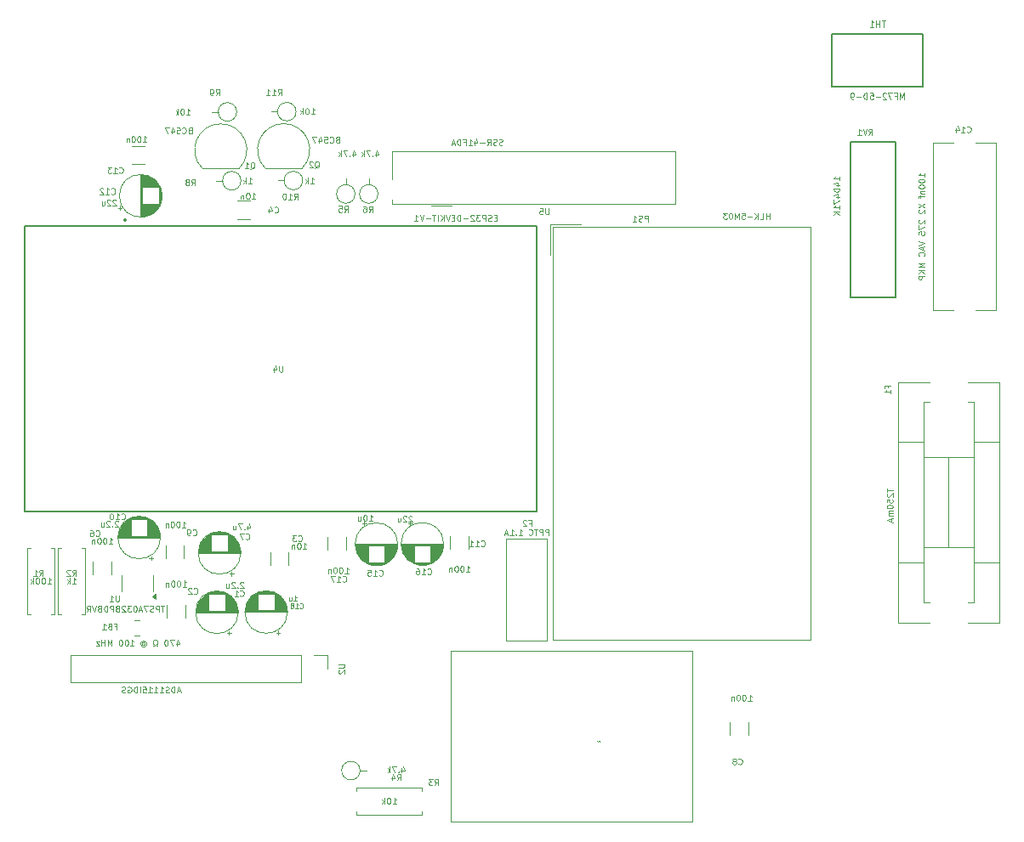
<source format=gbo>
%TF.GenerationSoftware,KiCad,Pcbnew,9.0.0*%
%TF.CreationDate,2026-01-24T21:54:58+01:00*%
%TF.ProjectId,MashMachine V2.0,4d617368-4d61-4636-9869-6e652056322e,rev?*%
%TF.SameCoordinates,Original*%
%TF.FileFunction,Legend,Bot*%
%TF.FilePolarity,Positive*%
%FSLAX46Y46*%
G04 Gerber Fmt 4.6, Leading zero omitted, Abs format (unit mm)*
G04 Created by KiCad (PCBNEW 9.0.0) date 2026-01-24 21:54:58*
%MOMM*%
%LPD*%
G01*
G04 APERTURE LIST*
%ADD10C,0.100000*%
%ADD11C,0.120000*%
%ADD12C,0.150000*%
%ADD13C,0.127000*%
%ADD14C,0.200000*%
G04 APERTURE END LIST*
D10*
X131207628Y-114199090D02*
X131231437Y-114222900D01*
X131231437Y-114222900D02*
X131302866Y-114246709D01*
X131302866Y-114246709D02*
X131350485Y-114246709D01*
X131350485Y-114246709D02*
X131421913Y-114222900D01*
X131421913Y-114222900D02*
X131469532Y-114175280D01*
X131469532Y-114175280D02*
X131493342Y-114127661D01*
X131493342Y-114127661D02*
X131517151Y-114032423D01*
X131517151Y-114032423D02*
X131517151Y-113960995D01*
X131517151Y-113960995D02*
X131493342Y-113865757D01*
X131493342Y-113865757D02*
X131469532Y-113818138D01*
X131469532Y-113818138D02*
X131421913Y-113770519D01*
X131421913Y-113770519D02*
X131350485Y-113746709D01*
X131350485Y-113746709D02*
X131302866Y-113746709D01*
X131302866Y-113746709D02*
X131231437Y-113770519D01*
X131231437Y-113770519D02*
X131207628Y-113794328D01*
X130731437Y-114246709D02*
X131017151Y-114246709D01*
X130874294Y-114246709D02*
X130874294Y-113746709D01*
X130874294Y-113746709D02*
X130921913Y-113818138D01*
X130921913Y-113818138D02*
X130969532Y-113865757D01*
X130969532Y-113865757D02*
X131017151Y-113889566D01*
X130445723Y-113960995D02*
X130493342Y-113937185D01*
X130493342Y-113937185D02*
X130517152Y-113913376D01*
X130517152Y-113913376D02*
X130540961Y-113865757D01*
X130540961Y-113865757D02*
X130540961Y-113841947D01*
X130540961Y-113841947D02*
X130517152Y-113794328D01*
X130517152Y-113794328D02*
X130493342Y-113770519D01*
X130493342Y-113770519D02*
X130445723Y-113746709D01*
X130445723Y-113746709D02*
X130350485Y-113746709D01*
X130350485Y-113746709D02*
X130302866Y-113770519D01*
X130302866Y-113770519D02*
X130279057Y-113794328D01*
X130279057Y-113794328D02*
X130255247Y-113841947D01*
X130255247Y-113841947D02*
X130255247Y-113865757D01*
X130255247Y-113865757D02*
X130279057Y-113913376D01*
X130279057Y-113913376D02*
X130302866Y-113937185D01*
X130302866Y-113937185D02*
X130350485Y-113960995D01*
X130350485Y-113960995D02*
X130445723Y-113960995D01*
X130445723Y-113960995D02*
X130493342Y-113984804D01*
X130493342Y-113984804D02*
X130517152Y-114008614D01*
X130517152Y-114008614D02*
X130540961Y-114056233D01*
X130540961Y-114056233D02*
X130540961Y-114151471D01*
X130540961Y-114151471D02*
X130517152Y-114199090D01*
X130517152Y-114199090D02*
X130493342Y-114222900D01*
X130493342Y-114222900D02*
X130445723Y-114246709D01*
X130445723Y-114246709D02*
X130350485Y-114246709D01*
X130350485Y-114246709D02*
X130302866Y-114222900D01*
X130302866Y-114222900D02*
X130279057Y-114199090D01*
X130279057Y-114199090D02*
X130255247Y-114151471D01*
X130255247Y-114151471D02*
X130255247Y-114056233D01*
X130255247Y-114056233D02*
X130279057Y-114008614D01*
X130279057Y-114008614D02*
X130302866Y-113984804D01*
X130302866Y-113984804D02*
X130350485Y-113960995D01*
X130563132Y-113535509D02*
X130848846Y-113535509D01*
X130705989Y-113535509D02*
X130705989Y-113035509D01*
X130705989Y-113035509D02*
X130753608Y-113106938D01*
X130753608Y-113106938D02*
X130801227Y-113154557D01*
X130801227Y-113154557D02*
X130848846Y-113178366D01*
X130134561Y-113202176D02*
X130134561Y-113535509D01*
X130348847Y-113202176D02*
X130348847Y-113464080D01*
X130348847Y-113464080D02*
X130325037Y-113511700D01*
X130325037Y-113511700D02*
X130277418Y-113535509D01*
X130277418Y-113535509D02*
X130205990Y-113535509D01*
X130205990Y-113535509D02*
X130158371Y-113511700D01*
X130158371Y-113511700D02*
X130134561Y-113487890D01*
X129011314Y-63122371D02*
X129211314Y-62836657D01*
X129354171Y-63122371D02*
X129354171Y-62522371D01*
X129354171Y-62522371D02*
X129125600Y-62522371D01*
X129125600Y-62522371D02*
X129068457Y-62550942D01*
X129068457Y-62550942D02*
X129039886Y-62579514D01*
X129039886Y-62579514D02*
X129011314Y-62636657D01*
X129011314Y-62636657D02*
X129011314Y-62722371D01*
X129011314Y-62722371D02*
X129039886Y-62779514D01*
X129039886Y-62779514D02*
X129068457Y-62808085D01*
X129068457Y-62808085D02*
X129125600Y-62836657D01*
X129125600Y-62836657D02*
X129354171Y-62836657D01*
X128439886Y-63122371D02*
X128782743Y-63122371D01*
X128611314Y-63122371D02*
X128611314Y-62522371D01*
X128611314Y-62522371D02*
X128668457Y-62608085D01*
X128668457Y-62608085D02*
X128725600Y-62665228D01*
X128725600Y-62665228D02*
X128782743Y-62693800D01*
X127868457Y-63122371D02*
X128211314Y-63122371D01*
X128039885Y-63122371D02*
X128039885Y-62522371D01*
X128039885Y-62522371D02*
X128097028Y-62608085D01*
X128097028Y-62608085D02*
X128154171Y-62665228D01*
X128154171Y-62665228D02*
X128211314Y-62693800D01*
X132296243Y-65013471D02*
X132639100Y-65013471D01*
X132467671Y-65013471D02*
X132467671Y-64413471D01*
X132467671Y-64413471D02*
X132524814Y-64499185D01*
X132524814Y-64499185D02*
X132581957Y-64556328D01*
X132581957Y-64556328D02*
X132639100Y-64584900D01*
X131924814Y-64413471D02*
X131867671Y-64413471D01*
X131867671Y-64413471D02*
X131810528Y-64442042D01*
X131810528Y-64442042D02*
X131781957Y-64470614D01*
X131781957Y-64470614D02*
X131753385Y-64527757D01*
X131753385Y-64527757D02*
X131724814Y-64642042D01*
X131724814Y-64642042D02*
X131724814Y-64784900D01*
X131724814Y-64784900D02*
X131753385Y-64899185D01*
X131753385Y-64899185D02*
X131781957Y-64956328D01*
X131781957Y-64956328D02*
X131810528Y-64984900D01*
X131810528Y-64984900D02*
X131867671Y-65013471D01*
X131867671Y-65013471D02*
X131924814Y-65013471D01*
X131924814Y-65013471D02*
X131981957Y-64984900D01*
X131981957Y-64984900D02*
X132010528Y-64956328D01*
X132010528Y-64956328D02*
X132039099Y-64899185D01*
X132039099Y-64899185D02*
X132067671Y-64784900D01*
X132067671Y-64784900D02*
X132067671Y-64642042D01*
X132067671Y-64642042D02*
X132039099Y-64527757D01*
X132039099Y-64527757D02*
X132010528Y-64470614D01*
X132010528Y-64470614D02*
X131981957Y-64442042D01*
X131981957Y-64442042D02*
X131924814Y-64413471D01*
X131467670Y-65013471D02*
X131467670Y-64413471D01*
X131410528Y-64784900D02*
X131239099Y-65013471D01*
X131239099Y-64613471D02*
X131467670Y-64842042D01*
X174851999Y-129755228D02*
X174880571Y-129783800D01*
X174880571Y-129783800D02*
X174966285Y-129812371D01*
X174966285Y-129812371D02*
X175023428Y-129812371D01*
X175023428Y-129812371D02*
X175109142Y-129783800D01*
X175109142Y-129783800D02*
X175166285Y-129726657D01*
X175166285Y-129726657D02*
X175194856Y-129669514D01*
X175194856Y-129669514D02*
X175223428Y-129555228D01*
X175223428Y-129555228D02*
X175223428Y-129469514D01*
X175223428Y-129469514D02*
X175194856Y-129355228D01*
X175194856Y-129355228D02*
X175166285Y-129298085D01*
X175166285Y-129298085D02*
X175109142Y-129240942D01*
X175109142Y-129240942D02*
X175023428Y-129212371D01*
X175023428Y-129212371D02*
X174966285Y-129212371D01*
X174966285Y-129212371D02*
X174880571Y-129240942D01*
X174880571Y-129240942D02*
X174851999Y-129269514D01*
X174509142Y-129469514D02*
X174566285Y-129440942D01*
X174566285Y-129440942D02*
X174594856Y-129412371D01*
X174594856Y-129412371D02*
X174623428Y-129355228D01*
X174623428Y-129355228D02*
X174623428Y-129326657D01*
X174623428Y-129326657D02*
X174594856Y-129269514D01*
X174594856Y-129269514D02*
X174566285Y-129240942D01*
X174566285Y-129240942D02*
X174509142Y-129212371D01*
X174509142Y-129212371D02*
X174394856Y-129212371D01*
X174394856Y-129212371D02*
X174337714Y-129240942D01*
X174337714Y-129240942D02*
X174309142Y-129269514D01*
X174309142Y-129269514D02*
X174280571Y-129326657D01*
X174280571Y-129326657D02*
X174280571Y-129355228D01*
X174280571Y-129355228D02*
X174309142Y-129412371D01*
X174309142Y-129412371D02*
X174337714Y-129440942D01*
X174337714Y-129440942D02*
X174394856Y-129469514D01*
X174394856Y-129469514D02*
X174509142Y-129469514D01*
X174509142Y-129469514D02*
X174566285Y-129498085D01*
X174566285Y-129498085D02*
X174594856Y-129526657D01*
X174594856Y-129526657D02*
X174623428Y-129583800D01*
X174623428Y-129583800D02*
X174623428Y-129698085D01*
X174623428Y-129698085D02*
X174594856Y-129755228D01*
X174594856Y-129755228D02*
X174566285Y-129783800D01*
X174566285Y-129783800D02*
X174509142Y-129812371D01*
X174509142Y-129812371D02*
X174394856Y-129812371D01*
X174394856Y-129812371D02*
X174337714Y-129783800D01*
X174337714Y-129783800D02*
X174309142Y-129755228D01*
X174309142Y-129755228D02*
X174280571Y-129698085D01*
X174280571Y-129698085D02*
X174280571Y-129583800D01*
X174280571Y-129583800D02*
X174309142Y-129526657D01*
X174309142Y-129526657D02*
X174337714Y-129498085D01*
X174337714Y-129498085D02*
X174394856Y-129469514D01*
X175804429Y-123462371D02*
X176147286Y-123462371D01*
X175975857Y-123462371D02*
X175975857Y-122862371D01*
X175975857Y-122862371D02*
X176033000Y-122948085D01*
X176033000Y-122948085D02*
X176090143Y-123005228D01*
X176090143Y-123005228D02*
X176147286Y-123033800D01*
X175433000Y-122862371D02*
X175375857Y-122862371D01*
X175375857Y-122862371D02*
X175318714Y-122890942D01*
X175318714Y-122890942D02*
X175290143Y-122919514D01*
X175290143Y-122919514D02*
X175261571Y-122976657D01*
X175261571Y-122976657D02*
X175233000Y-123090942D01*
X175233000Y-123090942D02*
X175233000Y-123233800D01*
X175233000Y-123233800D02*
X175261571Y-123348085D01*
X175261571Y-123348085D02*
X175290143Y-123405228D01*
X175290143Y-123405228D02*
X175318714Y-123433800D01*
X175318714Y-123433800D02*
X175375857Y-123462371D01*
X175375857Y-123462371D02*
X175433000Y-123462371D01*
X175433000Y-123462371D02*
X175490143Y-123433800D01*
X175490143Y-123433800D02*
X175518714Y-123405228D01*
X175518714Y-123405228D02*
X175547285Y-123348085D01*
X175547285Y-123348085D02*
X175575857Y-123233800D01*
X175575857Y-123233800D02*
X175575857Y-123090942D01*
X175575857Y-123090942D02*
X175547285Y-122976657D01*
X175547285Y-122976657D02*
X175518714Y-122919514D01*
X175518714Y-122919514D02*
X175490143Y-122890942D01*
X175490143Y-122890942D02*
X175433000Y-122862371D01*
X174861571Y-122862371D02*
X174804428Y-122862371D01*
X174804428Y-122862371D02*
X174747285Y-122890942D01*
X174747285Y-122890942D02*
X174718714Y-122919514D01*
X174718714Y-122919514D02*
X174690142Y-122976657D01*
X174690142Y-122976657D02*
X174661571Y-123090942D01*
X174661571Y-123090942D02*
X174661571Y-123233800D01*
X174661571Y-123233800D02*
X174690142Y-123348085D01*
X174690142Y-123348085D02*
X174718714Y-123405228D01*
X174718714Y-123405228D02*
X174747285Y-123433800D01*
X174747285Y-123433800D02*
X174804428Y-123462371D01*
X174804428Y-123462371D02*
X174861571Y-123462371D01*
X174861571Y-123462371D02*
X174918714Y-123433800D01*
X174918714Y-123433800D02*
X174947285Y-123405228D01*
X174947285Y-123405228D02*
X174975856Y-123348085D01*
X174975856Y-123348085D02*
X175004428Y-123233800D01*
X175004428Y-123233800D02*
X175004428Y-123090942D01*
X175004428Y-123090942D02*
X174975856Y-122976657D01*
X174975856Y-122976657D02*
X174947285Y-122919514D01*
X174947285Y-122919514D02*
X174918714Y-122890942D01*
X174918714Y-122890942D02*
X174861571Y-122862371D01*
X174404427Y-123062371D02*
X174404427Y-123462371D01*
X174404427Y-123119514D02*
X174375856Y-123090942D01*
X174375856Y-123090942D02*
X174318713Y-123062371D01*
X174318713Y-123062371D02*
X174232999Y-123062371D01*
X174232999Y-123062371D02*
X174175856Y-123090942D01*
X174175856Y-123090942D02*
X174147285Y-123148085D01*
X174147285Y-123148085D02*
X174147285Y-123462371D01*
X130611514Y-73525971D02*
X130811514Y-73240257D01*
X130954371Y-73525971D02*
X130954371Y-72925971D01*
X130954371Y-72925971D02*
X130725800Y-72925971D01*
X130725800Y-72925971D02*
X130668657Y-72954542D01*
X130668657Y-72954542D02*
X130640086Y-72983114D01*
X130640086Y-72983114D02*
X130611514Y-73040257D01*
X130611514Y-73040257D02*
X130611514Y-73125971D01*
X130611514Y-73125971D02*
X130640086Y-73183114D01*
X130640086Y-73183114D02*
X130668657Y-73211685D01*
X130668657Y-73211685D02*
X130725800Y-73240257D01*
X130725800Y-73240257D02*
X130954371Y-73240257D01*
X130040086Y-73525971D02*
X130382943Y-73525971D01*
X130211514Y-73525971D02*
X130211514Y-72925971D01*
X130211514Y-72925971D02*
X130268657Y-73011685D01*
X130268657Y-73011685D02*
X130325800Y-73068828D01*
X130325800Y-73068828D02*
X130382943Y-73097400D01*
X129668657Y-72925971D02*
X129611514Y-72925971D01*
X129611514Y-72925971D02*
X129554371Y-72954542D01*
X129554371Y-72954542D02*
X129525800Y-72983114D01*
X129525800Y-72983114D02*
X129497228Y-73040257D01*
X129497228Y-73040257D02*
X129468657Y-73154542D01*
X129468657Y-73154542D02*
X129468657Y-73297400D01*
X129468657Y-73297400D02*
X129497228Y-73411685D01*
X129497228Y-73411685D02*
X129525800Y-73468828D01*
X129525800Y-73468828D02*
X129554371Y-73497400D01*
X129554371Y-73497400D02*
X129611514Y-73525971D01*
X129611514Y-73525971D02*
X129668657Y-73525971D01*
X129668657Y-73525971D02*
X129725800Y-73497400D01*
X129725800Y-73497400D02*
X129754371Y-73468828D01*
X129754371Y-73468828D02*
X129782942Y-73411685D01*
X129782942Y-73411685D02*
X129811514Y-73297400D01*
X129811514Y-73297400D02*
X129811514Y-73154542D01*
X129811514Y-73154542D02*
X129782942Y-73040257D01*
X129782942Y-73040257D02*
X129754371Y-72983114D01*
X129754371Y-72983114D02*
X129725800Y-72954542D01*
X129725800Y-72954542D02*
X129668657Y-72925971D01*
X132227628Y-71900371D02*
X132570485Y-71900371D01*
X132399056Y-71900371D02*
X132399056Y-71300371D01*
X132399056Y-71300371D02*
X132456199Y-71386085D01*
X132456199Y-71386085D02*
X132513342Y-71443228D01*
X132513342Y-71443228D02*
X132570485Y-71471800D01*
X131970484Y-71900371D02*
X131970484Y-71300371D01*
X131913342Y-71671800D02*
X131741913Y-71900371D01*
X131741913Y-71500371D02*
X131970484Y-71728942D01*
X144600599Y-131869771D02*
X144800599Y-131584057D01*
X144943456Y-131869771D02*
X144943456Y-131269771D01*
X144943456Y-131269771D02*
X144714885Y-131269771D01*
X144714885Y-131269771D02*
X144657742Y-131298342D01*
X144657742Y-131298342D02*
X144629171Y-131326914D01*
X144629171Y-131326914D02*
X144600599Y-131384057D01*
X144600599Y-131384057D02*
X144600599Y-131469771D01*
X144600599Y-131469771D02*
X144629171Y-131526914D01*
X144629171Y-131526914D02*
X144657742Y-131555485D01*
X144657742Y-131555485D02*
X144714885Y-131584057D01*
X144714885Y-131584057D02*
X144943456Y-131584057D01*
X144400599Y-131269771D02*
X144029171Y-131269771D01*
X144029171Y-131269771D02*
X144229171Y-131498342D01*
X144229171Y-131498342D02*
X144143456Y-131498342D01*
X144143456Y-131498342D02*
X144086314Y-131526914D01*
X144086314Y-131526914D02*
X144057742Y-131555485D01*
X144057742Y-131555485D02*
X144029171Y-131612628D01*
X144029171Y-131612628D02*
X144029171Y-131755485D01*
X144029171Y-131755485D02*
X144057742Y-131812628D01*
X144057742Y-131812628D02*
X144086314Y-131841200D01*
X144086314Y-131841200D02*
X144143456Y-131869771D01*
X144143456Y-131869771D02*
X144314885Y-131869771D01*
X144314885Y-131869771D02*
X144372028Y-131841200D01*
X144372028Y-131841200D02*
X144400599Y-131812628D01*
X140438143Y-133749371D02*
X140781000Y-133749371D01*
X140609571Y-133749371D02*
X140609571Y-133149371D01*
X140609571Y-133149371D02*
X140666714Y-133235085D01*
X140666714Y-133235085D02*
X140723857Y-133292228D01*
X140723857Y-133292228D02*
X140781000Y-133320800D01*
X140066714Y-133149371D02*
X140009571Y-133149371D01*
X140009571Y-133149371D02*
X139952428Y-133177942D01*
X139952428Y-133177942D02*
X139923857Y-133206514D01*
X139923857Y-133206514D02*
X139895285Y-133263657D01*
X139895285Y-133263657D02*
X139866714Y-133377942D01*
X139866714Y-133377942D02*
X139866714Y-133520800D01*
X139866714Y-133520800D02*
X139895285Y-133635085D01*
X139895285Y-133635085D02*
X139923857Y-133692228D01*
X139923857Y-133692228D02*
X139952428Y-133720800D01*
X139952428Y-133720800D02*
X140009571Y-133749371D01*
X140009571Y-133749371D02*
X140066714Y-133749371D01*
X140066714Y-133749371D02*
X140123857Y-133720800D01*
X140123857Y-133720800D02*
X140152428Y-133692228D01*
X140152428Y-133692228D02*
X140180999Y-133635085D01*
X140180999Y-133635085D02*
X140209571Y-133520800D01*
X140209571Y-133520800D02*
X140209571Y-133377942D01*
X140209571Y-133377942D02*
X140180999Y-133263657D01*
X140180999Y-133263657D02*
X140152428Y-133206514D01*
X140152428Y-133206514D02*
X140123857Y-133177942D01*
X140123857Y-133177942D02*
X140066714Y-133149371D01*
X139609570Y-133749371D02*
X139609570Y-133149371D01*
X139552428Y-133520800D02*
X139380999Y-133749371D01*
X139380999Y-133349371D02*
X139609570Y-133577942D01*
X110869399Y-107022228D02*
X110897971Y-107050800D01*
X110897971Y-107050800D02*
X110983685Y-107079371D01*
X110983685Y-107079371D02*
X111040828Y-107079371D01*
X111040828Y-107079371D02*
X111126542Y-107050800D01*
X111126542Y-107050800D02*
X111183685Y-106993657D01*
X111183685Y-106993657D02*
X111212256Y-106936514D01*
X111212256Y-106936514D02*
X111240828Y-106822228D01*
X111240828Y-106822228D02*
X111240828Y-106736514D01*
X111240828Y-106736514D02*
X111212256Y-106622228D01*
X111212256Y-106622228D02*
X111183685Y-106565085D01*
X111183685Y-106565085D02*
X111126542Y-106507942D01*
X111126542Y-106507942D02*
X111040828Y-106479371D01*
X111040828Y-106479371D02*
X110983685Y-106479371D01*
X110983685Y-106479371D02*
X110897971Y-106507942D01*
X110897971Y-106507942D02*
X110869399Y-106536514D01*
X110355114Y-106479371D02*
X110469399Y-106479371D01*
X110469399Y-106479371D02*
X110526542Y-106507942D01*
X110526542Y-106507942D02*
X110555114Y-106536514D01*
X110555114Y-106536514D02*
X110612256Y-106622228D01*
X110612256Y-106622228D02*
X110640828Y-106736514D01*
X110640828Y-106736514D02*
X110640828Y-106965085D01*
X110640828Y-106965085D02*
X110612256Y-107022228D01*
X110612256Y-107022228D02*
X110583685Y-107050800D01*
X110583685Y-107050800D02*
X110526542Y-107079371D01*
X110526542Y-107079371D02*
X110412256Y-107079371D01*
X110412256Y-107079371D02*
X110355114Y-107050800D01*
X110355114Y-107050800D02*
X110326542Y-107022228D01*
X110326542Y-107022228D02*
X110297971Y-106965085D01*
X110297971Y-106965085D02*
X110297971Y-106822228D01*
X110297971Y-106822228D02*
X110326542Y-106765085D01*
X110326542Y-106765085D02*
X110355114Y-106736514D01*
X110355114Y-106736514D02*
X110412256Y-106707942D01*
X110412256Y-106707942D02*
X110526542Y-106707942D01*
X110526542Y-106707942D02*
X110583685Y-106736514D01*
X110583685Y-106736514D02*
X110612256Y-106765085D01*
X110612256Y-106765085D02*
X110640828Y-106822228D01*
X112177429Y-107841371D02*
X112520286Y-107841371D01*
X112348857Y-107841371D02*
X112348857Y-107241371D01*
X112348857Y-107241371D02*
X112406000Y-107327085D01*
X112406000Y-107327085D02*
X112463143Y-107384228D01*
X112463143Y-107384228D02*
X112520286Y-107412800D01*
X111806000Y-107241371D02*
X111748857Y-107241371D01*
X111748857Y-107241371D02*
X111691714Y-107269942D01*
X111691714Y-107269942D02*
X111663143Y-107298514D01*
X111663143Y-107298514D02*
X111634571Y-107355657D01*
X111634571Y-107355657D02*
X111606000Y-107469942D01*
X111606000Y-107469942D02*
X111606000Y-107612800D01*
X111606000Y-107612800D02*
X111634571Y-107727085D01*
X111634571Y-107727085D02*
X111663143Y-107784228D01*
X111663143Y-107784228D02*
X111691714Y-107812800D01*
X111691714Y-107812800D02*
X111748857Y-107841371D01*
X111748857Y-107841371D02*
X111806000Y-107841371D01*
X111806000Y-107841371D02*
X111863143Y-107812800D01*
X111863143Y-107812800D02*
X111891714Y-107784228D01*
X111891714Y-107784228D02*
X111920285Y-107727085D01*
X111920285Y-107727085D02*
X111948857Y-107612800D01*
X111948857Y-107612800D02*
X111948857Y-107469942D01*
X111948857Y-107469942D02*
X111920285Y-107355657D01*
X111920285Y-107355657D02*
X111891714Y-107298514D01*
X111891714Y-107298514D02*
X111863143Y-107269942D01*
X111863143Y-107269942D02*
X111806000Y-107241371D01*
X111234571Y-107241371D02*
X111177428Y-107241371D01*
X111177428Y-107241371D02*
X111120285Y-107269942D01*
X111120285Y-107269942D02*
X111091714Y-107298514D01*
X111091714Y-107298514D02*
X111063142Y-107355657D01*
X111063142Y-107355657D02*
X111034571Y-107469942D01*
X111034571Y-107469942D02*
X111034571Y-107612800D01*
X111034571Y-107612800D02*
X111063142Y-107727085D01*
X111063142Y-107727085D02*
X111091714Y-107784228D01*
X111091714Y-107784228D02*
X111120285Y-107812800D01*
X111120285Y-107812800D02*
X111177428Y-107841371D01*
X111177428Y-107841371D02*
X111234571Y-107841371D01*
X111234571Y-107841371D02*
X111291714Y-107812800D01*
X111291714Y-107812800D02*
X111320285Y-107784228D01*
X111320285Y-107784228D02*
X111348856Y-107727085D01*
X111348856Y-107727085D02*
X111377428Y-107612800D01*
X111377428Y-107612800D02*
X111377428Y-107469942D01*
X111377428Y-107469942D02*
X111348856Y-107355657D01*
X111348856Y-107355657D02*
X111320285Y-107298514D01*
X111320285Y-107298514D02*
X111291714Y-107269942D01*
X111291714Y-107269942D02*
X111234571Y-107241371D01*
X110777427Y-107441371D02*
X110777427Y-107841371D01*
X110777427Y-107498514D02*
X110748856Y-107469942D01*
X110748856Y-107469942D02*
X110691713Y-107441371D01*
X110691713Y-107441371D02*
X110605999Y-107441371D01*
X110605999Y-107441371D02*
X110548856Y-107469942D01*
X110548856Y-107469942D02*
X110520285Y-107527085D01*
X110520285Y-107527085D02*
X110520285Y-107841371D01*
X135608999Y-74770571D02*
X135808999Y-74484857D01*
X135951856Y-74770571D02*
X135951856Y-74170571D01*
X135951856Y-74170571D02*
X135723285Y-74170571D01*
X135723285Y-74170571D02*
X135666142Y-74199142D01*
X135666142Y-74199142D02*
X135637571Y-74227714D01*
X135637571Y-74227714D02*
X135608999Y-74284857D01*
X135608999Y-74284857D02*
X135608999Y-74370571D01*
X135608999Y-74370571D02*
X135637571Y-74427714D01*
X135637571Y-74427714D02*
X135666142Y-74456285D01*
X135666142Y-74456285D02*
X135723285Y-74484857D01*
X135723285Y-74484857D02*
X135951856Y-74484857D01*
X135066142Y-74170571D02*
X135351856Y-74170571D01*
X135351856Y-74170571D02*
X135380428Y-74456285D01*
X135380428Y-74456285D02*
X135351856Y-74427714D01*
X135351856Y-74427714D02*
X135294714Y-74399142D01*
X135294714Y-74399142D02*
X135151856Y-74399142D01*
X135151856Y-74399142D02*
X135094714Y-74427714D01*
X135094714Y-74427714D02*
X135066142Y-74456285D01*
X135066142Y-74456285D02*
X135037571Y-74513428D01*
X135037571Y-74513428D02*
X135037571Y-74656285D01*
X135037571Y-74656285D02*
X135066142Y-74713428D01*
X135066142Y-74713428D02*
X135094714Y-74742000D01*
X135094714Y-74742000D02*
X135151856Y-74770571D01*
X135151856Y-74770571D02*
X135294714Y-74770571D01*
X135294714Y-74770571D02*
X135351856Y-74742000D01*
X135351856Y-74742000D02*
X135380428Y-74713428D01*
X136447143Y-68833371D02*
X136447143Y-69233371D01*
X136590000Y-68604800D02*
X136732857Y-69033371D01*
X136732857Y-69033371D02*
X136361428Y-69033371D01*
X136132856Y-69176228D02*
X136104285Y-69204800D01*
X136104285Y-69204800D02*
X136132856Y-69233371D01*
X136132856Y-69233371D02*
X136161428Y-69204800D01*
X136161428Y-69204800D02*
X136132856Y-69176228D01*
X136132856Y-69176228D02*
X136132856Y-69233371D01*
X135904285Y-68633371D02*
X135504285Y-68633371D01*
X135504285Y-68633371D02*
X135761428Y-69233371D01*
X135275713Y-69233371D02*
X135275713Y-68633371D01*
X135218571Y-69004800D02*
X135047142Y-69233371D01*
X135047142Y-68833371D02*
X135275713Y-69061942D01*
X160747857Y-127464200D02*
X160776429Y-127492771D01*
X160776429Y-127492771D02*
X160833572Y-127521342D01*
X160833572Y-127521342D02*
X160947857Y-127464200D01*
X160947857Y-127464200D02*
X161005000Y-127492771D01*
X161005000Y-127492771D02*
X161033572Y-127521342D01*
X143895714Y-110832228D02*
X143924286Y-110860800D01*
X143924286Y-110860800D02*
X144010000Y-110889371D01*
X144010000Y-110889371D02*
X144067143Y-110889371D01*
X144067143Y-110889371D02*
X144152857Y-110860800D01*
X144152857Y-110860800D02*
X144210000Y-110803657D01*
X144210000Y-110803657D02*
X144238571Y-110746514D01*
X144238571Y-110746514D02*
X144267143Y-110632228D01*
X144267143Y-110632228D02*
X144267143Y-110546514D01*
X144267143Y-110546514D02*
X144238571Y-110432228D01*
X144238571Y-110432228D02*
X144210000Y-110375085D01*
X144210000Y-110375085D02*
X144152857Y-110317942D01*
X144152857Y-110317942D02*
X144067143Y-110289371D01*
X144067143Y-110289371D02*
X144010000Y-110289371D01*
X144010000Y-110289371D02*
X143924286Y-110317942D01*
X143924286Y-110317942D02*
X143895714Y-110346514D01*
X143324286Y-110889371D02*
X143667143Y-110889371D01*
X143495714Y-110889371D02*
X143495714Y-110289371D01*
X143495714Y-110289371D02*
X143552857Y-110375085D01*
X143552857Y-110375085D02*
X143610000Y-110432228D01*
X143610000Y-110432228D02*
X143667143Y-110460800D01*
X142810000Y-110289371D02*
X142924285Y-110289371D01*
X142924285Y-110289371D02*
X142981428Y-110317942D01*
X142981428Y-110317942D02*
X143010000Y-110346514D01*
X143010000Y-110346514D02*
X143067142Y-110432228D01*
X143067142Y-110432228D02*
X143095714Y-110546514D01*
X143095714Y-110546514D02*
X143095714Y-110775085D01*
X143095714Y-110775085D02*
X143067142Y-110832228D01*
X143067142Y-110832228D02*
X143038571Y-110860800D01*
X143038571Y-110860800D02*
X142981428Y-110889371D01*
X142981428Y-110889371D02*
X142867142Y-110889371D01*
X142867142Y-110889371D02*
X142810000Y-110860800D01*
X142810000Y-110860800D02*
X142781428Y-110832228D01*
X142781428Y-110832228D02*
X142752857Y-110775085D01*
X142752857Y-110775085D02*
X142752857Y-110632228D01*
X142752857Y-110632228D02*
X142781428Y-110575085D01*
X142781428Y-110575085D02*
X142810000Y-110546514D01*
X142810000Y-110546514D02*
X142867142Y-110517942D01*
X142867142Y-110517942D02*
X142981428Y-110517942D01*
X142981428Y-110517942D02*
X143038571Y-110546514D01*
X143038571Y-110546514D02*
X143067142Y-110575085D01*
X143067142Y-110575085D02*
X143095714Y-110632228D01*
X142358971Y-105114114D02*
X142330399Y-105085542D01*
X142330399Y-105085542D02*
X142273257Y-105056971D01*
X142273257Y-105056971D02*
X142130399Y-105056971D01*
X142130399Y-105056971D02*
X142073257Y-105085542D01*
X142073257Y-105085542D02*
X142044685Y-105114114D01*
X142044685Y-105114114D02*
X142016114Y-105171257D01*
X142016114Y-105171257D02*
X142016114Y-105228400D01*
X142016114Y-105228400D02*
X142044685Y-105314114D01*
X142044685Y-105314114D02*
X142387542Y-105656971D01*
X142387542Y-105656971D02*
X142016114Y-105656971D01*
X141787542Y-105114114D02*
X141758970Y-105085542D01*
X141758970Y-105085542D02*
X141701828Y-105056971D01*
X141701828Y-105056971D02*
X141558970Y-105056971D01*
X141558970Y-105056971D02*
X141501828Y-105085542D01*
X141501828Y-105085542D02*
X141473256Y-105114114D01*
X141473256Y-105114114D02*
X141444685Y-105171257D01*
X141444685Y-105171257D02*
X141444685Y-105228400D01*
X141444685Y-105228400D02*
X141473256Y-105314114D01*
X141473256Y-105314114D02*
X141816113Y-105656971D01*
X141816113Y-105656971D02*
X141444685Y-105656971D01*
X140930399Y-105256971D02*
X140930399Y-105656971D01*
X141187541Y-105256971D02*
X141187541Y-105571257D01*
X141187541Y-105571257D02*
X141158970Y-105628400D01*
X141158970Y-105628400D02*
X141101827Y-105656971D01*
X141101827Y-105656971D02*
X141016113Y-105656971D01*
X141016113Y-105656971D02*
X140958970Y-105628400D01*
X140958970Y-105628400D02*
X140930399Y-105599828D01*
X187809142Y-67074371D02*
X188009142Y-66788657D01*
X188151999Y-67074371D02*
X188151999Y-66474371D01*
X188151999Y-66474371D02*
X187923428Y-66474371D01*
X187923428Y-66474371D02*
X187866285Y-66502942D01*
X187866285Y-66502942D02*
X187837714Y-66531514D01*
X187837714Y-66531514D02*
X187809142Y-66588657D01*
X187809142Y-66588657D02*
X187809142Y-66674371D01*
X187809142Y-66674371D02*
X187837714Y-66731514D01*
X187837714Y-66731514D02*
X187866285Y-66760085D01*
X187866285Y-66760085D02*
X187923428Y-66788657D01*
X187923428Y-66788657D02*
X188151999Y-66788657D01*
X187637714Y-66474371D02*
X187437714Y-67074371D01*
X187437714Y-67074371D02*
X187237714Y-66474371D01*
X186723428Y-67074371D02*
X187066285Y-67074371D01*
X186894856Y-67074371D02*
X186894856Y-66474371D01*
X186894856Y-66474371D02*
X186951999Y-66560085D01*
X186951999Y-66560085D02*
X187009142Y-66617228D01*
X187009142Y-66617228D02*
X187066285Y-66645800D01*
X184930371Y-71580570D02*
X184930371Y-71237713D01*
X184930371Y-71409142D02*
X184330371Y-71409142D01*
X184330371Y-71409142D02*
X184416085Y-71351999D01*
X184416085Y-71351999D02*
X184473228Y-71294856D01*
X184473228Y-71294856D02*
X184501800Y-71237713D01*
X184530371Y-72094857D02*
X184930371Y-72094857D01*
X184301800Y-71951999D02*
X184730371Y-71809142D01*
X184730371Y-71809142D02*
X184730371Y-72180571D01*
X184930371Y-72409143D02*
X184330371Y-72409143D01*
X184330371Y-72409143D02*
X184330371Y-72552000D01*
X184330371Y-72552000D02*
X184358942Y-72637714D01*
X184358942Y-72637714D02*
X184416085Y-72694857D01*
X184416085Y-72694857D02*
X184473228Y-72723428D01*
X184473228Y-72723428D02*
X184587514Y-72752000D01*
X184587514Y-72752000D02*
X184673228Y-72752000D01*
X184673228Y-72752000D02*
X184787514Y-72723428D01*
X184787514Y-72723428D02*
X184844657Y-72694857D01*
X184844657Y-72694857D02*
X184901800Y-72637714D01*
X184901800Y-72637714D02*
X184930371Y-72552000D01*
X184930371Y-72552000D02*
X184930371Y-72409143D01*
X184530371Y-73266286D02*
X184930371Y-73266286D01*
X184301800Y-73123428D02*
X184730371Y-72980571D01*
X184730371Y-72980571D02*
X184730371Y-73352000D01*
X184330371Y-73523429D02*
X184330371Y-73923429D01*
X184330371Y-73923429D02*
X184930371Y-73666286D01*
X184930371Y-74466286D02*
X184930371Y-74123429D01*
X184930371Y-74294858D02*
X184330371Y-74294858D01*
X184330371Y-74294858D02*
X184416085Y-74237715D01*
X184416085Y-74237715D02*
X184473228Y-74180572D01*
X184473228Y-74180572D02*
X184501800Y-74123429D01*
X184930371Y-74723430D02*
X184330371Y-74723430D01*
X184930371Y-75066287D02*
X184587514Y-74809144D01*
X184330371Y-75066287D02*
X184673228Y-74723430D01*
X197616714Y-66763228D02*
X197645286Y-66791800D01*
X197645286Y-66791800D02*
X197731000Y-66820371D01*
X197731000Y-66820371D02*
X197788143Y-66820371D01*
X197788143Y-66820371D02*
X197873857Y-66791800D01*
X197873857Y-66791800D02*
X197931000Y-66734657D01*
X197931000Y-66734657D02*
X197959571Y-66677514D01*
X197959571Y-66677514D02*
X197988143Y-66563228D01*
X197988143Y-66563228D02*
X197988143Y-66477514D01*
X197988143Y-66477514D02*
X197959571Y-66363228D01*
X197959571Y-66363228D02*
X197931000Y-66306085D01*
X197931000Y-66306085D02*
X197873857Y-66248942D01*
X197873857Y-66248942D02*
X197788143Y-66220371D01*
X197788143Y-66220371D02*
X197731000Y-66220371D01*
X197731000Y-66220371D02*
X197645286Y-66248942D01*
X197645286Y-66248942D02*
X197616714Y-66277514D01*
X197045286Y-66820371D02*
X197388143Y-66820371D01*
X197216714Y-66820371D02*
X197216714Y-66220371D01*
X197216714Y-66220371D02*
X197273857Y-66306085D01*
X197273857Y-66306085D02*
X197331000Y-66363228D01*
X197331000Y-66363228D02*
X197388143Y-66391800D01*
X196531000Y-66420371D02*
X196531000Y-66820371D01*
X196673857Y-66191800D02*
X196816714Y-66620371D01*
X196816714Y-66620371D02*
X196445285Y-66620371D01*
X193380371Y-71257140D02*
X193380371Y-70914283D01*
X193380371Y-71085712D02*
X192780371Y-71085712D01*
X192780371Y-71085712D02*
X192866085Y-71028569D01*
X192866085Y-71028569D02*
X192923228Y-70971426D01*
X192923228Y-70971426D02*
X192951800Y-70914283D01*
X192780371Y-71628569D02*
X192780371Y-71685712D01*
X192780371Y-71685712D02*
X192808942Y-71742855D01*
X192808942Y-71742855D02*
X192837514Y-71771427D01*
X192837514Y-71771427D02*
X192894657Y-71799998D01*
X192894657Y-71799998D02*
X193008942Y-71828569D01*
X193008942Y-71828569D02*
X193151800Y-71828569D01*
X193151800Y-71828569D02*
X193266085Y-71799998D01*
X193266085Y-71799998D02*
X193323228Y-71771427D01*
X193323228Y-71771427D02*
X193351800Y-71742855D01*
X193351800Y-71742855D02*
X193380371Y-71685712D01*
X193380371Y-71685712D02*
X193380371Y-71628569D01*
X193380371Y-71628569D02*
X193351800Y-71571427D01*
X193351800Y-71571427D02*
X193323228Y-71542855D01*
X193323228Y-71542855D02*
X193266085Y-71514284D01*
X193266085Y-71514284D02*
X193151800Y-71485712D01*
X193151800Y-71485712D02*
X193008942Y-71485712D01*
X193008942Y-71485712D02*
X192894657Y-71514284D01*
X192894657Y-71514284D02*
X192837514Y-71542855D01*
X192837514Y-71542855D02*
X192808942Y-71571427D01*
X192808942Y-71571427D02*
X192780371Y-71628569D01*
X192780371Y-72199998D02*
X192780371Y-72257141D01*
X192780371Y-72257141D02*
X192808942Y-72314284D01*
X192808942Y-72314284D02*
X192837514Y-72342856D01*
X192837514Y-72342856D02*
X192894657Y-72371427D01*
X192894657Y-72371427D02*
X193008942Y-72399998D01*
X193008942Y-72399998D02*
X193151800Y-72399998D01*
X193151800Y-72399998D02*
X193266085Y-72371427D01*
X193266085Y-72371427D02*
X193323228Y-72342856D01*
X193323228Y-72342856D02*
X193351800Y-72314284D01*
X193351800Y-72314284D02*
X193380371Y-72257141D01*
X193380371Y-72257141D02*
X193380371Y-72199998D01*
X193380371Y-72199998D02*
X193351800Y-72142856D01*
X193351800Y-72142856D02*
X193323228Y-72114284D01*
X193323228Y-72114284D02*
X193266085Y-72085713D01*
X193266085Y-72085713D02*
X193151800Y-72057141D01*
X193151800Y-72057141D02*
X193008942Y-72057141D01*
X193008942Y-72057141D02*
X192894657Y-72085713D01*
X192894657Y-72085713D02*
X192837514Y-72114284D01*
X192837514Y-72114284D02*
X192808942Y-72142856D01*
X192808942Y-72142856D02*
X192780371Y-72199998D01*
X192980371Y-72657142D02*
X193380371Y-72657142D01*
X193037514Y-72657142D02*
X193008942Y-72685713D01*
X193008942Y-72685713D02*
X192980371Y-72742856D01*
X192980371Y-72742856D02*
X192980371Y-72828570D01*
X192980371Y-72828570D02*
X193008942Y-72885713D01*
X193008942Y-72885713D02*
X193066085Y-72914285D01*
X193066085Y-72914285D02*
X193380371Y-72914285D01*
X192980371Y-73114284D02*
X192980371Y-73342856D01*
X193380371Y-73199999D02*
X192866085Y-73199999D01*
X192866085Y-73199999D02*
X192808942Y-73228570D01*
X192808942Y-73228570D02*
X192780371Y-73285713D01*
X192780371Y-73285713D02*
X192780371Y-73342856D01*
X192780371Y-73942856D02*
X193380371Y-74342856D01*
X192780371Y-74342856D02*
X193380371Y-73942856D01*
X192837514Y-74542856D02*
X192808942Y-74571428D01*
X192808942Y-74571428D02*
X192780371Y-74628571D01*
X192780371Y-74628571D02*
X192780371Y-74771428D01*
X192780371Y-74771428D02*
X192808942Y-74828571D01*
X192808942Y-74828571D02*
X192837514Y-74857142D01*
X192837514Y-74857142D02*
X192894657Y-74885713D01*
X192894657Y-74885713D02*
X192951800Y-74885713D01*
X192951800Y-74885713D02*
X193037514Y-74857142D01*
X193037514Y-74857142D02*
X193380371Y-74514285D01*
X193380371Y-74514285D02*
X193380371Y-74885713D01*
X192837514Y-75571428D02*
X192808942Y-75600000D01*
X192808942Y-75600000D02*
X192780371Y-75657143D01*
X192780371Y-75657143D02*
X192780371Y-75800000D01*
X192780371Y-75800000D02*
X192808942Y-75857143D01*
X192808942Y-75857143D02*
X192837514Y-75885714D01*
X192837514Y-75885714D02*
X192894657Y-75914285D01*
X192894657Y-75914285D02*
X192951800Y-75914285D01*
X192951800Y-75914285D02*
X193037514Y-75885714D01*
X193037514Y-75885714D02*
X193380371Y-75542857D01*
X193380371Y-75542857D02*
X193380371Y-75914285D01*
X192780371Y-76114286D02*
X192780371Y-76514286D01*
X192780371Y-76514286D02*
X193380371Y-76257143D01*
X192780371Y-77028572D02*
X192780371Y-76742858D01*
X192780371Y-76742858D02*
X193066085Y-76714286D01*
X193066085Y-76714286D02*
X193037514Y-76742858D01*
X193037514Y-76742858D02*
X193008942Y-76800001D01*
X193008942Y-76800001D02*
X193008942Y-76942858D01*
X193008942Y-76942858D02*
X193037514Y-77000001D01*
X193037514Y-77000001D02*
X193066085Y-77028572D01*
X193066085Y-77028572D02*
X193123228Y-77057143D01*
X193123228Y-77057143D02*
X193266085Y-77057143D01*
X193266085Y-77057143D02*
X193323228Y-77028572D01*
X193323228Y-77028572D02*
X193351800Y-77000001D01*
X193351800Y-77000001D02*
X193380371Y-76942858D01*
X193380371Y-76942858D02*
X193380371Y-76800001D01*
X193380371Y-76800001D02*
X193351800Y-76742858D01*
X193351800Y-76742858D02*
X193323228Y-76714286D01*
X192780371Y-77685715D02*
X193380371Y-77885715D01*
X193380371Y-77885715D02*
X192780371Y-78085715D01*
X193208942Y-78257144D02*
X193208942Y-78542859D01*
X193380371Y-78200001D02*
X192780371Y-78400001D01*
X192780371Y-78400001D02*
X193380371Y-78600001D01*
X193323228Y-79142859D02*
X193351800Y-79114287D01*
X193351800Y-79114287D02*
X193380371Y-79028573D01*
X193380371Y-79028573D02*
X193380371Y-78971430D01*
X193380371Y-78971430D02*
X193351800Y-78885716D01*
X193351800Y-78885716D02*
X193294657Y-78828573D01*
X193294657Y-78828573D02*
X193237514Y-78800002D01*
X193237514Y-78800002D02*
X193123228Y-78771430D01*
X193123228Y-78771430D02*
X193037514Y-78771430D01*
X193037514Y-78771430D02*
X192923228Y-78800002D01*
X192923228Y-78800002D02*
X192866085Y-78828573D01*
X192866085Y-78828573D02*
X192808942Y-78885716D01*
X192808942Y-78885716D02*
X192780371Y-78971430D01*
X192780371Y-78971430D02*
X192780371Y-79028573D01*
X192780371Y-79028573D02*
X192808942Y-79114287D01*
X192808942Y-79114287D02*
X192837514Y-79142859D01*
X193380371Y-79857145D02*
X192780371Y-79857145D01*
X192780371Y-79857145D02*
X193208942Y-80057145D01*
X193208942Y-80057145D02*
X192780371Y-80257145D01*
X192780371Y-80257145D02*
X193380371Y-80257145D01*
X193380371Y-80542859D02*
X192780371Y-80542859D01*
X193380371Y-80885716D02*
X193037514Y-80628573D01*
X192780371Y-80885716D02*
X193123228Y-80542859D01*
X193380371Y-81142859D02*
X192780371Y-81142859D01*
X192780371Y-81142859D02*
X192780371Y-81371430D01*
X192780371Y-81371430D02*
X192808942Y-81428573D01*
X192808942Y-81428573D02*
X192837514Y-81457144D01*
X192837514Y-81457144D02*
X192894657Y-81485716D01*
X192894657Y-81485716D02*
X192980371Y-81485716D01*
X192980371Y-81485716D02*
X193037514Y-81457144D01*
X193037514Y-81457144D02*
X193066085Y-81428573D01*
X193066085Y-81428573D02*
X193094657Y-81371430D01*
X193094657Y-81371430D02*
X193094657Y-81142859D01*
X113212514Y-70827228D02*
X113241086Y-70855800D01*
X113241086Y-70855800D02*
X113326800Y-70884371D01*
X113326800Y-70884371D02*
X113383943Y-70884371D01*
X113383943Y-70884371D02*
X113469657Y-70855800D01*
X113469657Y-70855800D02*
X113526800Y-70798657D01*
X113526800Y-70798657D02*
X113555371Y-70741514D01*
X113555371Y-70741514D02*
X113583943Y-70627228D01*
X113583943Y-70627228D02*
X113583943Y-70541514D01*
X113583943Y-70541514D02*
X113555371Y-70427228D01*
X113555371Y-70427228D02*
X113526800Y-70370085D01*
X113526800Y-70370085D02*
X113469657Y-70312942D01*
X113469657Y-70312942D02*
X113383943Y-70284371D01*
X113383943Y-70284371D02*
X113326800Y-70284371D01*
X113326800Y-70284371D02*
X113241086Y-70312942D01*
X113241086Y-70312942D02*
X113212514Y-70341514D01*
X112641086Y-70884371D02*
X112983943Y-70884371D01*
X112812514Y-70884371D02*
X112812514Y-70284371D01*
X112812514Y-70284371D02*
X112869657Y-70370085D01*
X112869657Y-70370085D02*
X112926800Y-70427228D01*
X112926800Y-70427228D02*
X112983943Y-70455800D01*
X112441085Y-70284371D02*
X112069657Y-70284371D01*
X112069657Y-70284371D02*
X112269657Y-70512942D01*
X112269657Y-70512942D02*
X112183942Y-70512942D01*
X112183942Y-70512942D02*
X112126800Y-70541514D01*
X112126800Y-70541514D02*
X112098228Y-70570085D01*
X112098228Y-70570085D02*
X112069657Y-70627228D01*
X112069657Y-70627228D02*
X112069657Y-70770085D01*
X112069657Y-70770085D02*
X112098228Y-70827228D01*
X112098228Y-70827228D02*
X112126800Y-70855800D01*
X112126800Y-70855800D02*
X112183942Y-70884371D01*
X112183942Y-70884371D02*
X112355371Y-70884371D01*
X112355371Y-70884371D02*
X112412514Y-70855800D01*
X112412514Y-70855800D02*
X112441085Y-70827228D01*
X115581029Y-67810971D02*
X115923886Y-67810971D01*
X115752457Y-67810971D02*
X115752457Y-67210971D01*
X115752457Y-67210971D02*
X115809600Y-67296685D01*
X115809600Y-67296685D02*
X115866743Y-67353828D01*
X115866743Y-67353828D02*
X115923886Y-67382400D01*
X115209600Y-67210971D02*
X115152457Y-67210971D01*
X115152457Y-67210971D02*
X115095314Y-67239542D01*
X115095314Y-67239542D02*
X115066743Y-67268114D01*
X115066743Y-67268114D02*
X115038171Y-67325257D01*
X115038171Y-67325257D02*
X115009600Y-67439542D01*
X115009600Y-67439542D02*
X115009600Y-67582400D01*
X115009600Y-67582400D02*
X115038171Y-67696685D01*
X115038171Y-67696685D02*
X115066743Y-67753828D01*
X115066743Y-67753828D02*
X115095314Y-67782400D01*
X115095314Y-67782400D02*
X115152457Y-67810971D01*
X115152457Y-67810971D02*
X115209600Y-67810971D01*
X115209600Y-67810971D02*
X115266743Y-67782400D01*
X115266743Y-67782400D02*
X115295314Y-67753828D01*
X115295314Y-67753828D02*
X115323885Y-67696685D01*
X115323885Y-67696685D02*
X115352457Y-67582400D01*
X115352457Y-67582400D02*
X115352457Y-67439542D01*
X115352457Y-67439542D02*
X115323885Y-67325257D01*
X115323885Y-67325257D02*
X115295314Y-67268114D01*
X115295314Y-67268114D02*
X115266743Y-67239542D01*
X115266743Y-67239542D02*
X115209600Y-67210971D01*
X114638171Y-67210971D02*
X114581028Y-67210971D01*
X114581028Y-67210971D02*
X114523885Y-67239542D01*
X114523885Y-67239542D02*
X114495314Y-67268114D01*
X114495314Y-67268114D02*
X114466742Y-67325257D01*
X114466742Y-67325257D02*
X114438171Y-67439542D01*
X114438171Y-67439542D02*
X114438171Y-67582400D01*
X114438171Y-67582400D02*
X114466742Y-67696685D01*
X114466742Y-67696685D02*
X114495314Y-67753828D01*
X114495314Y-67753828D02*
X114523885Y-67782400D01*
X114523885Y-67782400D02*
X114581028Y-67810971D01*
X114581028Y-67810971D02*
X114638171Y-67810971D01*
X114638171Y-67810971D02*
X114695314Y-67782400D01*
X114695314Y-67782400D02*
X114723885Y-67753828D01*
X114723885Y-67753828D02*
X114752456Y-67696685D01*
X114752456Y-67696685D02*
X114781028Y-67582400D01*
X114781028Y-67582400D02*
X114781028Y-67439542D01*
X114781028Y-67439542D02*
X114752456Y-67325257D01*
X114752456Y-67325257D02*
X114723885Y-67268114D01*
X114723885Y-67268114D02*
X114695314Y-67239542D01*
X114695314Y-67239542D02*
X114638171Y-67210971D01*
X114181027Y-67410971D02*
X114181027Y-67810971D01*
X114181027Y-67468114D02*
X114152456Y-67439542D01*
X114152456Y-67439542D02*
X114095313Y-67410971D01*
X114095313Y-67410971D02*
X114009599Y-67410971D01*
X114009599Y-67410971D02*
X113952456Y-67439542D01*
X113952456Y-67439542D02*
X113923885Y-67496685D01*
X113923885Y-67496685D02*
X113923885Y-67810971D01*
X138047399Y-74795971D02*
X138247399Y-74510257D01*
X138390256Y-74795971D02*
X138390256Y-74195971D01*
X138390256Y-74195971D02*
X138161685Y-74195971D01*
X138161685Y-74195971D02*
X138104542Y-74224542D01*
X138104542Y-74224542D02*
X138075971Y-74253114D01*
X138075971Y-74253114D02*
X138047399Y-74310257D01*
X138047399Y-74310257D02*
X138047399Y-74395971D01*
X138047399Y-74395971D02*
X138075971Y-74453114D01*
X138075971Y-74453114D02*
X138104542Y-74481685D01*
X138104542Y-74481685D02*
X138161685Y-74510257D01*
X138161685Y-74510257D02*
X138390256Y-74510257D01*
X137533114Y-74195971D02*
X137647399Y-74195971D01*
X137647399Y-74195971D02*
X137704542Y-74224542D01*
X137704542Y-74224542D02*
X137733114Y-74253114D01*
X137733114Y-74253114D02*
X137790256Y-74338828D01*
X137790256Y-74338828D02*
X137818828Y-74453114D01*
X137818828Y-74453114D02*
X137818828Y-74681685D01*
X137818828Y-74681685D02*
X137790256Y-74738828D01*
X137790256Y-74738828D02*
X137761685Y-74767400D01*
X137761685Y-74767400D02*
X137704542Y-74795971D01*
X137704542Y-74795971D02*
X137590256Y-74795971D01*
X137590256Y-74795971D02*
X137533114Y-74767400D01*
X137533114Y-74767400D02*
X137504542Y-74738828D01*
X137504542Y-74738828D02*
X137475971Y-74681685D01*
X137475971Y-74681685D02*
X137475971Y-74538828D01*
X137475971Y-74538828D02*
X137504542Y-74481685D01*
X137504542Y-74481685D02*
X137533114Y-74453114D01*
X137533114Y-74453114D02*
X137590256Y-74424542D01*
X137590256Y-74424542D02*
X137704542Y-74424542D01*
X137704542Y-74424542D02*
X137761685Y-74453114D01*
X137761685Y-74453114D02*
X137790256Y-74481685D01*
X137790256Y-74481685D02*
X137818828Y-74538828D01*
X138733143Y-68833371D02*
X138733143Y-69233371D01*
X138876000Y-68604800D02*
X139018857Y-69033371D01*
X139018857Y-69033371D02*
X138647428Y-69033371D01*
X138418856Y-69176228D02*
X138390285Y-69204800D01*
X138390285Y-69204800D02*
X138418856Y-69233371D01*
X138418856Y-69233371D02*
X138447428Y-69204800D01*
X138447428Y-69204800D02*
X138418856Y-69176228D01*
X138418856Y-69176228D02*
X138418856Y-69233371D01*
X138190285Y-68633371D02*
X137790285Y-68633371D01*
X137790285Y-68633371D02*
X138047428Y-69233371D01*
X137561713Y-69233371D02*
X137561713Y-68633371D01*
X137504571Y-69004800D02*
X137333142Y-69233371D01*
X137333142Y-68833371D02*
X137561713Y-69061942D01*
X120394399Y-72103571D02*
X120594399Y-71817857D01*
X120737256Y-72103571D02*
X120737256Y-71503571D01*
X120737256Y-71503571D02*
X120508685Y-71503571D01*
X120508685Y-71503571D02*
X120451542Y-71532142D01*
X120451542Y-71532142D02*
X120422971Y-71560714D01*
X120422971Y-71560714D02*
X120394399Y-71617857D01*
X120394399Y-71617857D02*
X120394399Y-71703571D01*
X120394399Y-71703571D02*
X120422971Y-71760714D01*
X120422971Y-71760714D02*
X120451542Y-71789285D01*
X120451542Y-71789285D02*
X120508685Y-71817857D01*
X120508685Y-71817857D02*
X120737256Y-71817857D01*
X120051542Y-71760714D02*
X120108685Y-71732142D01*
X120108685Y-71732142D02*
X120137256Y-71703571D01*
X120137256Y-71703571D02*
X120165828Y-71646428D01*
X120165828Y-71646428D02*
X120165828Y-71617857D01*
X120165828Y-71617857D02*
X120137256Y-71560714D01*
X120137256Y-71560714D02*
X120108685Y-71532142D01*
X120108685Y-71532142D02*
X120051542Y-71503571D01*
X120051542Y-71503571D02*
X119937256Y-71503571D01*
X119937256Y-71503571D02*
X119880114Y-71532142D01*
X119880114Y-71532142D02*
X119851542Y-71560714D01*
X119851542Y-71560714D02*
X119822971Y-71617857D01*
X119822971Y-71617857D02*
X119822971Y-71646428D01*
X119822971Y-71646428D02*
X119851542Y-71703571D01*
X119851542Y-71703571D02*
X119880114Y-71732142D01*
X119880114Y-71732142D02*
X119937256Y-71760714D01*
X119937256Y-71760714D02*
X120051542Y-71760714D01*
X120051542Y-71760714D02*
X120108685Y-71789285D01*
X120108685Y-71789285D02*
X120137256Y-71817857D01*
X120137256Y-71817857D02*
X120165828Y-71875000D01*
X120165828Y-71875000D02*
X120165828Y-71989285D01*
X120165828Y-71989285D02*
X120137256Y-72046428D01*
X120137256Y-72046428D02*
X120108685Y-72075000D01*
X120108685Y-72075000D02*
X120051542Y-72103571D01*
X120051542Y-72103571D02*
X119937256Y-72103571D01*
X119937256Y-72103571D02*
X119880114Y-72075000D01*
X119880114Y-72075000D02*
X119851542Y-72046428D01*
X119851542Y-72046428D02*
X119822971Y-71989285D01*
X119822971Y-71989285D02*
X119822971Y-71875000D01*
X119822971Y-71875000D02*
X119851542Y-71817857D01*
X119851542Y-71817857D02*
X119880114Y-71789285D01*
X119880114Y-71789285D02*
X119937256Y-71760714D01*
X126080828Y-71951171D02*
X126423685Y-71951171D01*
X126252256Y-71951171D02*
X126252256Y-71351171D01*
X126252256Y-71351171D02*
X126309399Y-71436885D01*
X126309399Y-71436885D02*
X126366542Y-71494028D01*
X126366542Y-71494028D02*
X126423685Y-71522600D01*
X125823684Y-71951171D02*
X125823684Y-71351171D01*
X125766542Y-71722600D02*
X125595113Y-71951171D01*
X125595113Y-71551171D02*
X125823684Y-71779742D01*
X132670542Y-70382714D02*
X132727685Y-70354142D01*
X132727685Y-70354142D02*
X132784828Y-70297000D01*
X132784828Y-70297000D02*
X132870542Y-70211285D01*
X132870542Y-70211285D02*
X132927685Y-70182714D01*
X132927685Y-70182714D02*
X132984828Y-70182714D01*
X132956257Y-70325571D02*
X133013400Y-70297000D01*
X133013400Y-70297000D02*
X133070542Y-70239857D01*
X133070542Y-70239857D02*
X133099114Y-70125571D01*
X133099114Y-70125571D02*
X133099114Y-69925571D01*
X133099114Y-69925571D02*
X133070542Y-69811285D01*
X133070542Y-69811285D02*
X133013400Y-69754142D01*
X133013400Y-69754142D02*
X132956257Y-69725571D01*
X132956257Y-69725571D02*
X132841971Y-69725571D01*
X132841971Y-69725571D02*
X132784828Y-69754142D01*
X132784828Y-69754142D02*
X132727685Y-69811285D01*
X132727685Y-69811285D02*
X132699114Y-69925571D01*
X132699114Y-69925571D02*
X132699114Y-70125571D01*
X132699114Y-70125571D02*
X132727685Y-70239857D01*
X132727685Y-70239857D02*
X132784828Y-70297000D01*
X132784828Y-70297000D02*
X132841971Y-70325571D01*
X132841971Y-70325571D02*
X132956257Y-70325571D01*
X132470543Y-69782714D02*
X132441971Y-69754142D01*
X132441971Y-69754142D02*
X132384829Y-69725571D01*
X132384829Y-69725571D02*
X132241971Y-69725571D01*
X132241971Y-69725571D02*
X132184829Y-69754142D01*
X132184829Y-69754142D02*
X132156257Y-69782714D01*
X132156257Y-69782714D02*
X132127686Y-69839857D01*
X132127686Y-69839857D02*
X132127686Y-69897000D01*
X132127686Y-69897000D02*
X132156257Y-69982714D01*
X132156257Y-69982714D02*
X132499114Y-70325571D01*
X132499114Y-70325571D02*
X132127686Y-70325571D01*
X134921485Y-67547485D02*
X134835771Y-67576057D01*
X134835771Y-67576057D02*
X134807200Y-67604628D01*
X134807200Y-67604628D02*
X134778628Y-67661771D01*
X134778628Y-67661771D02*
X134778628Y-67747485D01*
X134778628Y-67747485D02*
X134807200Y-67804628D01*
X134807200Y-67804628D02*
X134835771Y-67833200D01*
X134835771Y-67833200D02*
X134892914Y-67861771D01*
X134892914Y-67861771D02*
X135121485Y-67861771D01*
X135121485Y-67861771D02*
X135121485Y-67261771D01*
X135121485Y-67261771D02*
X134921485Y-67261771D01*
X134921485Y-67261771D02*
X134864343Y-67290342D01*
X134864343Y-67290342D02*
X134835771Y-67318914D01*
X134835771Y-67318914D02*
X134807200Y-67376057D01*
X134807200Y-67376057D02*
X134807200Y-67433200D01*
X134807200Y-67433200D02*
X134835771Y-67490342D01*
X134835771Y-67490342D02*
X134864343Y-67518914D01*
X134864343Y-67518914D02*
X134921485Y-67547485D01*
X134921485Y-67547485D02*
X135121485Y-67547485D01*
X134178628Y-67804628D02*
X134207200Y-67833200D01*
X134207200Y-67833200D02*
X134292914Y-67861771D01*
X134292914Y-67861771D02*
X134350057Y-67861771D01*
X134350057Y-67861771D02*
X134435771Y-67833200D01*
X134435771Y-67833200D02*
X134492914Y-67776057D01*
X134492914Y-67776057D02*
X134521485Y-67718914D01*
X134521485Y-67718914D02*
X134550057Y-67604628D01*
X134550057Y-67604628D02*
X134550057Y-67518914D01*
X134550057Y-67518914D02*
X134521485Y-67404628D01*
X134521485Y-67404628D02*
X134492914Y-67347485D01*
X134492914Y-67347485D02*
X134435771Y-67290342D01*
X134435771Y-67290342D02*
X134350057Y-67261771D01*
X134350057Y-67261771D02*
X134292914Y-67261771D01*
X134292914Y-67261771D02*
X134207200Y-67290342D01*
X134207200Y-67290342D02*
X134178628Y-67318914D01*
X133635771Y-67261771D02*
X133921485Y-67261771D01*
X133921485Y-67261771D02*
X133950057Y-67547485D01*
X133950057Y-67547485D02*
X133921485Y-67518914D01*
X133921485Y-67518914D02*
X133864343Y-67490342D01*
X133864343Y-67490342D02*
X133721485Y-67490342D01*
X133721485Y-67490342D02*
X133664343Y-67518914D01*
X133664343Y-67518914D02*
X133635771Y-67547485D01*
X133635771Y-67547485D02*
X133607200Y-67604628D01*
X133607200Y-67604628D02*
X133607200Y-67747485D01*
X133607200Y-67747485D02*
X133635771Y-67804628D01*
X133635771Y-67804628D02*
X133664343Y-67833200D01*
X133664343Y-67833200D02*
X133721485Y-67861771D01*
X133721485Y-67861771D02*
X133864343Y-67861771D01*
X133864343Y-67861771D02*
X133921485Y-67833200D01*
X133921485Y-67833200D02*
X133950057Y-67804628D01*
X133092914Y-67461771D02*
X133092914Y-67861771D01*
X133235771Y-67233200D02*
X133378628Y-67661771D01*
X133378628Y-67661771D02*
X133007199Y-67661771D01*
X132835770Y-67261771D02*
X132435770Y-67261771D01*
X132435770Y-67261771D02*
X132692913Y-67861771D01*
X112767999Y-116036085D02*
X112967999Y-116036085D01*
X112967999Y-116350371D02*
X112967999Y-115750371D01*
X112967999Y-115750371D02*
X112682285Y-115750371D01*
X112253713Y-116036085D02*
X112167999Y-116064657D01*
X112167999Y-116064657D02*
X112139428Y-116093228D01*
X112139428Y-116093228D02*
X112110856Y-116150371D01*
X112110856Y-116150371D02*
X112110856Y-116236085D01*
X112110856Y-116236085D02*
X112139428Y-116293228D01*
X112139428Y-116293228D02*
X112167999Y-116321800D01*
X112167999Y-116321800D02*
X112225142Y-116350371D01*
X112225142Y-116350371D02*
X112453713Y-116350371D01*
X112453713Y-116350371D02*
X112453713Y-115750371D01*
X112453713Y-115750371D02*
X112253713Y-115750371D01*
X112253713Y-115750371D02*
X112196571Y-115778942D01*
X112196571Y-115778942D02*
X112167999Y-115807514D01*
X112167999Y-115807514D02*
X112139428Y-115864657D01*
X112139428Y-115864657D02*
X112139428Y-115921800D01*
X112139428Y-115921800D02*
X112167999Y-115978942D01*
X112167999Y-115978942D02*
X112196571Y-116007514D01*
X112196571Y-116007514D02*
X112253713Y-116036085D01*
X112253713Y-116036085D02*
X112453713Y-116036085D01*
X111539428Y-116350371D02*
X111882285Y-116350371D01*
X111710856Y-116350371D02*
X111710856Y-115750371D01*
X111710856Y-115750371D02*
X111767999Y-115836085D01*
X111767999Y-115836085D02*
X111825142Y-115893228D01*
X111825142Y-115893228D02*
X111882285Y-115921800D01*
X118919144Y-117601371D02*
X118919144Y-118001371D01*
X119062001Y-117372800D02*
X119204858Y-117801371D01*
X119204858Y-117801371D02*
X118833429Y-117801371D01*
X118662000Y-117401371D02*
X118262000Y-117401371D01*
X118262000Y-117401371D02*
X118519143Y-118001371D01*
X117919143Y-117401371D02*
X117862000Y-117401371D01*
X117862000Y-117401371D02*
X117804857Y-117429942D01*
X117804857Y-117429942D02*
X117776286Y-117458514D01*
X117776286Y-117458514D02*
X117747714Y-117515657D01*
X117747714Y-117515657D02*
X117719143Y-117629942D01*
X117719143Y-117629942D02*
X117719143Y-117772800D01*
X117719143Y-117772800D02*
X117747714Y-117887085D01*
X117747714Y-117887085D02*
X117776286Y-117944228D01*
X117776286Y-117944228D02*
X117804857Y-117972800D01*
X117804857Y-117972800D02*
X117862000Y-118001371D01*
X117862000Y-118001371D02*
X117919143Y-118001371D01*
X117919143Y-118001371D02*
X117976286Y-117972800D01*
X117976286Y-117972800D02*
X118004857Y-117944228D01*
X118004857Y-117944228D02*
X118033428Y-117887085D01*
X118033428Y-117887085D02*
X118062000Y-117772800D01*
X118062000Y-117772800D02*
X118062000Y-117629942D01*
X118062000Y-117629942D02*
X118033428Y-117515657D01*
X118033428Y-117515657D02*
X118004857Y-117458514D01*
X118004857Y-117458514D02*
X117976286Y-117429942D01*
X117976286Y-117429942D02*
X117919143Y-117401371D01*
X117033428Y-118001371D02*
X116890571Y-118001371D01*
X116890571Y-118001371D02*
X116890571Y-117887085D01*
X116890571Y-117887085D02*
X116947714Y-117858514D01*
X116947714Y-117858514D02*
X117004856Y-117801371D01*
X117004856Y-117801371D02*
X117033428Y-117715657D01*
X117033428Y-117715657D02*
X117033428Y-117572800D01*
X117033428Y-117572800D02*
X117004856Y-117487085D01*
X117004856Y-117487085D02*
X116947714Y-117429942D01*
X116947714Y-117429942D02*
X116861999Y-117401371D01*
X116861999Y-117401371D02*
X116747714Y-117401371D01*
X116747714Y-117401371D02*
X116661999Y-117429942D01*
X116661999Y-117429942D02*
X116604856Y-117487085D01*
X116604856Y-117487085D02*
X116576285Y-117572800D01*
X116576285Y-117572800D02*
X116576285Y-117715657D01*
X116576285Y-117715657D02*
X116604856Y-117801371D01*
X116604856Y-117801371D02*
X116661999Y-117858514D01*
X116661999Y-117858514D02*
X116719142Y-117887085D01*
X116719142Y-117887085D02*
X116719142Y-118001371D01*
X116719142Y-118001371D02*
X116576285Y-118001371D01*
X115490571Y-117715657D02*
X115519142Y-117687085D01*
X115519142Y-117687085D02*
X115576285Y-117658514D01*
X115576285Y-117658514D02*
X115633428Y-117658514D01*
X115633428Y-117658514D02*
X115690571Y-117687085D01*
X115690571Y-117687085D02*
X115719142Y-117715657D01*
X115719142Y-117715657D02*
X115747714Y-117772800D01*
X115747714Y-117772800D02*
X115747714Y-117829942D01*
X115747714Y-117829942D02*
X115719142Y-117887085D01*
X115719142Y-117887085D02*
X115690571Y-117915657D01*
X115690571Y-117915657D02*
X115633428Y-117944228D01*
X115633428Y-117944228D02*
X115576285Y-117944228D01*
X115576285Y-117944228D02*
X115519142Y-117915657D01*
X115519142Y-117915657D02*
X115490571Y-117887085D01*
X115490571Y-117658514D02*
X115490571Y-117887085D01*
X115490571Y-117887085D02*
X115461999Y-117915657D01*
X115461999Y-117915657D02*
X115433428Y-117915657D01*
X115433428Y-117915657D02*
X115376285Y-117887085D01*
X115376285Y-117887085D02*
X115347714Y-117829942D01*
X115347714Y-117829942D02*
X115347714Y-117687085D01*
X115347714Y-117687085D02*
X115404857Y-117601371D01*
X115404857Y-117601371D02*
X115490571Y-117544228D01*
X115490571Y-117544228D02*
X115604857Y-117515657D01*
X115604857Y-117515657D02*
X115719142Y-117544228D01*
X115719142Y-117544228D02*
X115804857Y-117601371D01*
X115804857Y-117601371D02*
X115861999Y-117687085D01*
X115861999Y-117687085D02*
X115890571Y-117801371D01*
X115890571Y-117801371D02*
X115861999Y-117915657D01*
X115861999Y-117915657D02*
X115804857Y-118001371D01*
X115804857Y-118001371D02*
X115719142Y-118058514D01*
X115719142Y-118058514D02*
X115604857Y-118087085D01*
X115604857Y-118087085D02*
X115490571Y-118058514D01*
X115490571Y-118058514D02*
X115404857Y-118001371D01*
X114319142Y-118001371D02*
X114661999Y-118001371D01*
X114490570Y-118001371D02*
X114490570Y-117401371D01*
X114490570Y-117401371D02*
X114547713Y-117487085D01*
X114547713Y-117487085D02*
X114604856Y-117544228D01*
X114604856Y-117544228D02*
X114661999Y-117572800D01*
X113947713Y-117401371D02*
X113890570Y-117401371D01*
X113890570Y-117401371D02*
X113833427Y-117429942D01*
X113833427Y-117429942D02*
X113804856Y-117458514D01*
X113804856Y-117458514D02*
X113776284Y-117515657D01*
X113776284Y-117515657D02*
X113747713Y-117629942D01*
X113747713Y-117629942D02*
X113747713Y-117772800D01*
X113747713Y-117772800D02*
X113776284Y-117887085D01*
X113776284Y-117887085D02*
X113804856Y-117944228D01*
X113804856Y-117944228D02*
X113833427Y-117972800D01*
X113833427Y-117972800D02*
X113890570Y-118001371D01*
X113890570Y-118001371D02*
X113947713Y-118001371D01*
X113947713Y-118001371D02*
X114004856Y-117972800D01*
X114004856Y-117972800D02*
X114033427Y-117944228D01*
X114033427Y-117944228D02*
X114061998Y-117887085D01*
X114061998Y-117887085D02*
X114090570Y-117772800D01*
X114090570Y-117772800D02*
X114090570Y-117629942D01*
X114090570Y-117629942D02*
X114061998Y-117515657D01*
X114061998Y-117515657D02*
X114033427Y-117458514D01*
X114033427Y-117458514D02*
X114004856Y-117429942D01*
X114004856Y-117429942D02*
X113947713Y-117401371D01*
X113376284Y-117401371D02*
X113319141Y-117401371D01*
X113319141Y-117401371D02*
X113261998Y-117429942D01*
X113261998Y-117429942D02*
X113233427Y-117458514D01*
X113233427Y-117458514D02*
X113204855Y-117515657D01*
X113204855Y-117515657D02*
X113176284Y-117629942D01*
X113176284Y-117629942D02*
X113176284Y-117772800D01*
X113176284Y-117772800D02*
X113204855Y-117887085D01*
X113204855Y-117887085D02*
X113233427Y-117944228D01*
X113233427Y-117944228D02*
X113261998Y-117972800D01*
X113261998Y-117972800D02*
X113319141Y-118001371D01*
X113319141Y-118001371D02*
X113376284Y-118001371D01*
X113376284Y-118001371D02*
X113433427Y-117972800D01*
X113433427Y-117972800D02*
X113461998Y-117944228D01*
X113461998Y-117944228D02*
X113490569Y-117887085D01*
X113490569Y-117887085D02*
X113519141Y-117772800D01*
X113519141Y-117772800D02*
X113519141Y-117629942D01*
X113519141Y-117629942D02*
X113490569Y-117515657D01*
X113490569Y-117515657D02*
X113461998Y-117458514D01*
X113461998Y-117458514D02*
X113433427Y-117429942D01*
X113433427Y-117429942D02*
X113376284Y-117401371D01*
X112461997Y-118001371D02*
X112461997Y-117401371D01*
X112461997Y-117401371D02*
X112261997Y-117829942D01*
X112261997Y-117829942D02*
X112061997Y-117401371D01*
X112061997Y-117401371D02*
X112061997Y-118001371D01*
X111776283Y-118001371D02*
X111776283Y-117401371D01*
X111776283Y-117687085D02*
X111433426Y-117687085D01*
X111433426Y-118001371D02*
X111433426Y-117401371D01*
X111204855Y-117601371D02*
X110890570Y-117601371D01*
X110890570Y-117601371D02*
X111204855Y-118001371D01*
X111204855Y-118001371D02*
X110890570Y-118001371D01*
X165828571Y-75710371D02*
X165828571Y-75110371D01*
X165828571Y-75110371D02*
X165600000Y-75110371D01*
X165600000Y-75110371D02*
X165542857Y-75138942D01*
X165542857Y-75138942D02*
X165514286Y-75167514D01*
X165514286Y-75167514D02*
X165485714Y-75224657D01*
X165485714Y-75224657D02*
X165485714Y-75310371D01*
X165485714Y-75310371D02*
X165514286Y-75367514D01*
X165514286Y-75367514D02*
X165542857Y-75396085D01*
X165542857Y-75396085D02*
X165600000Y-75424657D01*
X165600000Y-75424657D02*
X165828571Y-75424657D01*
X165257143Y-75681800D02*
X165171429Y-75710371D01*
X165171429Y-75710371D02*
X165028571Y-75710371D01*
X165028571Y-75710371D02*
X164971429Y-75681800D01*
X164971429Y-75681800D02*
X164942857Y-75653228D01*
X164942857Y-75653228D02*
X164914286Y-75596085D01*
X164914286Y-75596085D02*
X164914286Y-75538942D01*
X164914286Y-75538942D02*
X164942857Y-75481800D01*
X164942857Y-75481800D02*
X164971429Y-75453228D01*
X164971429Y-75453228D02*
X165028571Y-75424657D01*
X165028571Y-75424657D02*
X165142857Y-75396085D01*
X165142857Y-75396085D02*
X165200000Y-75367514D01*
X165200000Y-75367514D02*
X165228571Y-75338942D01*
X165228571Y-75338942D02*
X165257143Y-75281800D01*
X165257143Y-75281800D02*
X165257143Y-75224657D01*
X165257143Y-75224657D02*
X165228571Y-75167514D01*
X165228571Y-75167514D02*
X165200000Y-75138942D01*
X165200000Y-75138942D02*
X165142857Y-75110371D01*
X165142857Y-75110371D02*
X165000000Y-75110371D01*
X165000000Y-75110371D02*
X164914286Y-75138942D01*
X164342857Y-75710371D02*
X164685714Y-75710371D01*
X164514285Y-75710371D02*
X164514285Y-75110371D01*
X164514285Y-75110371D02*
X164571428Y-75196085D01*
X164571428Y-75196085D02*
X164628571Y-75253228D01*
X164628571Y-75253228D02*
X164685714Y-75281800D01*
X177926713Y-75456371D02*
X177926713Y-74856371D01*
X177926713Y-75142085D02*
X177583856Y-75142085D01*
X177583856Y-75456371D02*
X177583856Y-74856371D01*
X177012428Y-75456371D02*
X177298142Y-75456371D01*
X177298142Y-75456371D02*
X177298142Y-74856371D01*
X176812428Y-75456371D02*
X176812428Y-74856371D01*
X176469571Y-75456371D02*
X176726714Y-75113514D01*
X176469571Y-74856371D02*
X176812428Y-75199228D01*
X176212428Y-75227800D02*
X175755286Y-75227800D01*
X175183857Y-74856371D02*
X175469571Y-74856371D01*
X175469571Y-74856371D02*
X175498143Y-75142085D01*
X175498143Y-75142085D02*
X175469571Y-75113514D01*
X175469571Y-75113514D02*
X175412429Y-75084942D01*
X175412429Y-75084942D02*
X175269571Y-75084942D01*
X175269571Y-75084942D02*
X175212429Y-75113514D01*
X175212429Y-75113514D02*
X175183857Y-75142085D01*
X175183857Y-75142085D02*
X175155286Y-75199228D01*
X175155286Y-75199228D02*
X175155286Y-75342085D01*
X175155286Y-75342085D02*
X175183857Y-75399228D01*
X175183857Y-75399228D02*
X175212429Y-75427800D01*
X175212429Y-75427800D02*
X175269571Y-75456371D01*
X175269571Y-75456371D02*
X175412429Y-75456371D01*
X175412429Y-75456371D02*
X175469571Y-75427800D01*
X175469571Y-75427800D02*
X175498143Y-75399228D01*
X174898142Y-75456371D02*
X174898142Y-74856371D01*
X174898142Y-74856371D02*
X174698142Y-75284942D01*
X174698142Y-75284942D02*
X174498142Y-74856371D01*
X174498142Y-74856371D02*
X174498142Y-75456371D01*
X174098143Y-74856371D02*
X174041000Y-74856371D01*
X174041000Y-74856371D02*
X173983857Y-74884942D01*
X173983857Y-74884942D02*
X173955286Y-74913514D01*
X173955286Y-74913514D02*
X173926714Y-74970657D01*
X173926714Y-74970657D02*
X173898143Y-75084942D01*
X173898143Y-75084942D02*
X173898143Y-75227800D01*
X173898143Y-75227800D02*
X173926714Y-75342085D01*
X173926714Y-75342085D02*
X173955286Y-75399228D01*
X173955286Y-75399228D02*
X173983857Y-75427800D01*
X173983857Y-75427800D02*
X174041000Y-75456371D01*
X174041000Y-75456371D02*
X174098143Y-75456371D01*
X174098143Y-75456371D02*
X174155286Y-75427800D01*
X174155286Y-75427800D02*
X174183857Y-75399228D01*
X174183857Y-75399228D02*
X174212428Y-75342085D01*
X174212428Y-75342085D02*
X174241000Y-75227800D01*
X174241000Y-75227800D02*
X174241000Y-75084942D01*
X174241000Y-75084942D02*
X174212428Y-74970657D01*
X174212428Y-74970657D02*
X174183857Y-74913514D01*
X174183857Y-74913514D02*
X174155286Y-74884942D01*
X174155286Y-74884942D02*
X174098143Y-74856371D01*
X173698142Y-74856371D02*
X173326714Y-74856371D01*
X173326714Y-74856371D02*
X173526714Y-75084942D01*
X173526714Y-75084942D02*
X173440999Y-75084942D01*
X173440999Y-75084942D02*
X173383857Y-75113514D01*
X173383857Y-75113514D02*
X173355285Y-75142085D01*
X173355285Y-75142085D02*
X173326714Y-75199228D01*
X173326714Y-75199228D02*
X173326714Y-75342085D01*
X173326714Y-75342085D02*
X173355285Y-75399228D01*
X173355285Y-75399228D02*
X173383857Y-75427800D01*
X173383857Y-75427800D02*
X173440999Y-75456371D01*
X173440999Y-75456371D02*
X173612428Y-75456371D01*
X173612428Y-75456371D02*
X173669571Y-75427800D01*
X173669571Y-75427800D02*
X173698142Y-75399228D01*
X125804599Y-107327028D02*
X125833171Y-107355600D01*
X125833171Y-107355600D02*
X125918885Y-107384171D01*
X125918885Y-107384171D02*
X125976028Y-107384171D01*
X125976028Y-107384171D02*
X126061742Y-107355600D01*
X126061742Y-107355600D02*
X126118885Y-107298457D01*
X126118885Y-107298457D02*
X126147456Y-107241314D01*
X126147456Y-107241314D02*
X126176028Y-107127028D01*
X126176028Y-107127028D02*
X126176028Y-107041314D01*
X126176028Y-107041314D02*
X126147456Y-106927028D01*
X126147456Y-106927028D02*
X126118885Y-106869885D01*
X126118885Y-106869885D02*
X126061742Y-106812742D01*
X126061742Y-106812742D02*
X125976028Y-106784171D01*
X125976028Y-106784171D02*
X125918885Y-106784171D01*
X125918885Y-106784171D02*
X125833171Y-106812742D01*
X125833171Y-106812742D02*
X125804599Y-106841314D01*
X125604599Y-106784171D02*
X125204599Y-106784171D01*
X125204599Y-106784171D02*
X125461742Y-107384171D01*
X125985514Y-106018971D02*
X125985514Y-106418971D01*
X126128371Y-105790400D02*
X126271228Y-106218971D01*
X126271228Y-106218971D02*
X125899799Y-106218971D01*
X125671227Y-106361828D02*
X125642656Y-106390400D01*
X125642656Y-106390400D02*
X125671227Y-106418971D01*
X125671227Y-106418971D02*
X125699799Y-106390400D01*
X125699799Y-106390400D02*
X125671227Y-106361828D01*
X125671227Y-106361828D02*
X125671227Y-106418971D01*
X125442656Y-105818971D02*
X125042656Y-105818971D01*
X125042656Y-105818971D02*
X125299799Y-106418971D01*
X124556942Y-106018971D02*
X124556942Y-106418971D01*
X124814084Y-106018971D02*
X124814084Y-106333257D01*
X124814084Y-106333257D02*
X124785513Y-106390400D01*
X124785513Y-106390400D02*
X124728370Y-106418971D01*
X124728370Y-106418971D02*
X124642656Y-106418971D01*
X124642656Y-106418971D02*
X124585513Y-106390400D01*
X124585513Y-106390400D02*
X124556942Y-106361828D01*
X122808999Y-63143371D02*
X123008999Y-62857657D01*
X123151856Y-63143371D02*
X123151856Y-62543371D01*
X123151856Y-62543371D02*
X122923285Y-62543371D01*
X122923285Y-62543371D02*
X122866142Y-62571942D01*
X122866142Y-62571942D02*
X122837571Y-62600514D01*
X122837571Y-62600514D02*
X122808999Y-62657657D01*
X122808999Y-62657657D02*
X122808999Y-62743371D01*
X122808999Y-62743371D02*
X122837571Y-62800514D01*
X122837571Y-62800514D02*
X122866142Y-62829085D01*
X122866142Y-62829085D02*
X122923285Y-62857657D01*
X122923285Y-62857657D02*
X123151856Y-62857657D01*
X122523285Y-63143371D02*
X122408999Y-63143371D01*
X122408999Y-63143371D02*
X122351856Y-63114800D01*
X122351856Y-63114800D02*
X122323285Y-63086228D01*
X122323285Y-63086228D02*
X122266142Y-63000514D01*
X122266142Y-63000514D02*
X122237571Y-62886228D01*
X122237571Y-62886228D02*
X122237571Y-62657657D01*
X122237571Y-62657657D02*
X122266142Y-62600514D01*
X122266142Y-62600514D02*
X122294714Y-62571942D01*
X122294714Y-62571942D02*
X122351856Y-62543371D01*
X122351856Y-62543371D02*
X122466142Y-62543371D01*
X122466142Y-62543371D02*
X122523285Y-62571942D01*
X122523285Y-62571942D02*
X122551856Y-62600514D01*
X122551856Y-62600514D02*
X122580428Y-62657657D01*
X122580428Y-62657657D02*
X122580428Y-62800514D01*
X122580428Y-62800514D02*
X122551856Y-62857657D01*
X122551856Y-62857657D02*
X122523285Y-62886228D01*
X122523285Y-62886228D02*
X122466142Y-62914800D01*
X122466142Y-62914800D02*
X122351856Y-62914800D01*
X122351856Y-62914800D02*
X122294714Y-62886228D01*
X122294714Y-62886228D02*
X122266142Y-62857657D01*
X122266142Y-62857657D02*
X122237571Y-62800514D01*
X119889543Y-65067771D02*
X120232400Y-65067771D01*
X120060971Y-65067771D02*
X120060971Y-64467771D01*
X120060971Y-64467771D02*
X120118114Y-64553485D01*
X120118114Y-64553485D02*
X120175257Y-64610628D01*
X120175257Y-64610628D02*
X120232400Y-64639200D01*
X119518114Y-64467771D02*
X119460971Y-64467771D01*
X119460971Y-64467771D02*
X119403828Y-64496342D01*
X119403828Y-64496342D02*
X119375257Y-64524914D01*
X119375257Y-64524914D02*
X119346685Y-64582057D01*
X119346685Y-64582057D02*
X119318114Y-64696342D01*
X119318114Y-64696342D02*
X119318114Y-64839200D01*
X119318114Y-64839200D02*
X119346685Y-64953485D01*
X119346685Y-64953485D02*
X119375257Y-65010628D01*
X119375257Y-65010628D02*
X119403828Y-65039200D01*
X119403828Y-65039200D02*
X119460971Y-65067771D01*
X119460971Y-65067771D02*
X119518114Y-65067771D01*
X119518114Y-65067771D02*
X119575257Y-65039200D01*
X119575257Y-65039200D02*
X119603828Y-65010628D01*
X119603828Y-65010628D02*
X119632399Y-64953485D01*
X119632399Y-64953485D02*
X119660971Y-64839200D01*
X119660971Y-64839200D02*
X119660971Y-64696342D01*
X119660971Y-64696342D02*
X119632399Y-64582057D01*
X119632399Y-64582057D02*
X119603828Y-64524914D01*
X119603828Y-64524914D02*
X119575257Y-64496342D01*
X119575257Y-64496342D02*
X119518114Y-64467771D01*
X119060970Y-65067771D02*
X119060970Y-64467771D01*
X119003828Y-64839200D02*
X118832399Y-65067771D01*
X118832399Y-64667771D02*
X119060970Y-64896342D01*
X108557999Y-111016371D02*
X108757999Y-110730657D01*
X108900856Y-111016371D02*
X108900856Y-110416371D01*
X108900856Y-110416371D02*
X108672285Y-110416371D01*
X108672285Y-110416371D02*
X108615142Y-110444942D01*
X108615142Y-110444942D02*
X108586571Y-110473514D01*
X108586571Y-110473514D02*
X108557999Y-110530657D01*
X108557999Y-110530657D02*
X108557999Y-110616371D01*
X108557999Y-110616371D02*
X108586571Y-110673514D01*
X108586571Y-110673514D02*
X108615142Y-110702085D01*
X108615142Y-110702085D02*
X108672285Y-110730657D01*
X108672285Y-110730657D02*
X108900856Y-110730657D01*
X108329428Y-110473514D02*
X108300856Y-110444942D01*
X108300856Y-110444942D02*
X108243714Y-110416371D01*
X108243714Y-110416371D02*
X108100856Y-110416371D01*
X108100856Y-110416371D02*
X108043714Y-110444942D01*
X108043714Y-110444942D02*
X108015142Y-110473514D01*
X108015142Y-110473514D02*
X107986571Y-110530657D01*
X107986571Y-110530657D02*
X107986571Y-110587800D01*
X107986571Y-110587800D02*
X108015142Y-110673514D01*
X108015142Y-110673514D02*
X108357999Y-111016371D01*
X108357999Y-111016371D02*
X107986571Y-111016371D01*
X108529428Y-111818371D02*
X108872285Y-111818371D01*
X108700856Y-111818371D02*
X108700856Y-111218371D01*
X108700856Y-111218371D02*
X108757999Y-111304085D01*
X108757999Y-111304085D02*
X108815142Y-111361228D01*
X108815142Y-111361228D02*
X108872285Y-111389800D01*
X108272284Y-111818371D02*
X108272284Y-111218371D01*
X108215142Y-111589800D02*
X108043713Y-111818371D01*
X108043713Y-111418371D02*
X108272284Y-111646942D01*
X135462914Y-111568828D02*
X135491486Y-111597400D01*
X135491486Y-111597400D02*
X135577200Y-111625971D01*
X135577200Y-111625971D02*
X135634343Y-111625971D01*
X135634343Y-111625971D02*
X135720057Y-111597400D01*
X135720057Y-111597400D02*
X135777200Y-111540257D01*
X135777200Y-111540257D02*
X135805771Y-111483114D01*
X135805771Y-111483114D02*
X135834343Y-111368828D01*
X135834343Y-111368828D02*
X135834343Y-111283114D01*
X135834343Y-111283114D02*
X135805771Y-111168828D01*
X135805771Y-111168828D02*
X135777200Y-111111685D01*
X135777200Y-111111685D02*
X135720057Y-111054542D01*
X135720057Y-111054542D02*
X135634343Y-111025971D01*
X135634343Y-111025971D02*
X135577200Y-111025971D01*
X135577200Y-111025971D02*
X135491486Y-111054542D01*
X135491486Y-111054542D02*
X135462914Y-111083114D01*
X134891486Y-111625971D02*
X135234343Y-111625971D01*
X135062914Y-111625971D02*
X135062914Y-111025971D01*
X135062914Y-111025971D02*
X135120057Y-111111685D01*
X135120057Y-111111685D02*
X135177200Y-111168828D01*
X135177200Y-111168828D02*
X135234343Y-111197400D01*
X134691485Y-111025971D02*
X134291485Y-111025971D01*
X134291485Y-111025971D02*
X134548628Y-111625971D01*
X135672429Y-110762371D02*
X136015286Y-110762371D01*
X135843857Y-110762371D02*
X135843857Y-110162371D01*
X135843857Y-110162371D02*
X135901000Y-110248085D01*
X135901000Y-110248085D02*
X135958143Y-110305228D01*
X135958143Y-110305228D02*
X136015286Y-110333800D01*
X135301000Y-110162371D02*
X135243857Y-110162371D01*
X135243857Y-110162371D02*
X135186714Y-110190942D01*
X135186714Y-110190942D02*
X135158143Y-110219514D01*
X135158143Y-110219514D02*
X135129571Y-110276657D01*
X135129571Y-110276657D02*
X135101000Y-110390942D01*
X135101000Y-110390942D02*
X135101000Y-110533800D01*
X135101000Y-110533800D02*
X135129571Y-110648085D01*
X135129571Y-110648085D02*
X135158143Y-110705228D01*
X135158143Y-110705228D02*
X135186714Y-110733800D01*
X135186714Y-110733800D02*
X135243857Y-110762371D01*
X135243857Y-110762371D02*
X135301000Y-110762371D01*
X135301000Y-110762371D02*
X135358143Y-110733800D01*
X135358143Y-110733800D02*
X135386714Y-110705228D01*
X135386714Y-110705228D02*
X135415285Y-110648085D01*
X135415285Y-110648085D02*
X135443857Y-110533800D01*
X135443857Y-110533800D02*
X135443857Y-110390942D01*
X135443857Y-110390942D02*
X135415285Y-110276657D01*
X135415285Y-110276657D02*
X135386714Y-110219514D01*
X135386714Y-110219514D02*
X135358143Y-110190942D01*
X135358143Y-110190942D02*
X135301000Y-110162371D01*
X134729571Y-110162371D02*
X134672428Y-110162371D01*
X134672428Y-110162371D02*
X134615285Y-110190942D01*
X134615285Y-110190942D02*
X134586714Y-110219514D01*
X134586714Y-110219514D02*
X134558142Y-110276657D01*
X134558142Y-110276657D02*
X134529571Y-110390942D01*
X134529571Y-110390942D02*
X134529571Y-110533800D01*
X134529571Y-110533800D02*
X134558142Y-110648085D01*
X134558142Y-110648085D02*
X134586714Y-110705228D01*
X134586714Y-110705228D02*
X134615285Y-110733800D01*
X134615285Y-110733800D02*
X134672428Y-110762371D01*
X134672428Y-110762371D02*
X134729571Y-110762371D01*
X134729571Y-110762371D02*
X134786714Y-110733800D01*
X134786714Y-110733800D02*
X134815285Y-110705228D01*
X134815285Y-110705228D02*
X134843856Y-110648085D01*
X134843856Y-110648085D02*
X134872428Y-110533800D01*
X134872428Y-110533800D02*
X134872428Y-110390942D01*
X134872428Y-110390942D02*
X134843856Y-110276657D01*
X134843856Y-110276657D02*
X134815285Y-110219514D01*
X134815285Y-110219514D02*
X134786714Y-110190942D01*
X134786714Y-110190942D02*
X134729571Y-110162371D01*
X134272427Y-110362371D02*
X134272427Y-110762371D01*
X134272427Y-110419514D02*
X134243856Y-110390942D01*
X134243856Y-110390942D02*
X134186713Y-110362371D01*
X134186713Y-110362371D02*
X134100999Y-110362371D01*
X134100999Y-110362371D02*
X134043856Y-110390942D01*
X134043856Y-110390942D02*
X134015285Y-110448085D01*
X134015285Y-110448085D02*
X134015285Y-110762371D01*
X189442628Y-55711571D02*
X189099771Y-55711571D01*
X189271199Y-56311571D02*
X189271199Y-55711571D01*
X188899770Y-56311571D02*
X188899770Y-55711571D01*
X188899770Y-55997285D02*
X188556913Y-55997285D01*
X188556913Y-56311571D02*
X188556913Y-55711571D01*
X187956914Y-56311571D02*
X188299771Y-56311571D01*
X188128342Y-56311571D02*
X188128342Y-55711571D01*
X188128342Y-55711571D02*
X188185485Y-55797285D01*
X188185485Y-55797285D02*
X188242628Y-55854428D01*
X188242628Y-55854428D02*
X188299771Y-55883000D01*
X191314056Y-63511572D02*
X191314056Y-62911572D01*
X191314056Y-62911572D02*
X191114056Y-63340143D01*
X191114056Y-63340143D02*
X190914056Y-62911572D01*
X190914056Y-62911572D02*
X190914056Y-63511572D01*
X190428342Y-63197286D02*
X190628342Y-63197286D01*
X190628342Y-63511572D02*
X190628342Y-62911572D01*
X190628342Y-62911572D02*
X190342628Y-62911572D01*
X190171199Y-62911572D02*
X189771199Y-62911572D01*
X189771199Y-62911572D02*
X190028342Y-63511572D01*
X189571199Y-62968715D02*
X189542627Y-62940143D01*
X189542627Y-62940143D02*
X189485485Y-62911572D01*
X189485485Y-62911572D02*
X189342627Y-62911572D01*
X189342627Y-62911572D02*
X189285485Y-62940143D01*
X189285485Y-62940143D02*
X189256913Y-62968715D01*
X189256913Y-62968715D02*
X189228342Y-63025858D01*
X189228342Y-63025858D02*
X189228342Y-63083001D01*
X189228342Y-63083001D02*
X189256913Y-63168715D01*
X189256913Y-63168715D02*
X189599770Y-63511572D01*
X189599770Y-63511572D02*
X189228342Y-63511572D01*
X188971198Y-63283001D02*
X188514056Y-63283001D01*
X187942627Y-62911572D02*
X188228341Y-62911572D01*
X188228341Y-62911572D02*
X188256913Y-63197286D01*
X188256913Y-63197286D02*
X188228341Y-63168715D01*
X188228341Y-63168715D02*
X188171199Y-63140143D01*
X188171199Y-63140143D02*
X188028341Y-63140143D01*
X188028341Y-63140143D02*
X187971199Y-63168715D01*
X187971199Y-63168715D02*
X187942627Y-63197286D01*
X187942627Y-63197286D02*
X187914056Y-63254429D01*
X187914056Y-63254429D02*
X187914056Y-63397286D01*
X187914056Y-63397286D02*
X187942627Y-63454429D01*
X187942627Y-63454429D02*
X187971199Y-63483001D01*
X187971199Y-63483001D02*
X188028341Y-63511572D01*
X188028341Y-63511572D02*
X188171199Y-63511572D01*
X188171199Y-63511572D02*
X188228341Y-63483001D01*
X188228341Y-63483001D02*
X188256913Y-63454429D01*
X187656912Y-63511572D02*
X187656912Y-62911572D01*
X187656912Y-62911572D02*
X187514055Y-62911572D01*
X187514055Y-62911572D02*
X187428341Y-62940143D01*
X187428341Y-62940143D02*
X187371198Y-62997286D01*
X187371198Y-62997286D02*
X187342627Y-63054429D01*
X187342627Y-63054429D02*
X187314055Y-63168715D01*
X187314055Y-63168715D02*
X187314055Y-63254429D01*
X187314055Y-63254429D02*
X187342627Y-63368715D01*
X187342627Y-63368715D02*
X187371198Y-63425858D01*
X187371198Y-63425858D02*
X187428341Y-63483001D01*
X187428341Y-63483001D02*
X187514055Y-63511572D01*
X187514055Y-63511572D02*
X187656912Y-63511572D01*
X187056912Y-63283001D02*
X186599770Y-63283001D01*
X186285484Y-63511572D02*
X186171198Y-63511572D01*
X186171198Y-63511572D02*
X186114055Y-63483001D01*
X186114055Y-63483001D02*
X186085484Y-63454429D01*
X186085484Y-63454429D02*
X186028341Y-63368715D01*
X186028341Y-63368715D02*
X185999770Y-63254429D01*
X185999770Y-63254429D02*
X185999770Y-63025858D01*
X185999770Y-63025858D02*
X186028341Y-62968715D01*
X186028341Y-62968715D02*
X186056913Y-62940143D01*
X186056913Y-62940143D02*
X186114055Y-62911572D01*
X186114055Y-62911572D02*
X186228341Y-62911572D01*
X186228341Y-62911572D02*
X186285484Y-62940143D01*
X186285484Y-62940143D02*
X186314055Y-62968715D01*
X186314055Y-62968715D02*
X186342627Y-63025858D01*
X186342627Y-63025858D02*
X186342627Y-63168715D01*
X186342627Y-63168715D02*
X186314055Y-63225858D01*
X186314055Y-63225858D02*
X186285484Y-63254429D01*
X186285484Y-63254429D02*
X186228341Y-63283001D01*
X186228341Y-63283001D02*
X186114055Y-63283001D01*
X186114055Y-63283001D02*
X186056913Y-63254429D01*
X186056913Y-63254429D02*
X186028341Y-63225858D01*
X186028341Y-63225858D02*
X185999770Y-63168715D01*
X105255999Y-111016371D02*
X105455999Y-110730657D01*
X105598856Y-111016371D02*
X105598856Y-110416371D01*
X105598856Y-110416371D02*
X105370285Y-110416371D01*
X105370285Y-110416371D02*
X105313142Y-110444942D01*
X105313142Y-110444942D02*
X105284571Y-110473514D01*
X105284571Y-110473514D02*
X105255999Y-110530657D01*
X105255999Y-110530657D02*
X105255999Y-110616371D01*
X105255999Y-110616371D02*
X105284571Y-110673514D01*
X105284571Y-110673514D02*
X105313142Y-110702085D01*
X105313142Y-110702085D02*
X105370285Y-110730657D01*
X105370285Y-110730657D02*
X105598856Y-110730657D01*
X104684571Y-111016371D02*
X105027428Y-111016371D01*
X104855999Y-111016371D02*
X104855999Y-110416371D01*
X104855999Y-110416371D02*
X104913142Y-110502085D01*
X104913142Y-110502085D02*
X104970285Y-110559228D01*
X104970285Y-110559228D02*
X105027428Y-110587800D01*
X106052857Y-111818371D02*
X106395714Y-111818371D01*
X106224285Y-111818371D02*
X106224285Y-111218371D01*
X106224285Y-111218371D02*
X106281428Y-111304085D01*
X106281428Y-111304085D02*
X106338571Y-111361228D01*
X106338571Y-111361228D02*
X106395714Y-111389800D01*
X105681428Y-111218371D02*
X105624285Y-111218371D01*
X105624285Y-111218371D02*
X105567142Y-111246942D01*
X105567142Y-111246942D02*
X105538571Y-111275514D01*
X105538571Y-111275514D02*
X105509999Y-111332657D01*
X105509999Y-111332657D02*
X105481428Y-111446942D01*
X105481428Y-111446942D02*
X105481428Y-111589800D01*
X105481428Y-111589800D02*
X105509999Y-111704085D01*
X105509999Y-111704085D02*
X105538571Y-111761228D01*
X105538571Y-111761228D02*
X105567142Y-111789800D01*
X105567142Y-111789800D02*
X105624285Y-111818371D01*
X105624285Y-111818371D02*
X105681428Y-111818371D01*
X105681428Y-111818371D02*
X105738571Y-111789800D01*
X105738571Y-111789800D02*
X105767142Y-111761228D01*
X105767142Y-111761228D02*
X105795713Y-111704085D01*
X105795713Y-111704085D02*
X105824285Y-111589800D01*
X105824285Y-111589800D02*
X105824285Y-111446942D01*
X105824285Y-111446942D02*
X105795713Y-111332657D01*
X105795713Y-111332657D02*
X105767142Y-111275514D01*
X105767142Y-111275514D02*
X105738571Y-111246942D01*
X105738571Y-111246942D02*
X105681428Y-111218371D01*
X105109999Y-111218371D02*
X105052856Y-111218371D01*
X105052856Y-111218371D02*
X104995713Y-111246942D01*
X104995713Y-111246942D02*
X104967142Y-111275514D01*
X104967142Y-111275514D02*
X104938570Y-111332657D01*
X104938570Y-111332657D02*
X104909999Y-111446942D01*
X104909999Y-111446942D02*
X104909999Y-111589800D01*
X104909999Y-111589800D02*
X104938570Y-111704085D01*
X104938570Y-111704085D02*
X104967142Y-111761228D01*
X104967142Y-111761228D02*
X104995713Y-111789800D01*
X104995713Y-111789800D02*
X105052856Y-111818371D01*
X105052856Y-111818371D02*
X105109999Y-111818371D01*
X105109999Y-111818371D02*
X105167142Y-111789800D01*
X105167142Y-111789800D02*
X105195713Y-111761228D01*
X105195713Y-111761228D02*
X105224284Y-111704085D01*
X105224284Y-111704085D02*
X105252856Y-111589800D01*
X105252856Y-111589800D02*
X105252856Y-111446942D01*
X105252856Y-111446942D02*
X105224284Y-111332657D01*
X105224284Y-111332657D02*
X105195713Y-111275514D01*
X105195713Y-111275514D02*
X105167142Y-111246942D01*
X105167142Y-111246942D02*
X105109999Y-111218371D01*
X104652855Y-111818371D02*
X104652855Y-111218371D01*
X104595713Y-111589800D02*
X104424284Y-111818371D01*
X104424284Y-111418371D02*
X104652855Y-111646942D01*
X140866799Y-131387171D02*
X141066799Y-131101457D01*
X141209656Y-131387171D02*
X141209656Y-130787171D01*
X141209656Y-130787171D02*
X140981085Y-130787171D01*
X140981085Y-130787171D02*
X140923942Y-130815742D01*
X140923942Y-130815742D02*
X140895371Y-130844314D01*
X140895371Y-130844314D02*
X140866799Y-130901457D01*
X140866799Y-130901457D02*
X140866799Y-130987171D01*
X140866799Y-130987171D02*
X140895371Y-131044314D01*
X140895371Y-131044314D02*
X140923942Y-131072885D01*
X140923942Y-131072885D02*
X140981085Y-131101457D01*
X140981085Y-131101457D02*
X141209656Y-131101457D01*
X140352514Y-130987171D02*
X140352514Y-131387171D01*
X140495371Y-130758600D02*
X140638228Y-131187171D01*
X140638228Y-131187171D02*
X140266799Y-131187171D01*
X141323943Y-130199771D02*
X141323943Y-130599771D01*
X141466800Y-129971200D02*
X141609657Y-130399771D01*
X141609657Y-130399771D02*
X141238228Y-130399771D01*
X141009656Y-130542628D02*
X140981085Y-130571200D01*
X140981085Y-130571200D02*
X141009656Y-130599771D01*
X141009656Y-130599771D02*
X141038228Y-130571200D01*
X141038228Y-130571200D02*
X141009656Y-130542628D01*
X141009656Y-130542628D02*
X141009656Y-130599771D01*
X140781085Y-129999771D02*
X140381085Y-129999771D01*
X140381085Y-129999771D02*
X140638228Y-130599771D01*
X140152513Y-130599771D02*
X140152513Y-129999771D01*
X140095371Y-130371200D02*
X139923942Y-130599771D01*
X139923942Y-130199771D02*
X140152513Y-130428342D01*
X149229714Y-108038228D02*
X149258286Y-108066800D01*
X149258286Y-108066800D02*
X149344000Y-108095371D01*
X149344000Y-108095371D02*
X149401143Y-108095371D01*
X149401143Y-108095371D02*
X149486857Y-108066800D01*
X149486857Y-108066800D02*
X149544000Y-108009657D01*
X149544000Y-108009657D02*
X149572571Y-107952514D01*
X149572571Y-107952514D02*
X149601143Y-107838228D01*
X149601143Y-107838228D02*
X149601143Y-107752514D01*
X149601143Y-107752514D02*
X149572571Y-107638228D01*
X149572571Y-107638228D02*
X149544000Y-107581085D01*
X149544000Y-107581085D02*
X149486857Y-107523942D01*
X149486857Y-107523942D02*
X149401143Y-107495371D01*
X149401143Y-107495371D02*
X149344000Y-107495371D01*
X149344000Y-107495371D02*
X149258286Y-107523942D01*
X149258286Y-107523942D02*
X149229714Y-107552514D01*
X148658286Y-108095371D02*
X149001143Y-108095371D01*
X148829714Y-108095371D02*
X148829714Y-107495371D01*
X148829714Y-107495371D02*
X148886857Y-107581085D01*
X148886857Y-107581085D02*
X148944000Y-107638228D01*
X148944000Y-107638228D02*
X149001143Y-107666800D01*
X148086857Y-108095371D02*
X148429714Y-108095371D01*
X148258285Y-108095371D02*
X148258285Y-107495371D01*
X148258285Y-107495371D02*
X148315428Y-107581085D01*
X148315428Y-107581085D02*
X148372571Y-107638228D01*
X148372571Y-107638228D02*
X148429714Y-107666800D01*
X147737429Y-110635371D02*
X148080286Y-110635371D01*
X147908857Y-110635371D02*
X147908857Y-110035371D01*
X147908857Y-110035371D02*
X147966000Y-110121085D01*
X147966000Y-110121085D02*
X148023143Y-110178228D01*
X148023143Y-110178228D02*
X148080286Y-110206800D01*
X147366000Y-110035371D02*
X147308857Y-110035371D01*
X147308857Y-110035371D02*
X147251714Y-110063942D01*
X147251714Y-110063942D02*
X147223143Y-110092514D01*
X147223143Y-110092514D02*
X147194571Y-110149657D01*
X147194571Y-110149657D02*
X147166000Y-110263942D01*
X147166000Y-110263942D02*
X147166000Y-110406800D01*
X147166000Y-110406800D02*
X147194571Y-110521085D01*
X147194571Y-110521085D02*
X147223143Y-110578228D01*
X147223143Y-110578228D02*
X147251714Y-110606800D01*
X147251714Y-110606800D02*
X147308857Y-110635371D01*
X147308857Y-110635371D02*
X147366000Y-110635371D01*
X147366000Y-110635371D02*
X147423143Y-110606800D01*
X147423143Y-110606800D02*
X147451714Y-110578228D01*
X147451714Y-110578228D02*
X147480285Y-110521085D01*
X147480285Y-110521085D02*
X147508857Y-110406800D01*
X147508857Y-110406800D02*
X147508857Y-110263942D01*
X147508857Y-110263942D02*
X147480285Y-110149657D01*
X147480285Y-110149657D02*
X147451714Y-110092514D01*
X147451714Y-110092514D02*
X147423143Y-110063942D01*
X147423143Y-110063942D02*
X147366000Y-110035371D01*
X146794571Y-110035371D02*
X146737428Y-110035371D01*
X146737428Y-110035371D02*
X146680285Y-110063942D01*
X146680285Y-110063942D02*
X146651714Y-110092514D01*
X146651714Y-110092514D02*
X146623142Y-110149657D01*
X146623142Y-110149657D02*
X146594571Y-110263942D01*
X146594571Y-110263942D02*
X146594571Y-110406800D01*
X146594571Y-110406800D02*
X146623142Y-110521085D01*
X146623142Y-110521085D02*
X146651714Y-110578228D01*
X146651714Y-110578228D02*
X146680285Y-110606800D01*
X146680285Y-110606800D02*
X146737428Y-110635371D01*
X146737428Y-110635371D02*
X146794571Y-110635371D01*
X146794571Y-110635371D02*
X146851714Y-110606800D01*
X146851714Y-110606800D02*
X146880285Y-110578228D01*
X146880285Y-110578228D02*
X146908856Y-110521085D01*
X146908856Y-110521085D02*
X146937428Y-110406800D01*
X146937428Y-110406800D02*
X146937428Y-110263942D01*
X146937428Y-110263942D02*
X146908856Y-110149657D01*
X146908856Y-110149657D02*
X146880285Y-110092514D01*
X146880285Y-110092514D02*
X146851714Y-110063942D01*
X146851714Y-110063942D02*
X146794571Y-110035371D01*
X146337427Y-110235371D02*
X146337427Y-110635371D01*
X146337427Y-110292514D02*
X146308856Y-110263942D01*
X146308856Y-110263942D02*
X146251713Y-110235371D01*
X146251713Y-110235371D02*
X146165999Y-110235371D01*
X146165999Y-110235371D02*
X146108856Y-110263942D01*
X146108856Y-110263942D02*
X146080285Y-110321085D01*
X146080285Y-110321085D02*
X146080285Y-110635371D01*
X113182342Y-112956371D02*
X113182342Y-113442085D01*
X113182342Y-113442085D02*
X113153771Y-113499228D01*
X113153771Y-113499228D02*
X113125200Y-113527800D01*
X113125200Y-113527800D02*
X113068057Y-113556371D01*
X113068057Y-113556371D02*
X112953771Y-113556371D01*
X112953771Y-113556371D02*
X112896628Y-113527800D01*
X112896628Y-113527800D02*
X112868057Y-113499228D01*
X112868057Y-113499228D02*
X112839485Y-113442085D01*
X112839485Y-113442085D02*
X112839485Y-112956371D01*
X112239486Y-113556371D02*
X112582343Y-113556371D01*
X112410914Y-113556371D02*
X112410914Y-112956371D01*
X112410914Y-112956371D02*
X112468057Y-113042085D01*
X112468057Y-113042085D02*
X112525200Y-113099228D01*
X112525200Y-113099228D02*
X112582343Y-113127800D01*
X117717401Y-113997771D02*
X117374544Y-113997771D01*
X117545972Y-114597771D02*
X117545972Y-113997771D01*
X117174543Y-114597771D02*
X117174543Y-113997771D01*
X117174543Y-113997771D02*
X116945972Y-113997771D01*
X116945972Y-113997771D02*
X116888829Y-114026342D01*
X116888829Y-114026342D02*
X116860258Y-114054914D01*
X116860258Y-114054914D02*
X116831686Y-114112057D01*
X116831686Y-114112057D02*
X116831686Y-114197771D01*
X116831686Y-114197771D02*
X116860258Y-114254914D01*
X116860258Y-114254914D02*
X116888829Y-114283485D01*
X116888829Y-114283485D02*
X116945972Y-114312057D01*
X116945972Y-114312057D02*
X117174543Y-114312057D01*
X116603115Y-114569200D02*
X116517401Y-114597771D01*
X116517401Y-114597771D02*
X116374543Y-114597771D01*
X116374543Y-114597771D02*
X116317401Y-114569200D01*
X116317401Y-114569200D02*
X116288829Y-114540628D01*
X116288829Y-114540628D02*
X116260258Y-114483485D01*
X116260258Y-114483485D02*
X116260258Y-114426342D01*
X116260258Y-114426342D02*
X116288829Y-114369200D01*
X116288829Y-114369200D02*
X116317401Y-114340628D01*
X116317401Y-114340628D02*
X116374543Y-114312057D01*
X116374543Y-114312057D02*
X116488829Y-114283485D01*
X116488829Y-114283485D02*
X116545972Y-114254914D01*
X116545972Y-114254914D02*
X116574543Y-114226342D01*
X116574543Y-114226342D02*
X116603115Y-114169200D01*
X116603115Y-114169200D02*
X116603115Y-114112057D01*
X116603115Y-114112057D02*
X116574543Y-114054914D01*
X116574543Y-114054914D02*
X116545972Y-114026342D01*
X116545972Y-114026342D02*
X116488829Y-113997771D01*
X116488829Y-113997771D02*
X116345972Y-113997771D01*
X116345972Y-113997771D02*
X116260258Y-114026342D01*
X116060257Y-113997771D02*
X115660257Y-113997771D01*
X115660257Y-113997771D02*
X115917400Y-114597771D01*
X115460257Y-114426342D02*
X115174543Y-114426342D01*
X115517400Y-114597771D02*
X115317400Y-113997771D01*
X115317400Y-113997771D02*
X115117400Y-114597771D01*
X114803114Y-113997771D02*
X114745971Y-113997771D01*
X114745971Y-113997771D02*
X114688828Y-114026342D01*
X114688828Y-114026342D02*
X114660257Y-114054914D01*
X114660257Y-114054914D02*
X114631685Y-114112057D01*
X114631685Y-114112057D02*
X114603114Y-114226342D01*
X114603114Y-114226342D02*
X114603114Y-114369200D01*
X114603114Y-114369200D02*
X114631685Y-114483485D01*
X114631685Y-114483485D02*
X114660257Y-114540628D01*
X114660257Y-114540628D02*
X114688828Y-114569200D01*
X114688828Y-114569200D02*
X114745971Y-114597771D01*
X114745971Y-114597771D02*
X114803114Y-114597771D01*
X114803114Y-114597771D02*
X114860257Y-114569200D01*
X114860257Y-114569200D02*
X114888828Y-114540628D01*
X114888828Y-114540628D02*
X114917399Y-114483485D01*
X114917399Y-114483485D02*
X114945971Y-114369200D01*
X114945971Y-114369200D02*
X114945971Y-114226342D01*
X114945971Y-114226342D02*
X114917399Y-114112057D01*
X114917399Y-114112057D02*
X114888828Y-114054914D01*
X114888828Y-114054914D02*
X114860257Y-114026342D01*
X114860257Y-114026342D02*
X114803114Y-113997771D01*
X114403113Y-113997771D02*
X114031685Y-113997771D01*
X114031685Y-113997771D02*
X114231685Y-114226342D01*
X114231685Y-114226342D02*
X114145970Y-114226342D01*
X114145970Y-114226342D02*
X114088828Y-114254914D01*
X114088828Y-114254914D02*
X114060256Y-114283485D01*
X114060256Y-114283485D02*
X114031685Y-114340628D01*
X114031685Y-114340628D02*
X114031685Y-114483485D01*
X114031685Y-114483485D02*
X114060256Y-114540628D01*
X114060256Y-114540628D02*
X114088828Y-114569200D01*
X114088828Y-114569200D02*
X114145970Y-114597771D01*
X114145970Y-114597771D02*
X114317399Y-114597771D01*
X114317399Y-114597771D02*
X114374542Y-114569200D01*
X114374542Y-114569200D02*
X114403113Y-114540628D01*
X113803113Y-114054914D02*
X113774541Y-114026342D01*
X113774541Y-114026342D02*
X113717399Y-113997771D01*
X113717399Y-113997771D02*
X113574541Y-113997771D01*
X113574541Y-113997771D02*
X113517399Y-114026342D01*
X113517399Y-114026342D02*
X113488827Y-114054914D01*
X113488827Y-114054914D02*
X113460256Y-114112057D01*
X113460256Y-114112057D02*
X113460256Y-114169200D01*
X113460256Y-114169200D02*
X113488827Y-114254914D01*
X113488827Y-114254914D02*
X113831684Y-114597771D01*
X113831684Y-114597771D02*
X113460256Y-114597771D01*
X113117398Y-114254914D02*
X113174541Y-114226342D01*
X113174541Y-114226342D02*
X113203112Y-114197771D01*
X113203112Y-114197771D02*
X113231684Y-114140628D01*
X113231684Y-114140628D02*
X113231684Y-114112057D01*
X113231684Y-114112057D02*
X113203112Y-114054914D01*
X113203112Y-114054914D02*
X113174541Y-114026342D01*
X113174541Y-114026342D02*
X113117398Y-113997771D01*
X113117398Y-113997771D02*
X113003112Y-113997771D01*
X113003112Y-113997771D02*
X112945970Y-114026342D01*
X112945970Y-114026342D02*
X112917398Y-114054914D01*
X112917398Y-114054914D02*
X112888827Y-114112057D01*
X112888827Y-114112057D02*
X112888827Y-114140628D01*
X112888827Y-114140628D02*
X112917398Y-114197771D01*
X112917398Y-114197771D02*
X112945970Y-114226342D01*
X112945970Y-114226342D02*
X113003112Y-114254914D01*
X113003112Y-114254914D02*
X113117398Y-114254914D01*
X113117398Y-114254914D02*
X113174541Y-114283485D01*
X113174541Y-114283485D02*
X113203112Y-114312057D01*
X113203112Y-114312057D02*
X113231684Y-114369200D01*
X113231684Y-114369200D02*
X113231684Y-114483485D01*
X113231684Y-114483485D02*
X113203112Y-114540628D01*
X113203112Y-114540628D02*
X113174541Y-114569200D01*
X113174541Y-114569200D02*
X113117398Y-114597771D01*
X113117398Y-114597771D02*
X113003112Y-114597771D01*
X113003112Y-114597771D02*
X112945970Y-114569200D01*
X112945970Y-114569200D02*
X112917398Y-114540628D01*
X112917398Y-114540628D02*
X112888827Y-114483485D01*
X112888827Y-114483485D02*
X112888827Y-114369200D01*
X112888827Y-114369200D02*
X112917398Y-114312057D01*
X112917398Y-114312057D02*
X112945970Y-114283485D01*
X112945970Y-114283485D02*
X113003112Y-114254914D01*
X112631683Y-114597771D02*
X112631683Y-113997771D01*
X112631683Y-113997771D02*
X112403112Y-113997771D01*
X112403112Y-113997771D02*
X112345969Y-114026342D01*
X112345969Y-114026342D02*
X112317398Y-114054914D01*
X112317398Y-114054914D02*
X112288826Y-114112057D01*
X112288826Y-114112057D02*
X112288826Y-114197771D01*
X112288826Y-114197771D02*
X112317398Y-114254914D01*
X112317398Y-114254914D02*
X112345969Y-114283485D01*
X112345969Y-114283485D02*
X112403112Y-114312057D01*
X112403112Y-114312057D02*
X112631683Y-114312057D01*
X112031683Y-114597771D02*
X112031683Y-113997771D01*
X112031683Y-113997771D02*
X111888826Y-113997771D01*
X111888826Y-113997771D02*
X111803112Y-114026342D01*
X111803112Y-114026342D02*
X111745969Y-114083485D01*
X111745969Y-114083485D02*
X111717398Y-114140628D01*
X111717398Y-114140628D02*
X111688826Y-114254914D01*
X111688826Y-114254914D02*
X111688826Y-114340628D01*
X111688826Y-114340628D02*
X111717398Y-114454914D01*
X111717398Y-114454914D02*
X111745969Y-114512057D01*
X111745969Y-114512057D02*
X111803112Y-114569200D01*
X111803112Y-114569200D02*
X111888826Y-114597771D01*
X111888826Y-114597771D02*
X112031683Y-114597771D01*
X111231683Y-114283485D02*
X111145969Y-114312057D01*
X111145969Y-114312057D02*
X111117398Y-114340628D01*
X111117398Y-114340628D02*
X111088826Y-114397771D01*
X111088826Y-114397771D02*
X111088826Y-114483485D01*
X111088826Y-114483485D02*
X111117398Y-114540628D01*
X111117398Y-114540628D02*
X111145969Y-114569200D01*
X111145969Y-114569200D02*
X111203112Y-114597771D01*
X111203112Y-114597771D02*
X111431683Y-114597771D01*
X111431683Y-114597771D02*
X111431683Y-113997771D01*
X111431683Y-113997771D02*
X111231683Y-113997771D01*
X111231683Y-113997771D02*
X111174541Y-114026342D01*
X111174541Y-114026342D02*
X111145969Y-114054914D01*
X111145969Y-114054914D02*
X111117398Y-114112057D01*
X111117398Y-114112057D02*
X111117398Y-114169200D01*
X111117398Y-114169200D02*
X111145969Y-114226342D01*
X111145969Y-114226342D02*
X111174541Y-114254914D01*
X111174541Y-114254914D02*
X111231683Y-114283485D01*
X111231683Y-114283485D02*
X111431683Y-114283485D01*
X110917398Y-113997771D02*
X110717398Y-114597771D01*
X110717398Y-114597771D02*
X110517398Y-113997771D01*
X109974540Y-114597771D02*
X110174540Y-114312057D01*
X110317397Y-114597771D02*
X110317397Y-113997771D01*
X110317397Y-113997771D02*
X110088826Y-113997771D01*
X110088826Y-113997771D02*
X110031683Y-114026342D01*
X110031683Y-114026342D02*
X110003112Y-114054914D01*
X110003112Y-114054914D02*
X109974540Y-114112057D01*
X109974540Y-114112057D02*
X109974540Y-114197771D01*
X109974540Y-114197771D02*
X110003112Y-114254914D01*
X110003112Y-114254914D02*
X110031683Y-114283485D01*
X110031683Y-114283485D02*
X110088826Y-114312057D01*
X110088826Y-114312057D02*
X110317397Y-114312057D01*
X125245799Y-112991228D02*
X125274371Y-113019800D01*
X125274371Y-113019800D02*
X125360085Y-113048371D01*
X125360085Y-113048371D02*
X125417228Y-113048371D01*
X125417228Y-113048371D02*
X125502942Y-113019800D01*
X125502942Y-113019800D02*
X125560085Y-112962657D01*
X125560085Y-112962657D02*
X125588656Y-112905514D01*
X125588656Y-112905514D02*
X125617228Y-112791228D01*
X125617228Y-112791228D02*
X125617228Y-112705514D01*
X125617228Y-112705514D02*
X125588656Y-112591228D01*
X125588656Y-112591228D02*
X125560085Y-112534085D01*
X125560085Y-112534085D02*
X125502942Y-112476942D01*
X125502942Y-112476942D02*
X125417228Y-112448371D01*
X125417228Y-112448371D02*
X125360085Y-112448371D01*
X125360085Y-112448371D02*
X125274371Y-112476942D01*
X125274371Y-112476942D02*
X125245799Y-112505514D01*
X124674371Y-113048371D02*
X125017228Y-113048371D01*
X124845799Y-113048371D02*
X124845799Y-112448371D01*
X124845799Y-112448371D02*
X124902942Y-112534085D01*
X124902942Y-112534085D02*
X124960085Y-112591228D01*
X124960085Y-112591228D02*
X125017228Y-112619800D01*
X125585428Y-111692714D02*
X125556856Y-111664142D01*
X125556856Y-111664142D02*
X125499714Y-111635571D01*
X125499714Y-111635571D02*
X125356856Y-111635571D01*
X125356856Y-111635571D02*
X125299714Y-111664142D01*
X125299714Y-111664142D02*
X125271142Y-111692714D01*
X125271142Y-111692714D02*
X125242571Y-111749857D01*
X125242571Y-111749857D02*
X125242571Y-111807000D01*
X125242571Y-111807000D02*
X125271142Y-111892714D01*
X125271142Y-111892714D02*
X125613999Y-112235571D01*
X125613999Y-112235571D02*
X125242571Y-112235571D01*
X124985427Y-112178428D02*
X124956856Y-112207000D01*
X124956856Y-112207000D02*
X124985427Y-112235571D01*
X124985427Y-112235571D02*
X125013999Y-112207000D01*
X125013999Y-112207000D02*
X124985427Y-112178428D01*
X124985427Y-112178428D02*
X124985427Y-112235571D01*
X124728285Y-111692714D02*
X124699713Y-111664142D01*
X124699713Y-111664142D02*
X124642571Y-111635571D01*
X124642571Y-111635571D02*
X124499713Y-111635571D01*
X124499713Y-111635571D02*
X124442571Y-111664142D01*
X124442571Y-111664142D02*
X124413999Y-111692714D01*
X124413999Y-111692714D02*
X124385428Y-111749857D01*
X124385428Y-111749857D02*
X124385428Y-111807000D01*
X124385428Y-111807000D02*
X124413999Y-111892714D01*
X124413999Y-111892714D02*
X124756856Y-112235571D01*
X124756856Y-112235571D02*
X124385428Y-112235571D01*
X123871142Y-111835571D02*
X123871142Y-112235571D01*
X124128284Y-111835571D02*
X124128284Y-112149857D01*
X124128284Y-112149857D02*
X124099713Y-112207000D01*
X124099713Y-112207000D02*
X124042570Y-112235571D01*
X124042570Y-112235571D02*
X123956856Y-112235571D01*
X123956856Y-112235571D02*
X123899713Y-112207000D01*
X123899713Y-112207000D02*
X123871142Y-112178428D01*
X189696085Y-92256000D02*
X189696085Y-92056000D01*
X190010371Y-92056000D02*
X189410371Y-92056000D01*
X189410371Y-92056000D02*
X189410371Y-92341714D01*
X190010371Y-92884571D02*
X190010371Y-92541714D01*
X190010371Y-92713143D02*
X189410371Y-92713143D01*
X189410371Y-92713143D02*
X189496085Y-92656000D01*
X189496085Y-92656000D02*
X189553228Y-92598857D01*
X189553228Y-92598857D02*
X189581800Y-92541714D01*
X189613571Y-102301884D02*
X189613571Y-102644742D01*
X190213571Y-102473313D02*
X189613571Y-102473313D01*
X189670714Y-102816170D02*
X189642142Y-102844742D01*
X189642142Y-102844742D02*
X189613571Y-102901885D01*
X189613571Y-102901885D02*
X189613571Y-103044742D01*
X189613571Y-103044742D02*
X189642142Y-103101885D01*
X189642142Y-103101885D02*
X189670714Y-103130456D01*
X189670714Y-103130456D02*
X189727857Y-103159027D01*
X189727857Y-103159027D02*
X189785000Y-103159027D01*
X189785000Y-103159027D02*
X189870714Y-103130456D01*
X189870714Y-103130456D02*
X190213571Y-102787599D01*
X190213571Y-102787599D02*
X190213571Y-103159027D01*
X189613571Y-103701885D02*
X189613571Y-103416171D01*
X189613571Y-103416171D02*
X189899285Y-103387599D01*
X189899285Y-103387599D02*
X189870714Y-103416171D01*
X189870714Y-103416171D02*
X189842142Y-103473314D01*
X189842142Y-103473314D02*
X189842142Y-103616171D01*
X189842142Y-103616171D02*
X189870714Y-103673314D01*
X189870714Y-103673314D02*
X189899285Y-103701885D01*
X189899285Y-103701885D02*
X189956428Y-103730456D01*
X189956428Y-103730456D02*
X190099285Y-103730456D01*
X190099285Y-103730456D02*
X190156428Y-103701885D01*
X190156428Y-103701885D02*
X190185000Y-103673314D01*
X190185000Y-103673314D02*
X190213571Y-103616171D01*
X190213571Y-103616171D02*
X190213571Y-103473314D01*
X190213571Y-103473314D02*
X190185000Y-103416171D01*
X190185000Y-103416171D02*
X190156428Y-103387599D01*
X189613571Y-104101885D02*
X189613571Y-104159028D01*
X189613571Y-104159028D02*
X189642142Y-104216171D01*
X189642142Y-104216171D02*
X189670714Y-104244743D01*
X189670714Y-104244743D02*
X189727857Y-104273314D01*
X189727857Y-104273314D02*
X189842142Y-104301885D01*
X189842142Y-104301885D02*
X189985000Y-104301885D01*
X189985000Y-104301885D02*
X190099285Y-104273314D01*
X190099285Y-104273314D02*
X190156428Y-104244743D01*
X190156428Y-104244743D02*
X190185000Y-104216171D01*
X190185000Y-104216171D02*
X190213571Y-104159028D01*
X190213571Y-104159028D02*
X190213571Y-104101885D01*
X190213571Y-104101885D02*
X190185000Y-104044743D01*
X190185000Y-104044743D02*
X190156428Y-104016171D01*
X190156428Y-104016171D02*
X190099285Y-103987600D01*
X190099285Y-103987600D02*
X189985000Y-103959028D01*
X189985000Y-103959028D02*
X189842142Y-103959028D01*
X189842142Y-103959028D02*
X189727857Y-103987600D01*
X189727857Y-103987600D02*
X189670714Y-104016171D01*
X189670714Y-104016171D02*
X189642142Y-104044743D01*
X189642142Y-104044743D02*
X189613571Y-104101885D01*
X190213571Y-104559029D02*
X189813571Y-104559029D01*
X189870714Y-104559029D02*
X189842142Y-104587600D01*
X189842142Y-104587600D02*
X189813571Y-104644743D01*
X189813571Y-104644743D02*
X189813571Y-104730457D01*
X189813571Y-104730457D02*
X189842142Y-104787600D01*
X189842142Y-104787600D02*
X189899285Y-104816172D01*
X189899285Y-104816172D02*
X190213571Y-104816172D01*
X189899285Y-104816172D02*
X189842142Y-104844743D01*
X189842142Y-104844743D02*
X189813571Y-104901886D01*
X189813571Y-104901886D02*
X189813571Y-104987600D01*
X189813571Y-104987600D02*
X189842142Y-105044743D01*
X189842142Y-105044743D02*
X189899285Y-105073314D01*
X189899285Y-105073314D02*
X190213571Y-105073314D01*
X190042142Y-105330457D02*
X190042142Y-105616172D01*
X190213571Y-105273314D02*
X189613571Y-105473314D01*
X189613571Y-105473314D02*
X190213571Y-105673314D01*
X139069714Y-110959228D02*
X139098286Y-110987800D01*
X139098286Y-110987800D02*
X139184000Y-111016371D01*
X139184000Y-111016371D02*
X139241143Y-111016371D01*
X139241143Y-111016371D02*
X139326857Y-110987800D01*
X139326857Y-110987800D02*
X139384000Y-110930657D01*
X139384000Y-110930657D02*
X139412571Y-110873514D01*
X139412571Y-110873514D02*
X139441143Y-110759228D01*
X139441143Y-110759228D02*
X139441143Y-110673514D01*
X139441143Y-110673514D02*
X139412571Y-110559228D01*
X139412571Y-110559228D02*
X139384000Y-110502085D01*
X139384000Y-110502085D02*
X139326857Y-110444942D01*
X139326857Y-110444942D02*
X139241143Y-110416371D01*
X139241143Y-110416371D02*
X139184000Y-110416371D01*
X139184000Y-110416371D02*
X139098286Y-110444942D01*
X139098286Y-110444942D02*
X139069714Y-110473514D01*
X138498286Y-111016371D02*
X138841143Y-111016371D01*
X138669714Y-111016371D02*
X138669714Y-110416371D01*
X138669714Y-110416371D02*
X138726857Y-110502085D01*
X138726857Y-110502085D02*
X138784000Y-110559228D01*
X138784000Y-110559228D02*
X138841143Y-110587800D01*
X137955428Y-110416371D02*
X138241142Y-110416371D01*
X138241142Y-110416371D02*
X138269714Y-110702085D01*
X138269714Y-110702085D02*
X138241142Y-110673514D01*
X138241142Y-110673514D02*
X138184000Y-110644942D01*
X138184000Y-110644942D02*
X138041142Y-110644942D01*
X138041142Y-110644942D02*
X137984000Y-110673514D01*
X137984000Y-110673514D02*
X137955428Y-110702085D01*
X137955428Y-110702085D02*
X137926857Y-110759228D01*
X137926857Y-110759228D02*
X137926857Y-110902085D01*
X137926857Y-110902085D02*
X137955428Y-110959228D01*
X137955428Y-110959228D02*
X137984000Y-110987800D01*
X137984000Y-110987800D02*
X138041142Y-111016371D01*
X138041142Y-111016371D02*
X138184000Y-111016371D01*
X138184000Y-111016371D02*
X138241142Y-110987800D01*
X138241142Y-110987800D02*
X138269714Y-110959228D01*
X138079114Y-105555371D02*
X138421971Y-105555371D01*
X138250542Y-105555371D02*
X138250542Y-104955371D01*
X138250542Y-104955371D02*
X138307685Y-105041085D01*
X138307685Y-105041085D02*
X138364828Y-105098228D01*
X138364828Y-105098228D02*
X138421971Y-105126800D01*
X137707685Y-104955371D02*
X137650542Y-104955371D01*
X137650542Y-104955371D02*
X137593399Y-104983942D01*
X137593399Y-104983942D02*
X137564828Y-105012514D01*
X137564828Y-105012514D02*
X137536256Y-105069657D01*
X137536256Y-105069657D02*
X137507685Y-105183942D01*
X137507685Y-105183942D02*
X137507685Y-105326800D01*
X137507685Y-105326800D02*
X137536256Y-105441085D01*
X137536256Y-105441085D02*
X137564828Y-105498228D01*
X137564828Y-105498228D02*
X137593399Y-105526800D01*
X137593399Y-105526800D02*
X137650542Y-105555371D01*
X137650542Y-105555371D02*
X137707685Y-105555371D01*
X137707685Y-105555371D02*
X137764828Y-105526800D01*
X137764828Y-105526800D02*
X137793399Y-105498228D01*
X137793399Y-105498228D02*
X137821970Y-105441085D01*
X137821970Y-105441085D02*
X137850542Y-105326800D01*
X137850542Y-105326800D02*
X137850542Y-105183942D01*
X137850542Y-105183942D02*
X137821970Y-105069657D01*
X137821970Y-105069657D02*
X137793399Y-105012514D01*
X137793399Y-105012514D02*
X137764828Y-104983942D01*
X137764828Y-104983942D02*
X137707685Y-104955371D01*
X136993399Y-105155371D02*
X136993399Y-105555371D01*
X137250541Y-105155371D02*
X137250541Y-105469657D01*
X137250541Y-105469657D02*
X137221970Y-105526800D01*
X137221970Y-105526800D02*
X137164827Y-105555371D01*
X137164827Y-105555371D02*
X137079113Y-105555371D01*
X137079113Y-105555371D02*
X137021970Y-105526800D01*
X137021970Y-105526800D02*
X136993399Y-105498228D01*
X154022399Y-105774485D02*
X154222399Y-105774485D01*
X154222399Y-106088771D02*
X154222399Y-105488771D01*
X154222399Y-105488771D02*
X153936685Y-105488771D01*
X153736685Y-105545914D02*
X153708113Y-105517342D01*
X153708113Y-105517342D02*
X153650971Y-105488771D01*
X153650971Y-105488771D02*
X153508113Y-105488771D01*
X153508113Y-105488771D02*
X153450971Y-105517342D01*
X153450971Y-105517342D02*
X153422399Y-105545914D01*
X153422399Y-105545914D02*
X153393828Y-105603057D01*
X153393828Y-105603057D02*
X153393828Y-105660200D01*
X153393828Y-105660200D02*
X153422399Y-105745914D01*
X153422399Y-105745914D02*
X153765256Y-106088771D01*
X153765256Y-106088771D02*
X153393828Y-106088771D01*
X155982714Y-106952371D02*
X155982714Y-106352371D01*
X155982714Y-106352371D02*
X155754143Y-106352371D01*
X155754143Y-106352371D02*
X155697000Y-106380942D01*
X155697000Y-106380942D02*
X155668429Y-106409514D01*
X155668429Y-106409514D02*
X155639857Y-106466657D01*
X155639857Y-106466657D02*
X155639857Y-106552371D01*
X155639857Y-106552371D02*
X155668429Y-106609514D01*
X155668429Y-106609514D02*
X155697000Y-106638085D01*
X155697000Y-106638085D02*
X155754143Y-106666657D01*
X155754143Y-106666657D02*
X155982714Y-106666657D01*
X155382714Y-106952371D02*
X155382714Y-106352371D01*
X155382714Y-106352371D02*
X155154143Y-106352371D01*
X155154143Y-106352371D02*
X155097000Y-106380942D01*
X155097000Y-106380942D02*
X155068429Y-106409514D01*
X155068429Y-106409514D02*
X155039857Y-106466657D01*
X155039857Y-106466657D02*
X155039857Y-106552371D01*
X155039857Y-106552371D02*
X155068429Y-106609514D01*
X155068429Y-106609514D02*
X155097000Y-106638085D01*
X155097000Y-106638085D02*
X155154143Y-106666657D01*
X155154143Y-106666657D02*
X155382714Y-106666657D01*
X154868429Y-106352371D02*
X154525572Y-106352371D01*
X154697000Y-106952371D02*
X154697000Y-106352371D01*
X153982714Y-106895228D02*
X154011286Y-106923800D01*
X154011286Y-106923800D02*
X154097000Y-106952371D01*
X154097000Y-106952371D02*
X154154143Y-106952371D01*
X154154143Y-106952371D02*
X154239857Y-106923800D01*
X154239857Y-106923800D02*
X154297000Y-106866657D01*
X154297000Y-106866657D02*
X154325571Y-106809514D01*
X154325571Y-106809514D02*
X154354143Y-106695228D01*
X154354143Y-106695228D02*
X154354143Y-106609514D01*
X154354143Y-106609514D02*
X154325571Y-106495228D01*
X154325571Y-106495228D02*
X154297000Y-106438085D01*
X154297000Y-106438085D02*
X154239857Y-106380942D01*
X154239857Y-106380942D02*
X154154143Y-106352371D01*
X154154143Y-106352371D02*
X154097000Y-106352371D01*
X154097000Y-106352371D02*
X154011286Y-106380942D01*
X154011286Y-106380942D02*
X153982714Y-106409514D01*
X152954143Y-106952371D02*
X153297000Y-106952371D01*
X153125571Y-106952371D02*
X153125571Y-106352371D01*
X153125571Y-106352371D02*
X153182714Y-106438085D01*
X153182714Y-106438085D02*
X153239857Y-106495228D01*
X153239857Y-106495228D02*
X153297000Y-106523800D01*
X152696999Y-106895228D02*
X152668428Y-106923800D01*
X152668428Y-106923800D02*
X152696999Y-106952371D01*
X152696999Y-106952371D02*
X152725571Y-106923800D01*
X152725571Y-106923800D02*
X152696999Y-106895228D01*
X152696999Y-106895228D02*
X152696999Y-106952371D01*
X152097000Y-106952371D02*
X152439857Y-106952371D01*
X152268428Y-106952371D02*
X152268428Y-106352371D01*
X152268428Y-106352371D02*
X152325571Y-106438085D01*
X152325571Y-106438085D02*
X152382714Y-106495228D01*
X152382714Y-106495228D02*
X152439857Y-106523800D01*
X151868428Y-106780942D02*
X151582714Y-106780942D01*
X151925571Y-106952371D02*
X151725571Y-106352371D01*
X151725571Y-106352371D02*
X151525571Y-106952371D01*
X112425114Y-72935428D02*
X112453686Y-72964000D01*
X112453686Y-72964000D02*
X112539400Y-72992571D01*
X112539400Y-72992571D02*
X112596543Y-72992571D01*
X112596543Y-72992571D02*
X112682257Y-72964000D01*
X112682257Y-72964000D02*
X112739400Y-72906857D01*
X112739400Y-72906857D02*
X112767971Y-72849714D01*
X112767971Y-72849714D02*
X112796543Y-72735428D01*
X112796543Y-72735428D02*
X112796543Y-72649714D01*
X112796543Y-72649714D02*
X112767971Y-72535428D01*
X112767971Y-72535428D02*
X112739400Y-72478285D01*
X112739400Y-72478285D02*
X112682257Y-72421142D01*
X112682257Y-72421142D02*
X112596543Y-72392571D01*
X112596543Y-72392571D02*
X112539400Y-72392571D01*
X112539400Y-72392571D02*
X112453686Y-72421142D01*
X112453686Y-72421142D02*
X112425114Y-72449714D01*
X111853686Y-72992571D02*
X112196543Y-72992571D01*
X112025114Y-72992571D02*
X112025114Y-72392571D01*
X112025114Y-72392571D02*
X112082257Y-72478285D01*
X112082257Y-72478285D02*
X112139400Y-72535428D01*
X112139400Y-72535428D02*
X112196543Y-72564000D01*
X111625114Y-72449714D02*
X111596542Y-72421142D01*
X111596542Y-72421142D02*
X111539400Y-72392571D01*
X111539400Y-72392571D02*
X111396542Y-72392571D01*
X111396542Y-72392571D02*
X111339400Y-72421142D01*
X111339400Y-72421142D02*
X111310828Y-72449714D01*
X111310828Y-72449714D02*
X111282257Y-72506857D01*
X111282257Y-72506857D02*
X111282257Y-72564000D01*
X111282257Y-72564000D02*
X111310828Y-72649714D01*
X111310828Y-72649714D02*
X111653685Y-72992571D01*
X111653685Y-72992571D02*
X111282257Y-72992571D01*
X112894971Y-73592714D02*
X112866399Y-73564142D01*
X112866399Y-73564142D02*
X112809257Y-73535571D01*
X112809257Y-73535571D02*
X112666399Y-73535571D01*
X112666399Y-73535571D02*
X112609257Y-73564142D01*
X112609257Y-73564142D02*
X112580685Y-73592714D01*
X112580685Y-73592714D02*
X112552114Y-73649857D01*
X112552114Y-73649857D02*
X112552114Y-73707000D01*
X112552114Y-73707000D02*
X112580685Y-73792714D01*
X112580685Y-73792714D02*
X112923542Y-74135571D01*
X112923542Y-74135571D02*
X112552114Y-74135571D01*
X112323542Y-73592714D02*
X112294970Y-73564142D01*
X112294970Y-73564142D02*
X112237828Y-73535571D01*
X112237828Y-73535571D02*
X112094970Y-73535571D01*
X112094970Y-73535571D02*
X112037828Y-73564142D01*
X112037828Y-73564142D02*
X112009256Y-73592714D01*
X112009256Y-73592714D02*
X111980685Y-73649857D01*
X111980685Y-73649857D02*
X111980685Y-73707000D01*
X111980685Y-73707000D02*
X112009256Y-73792714D01*
X112009256Y-73792714D02*
X112352113Y-74135571D01*
X112352113Y-74135571D02*
X111980685Y-74135571D01*
X111466399Y-73735571D02*
X111466399Y-74135571D01*
X111723541Y-73735571D02*
X111723541Y-74049857D01*
X111723541Y-74049857D02*
X111694970Y-74107000D01*
X111694970Y-74107000D02*
X111637827Y-74135571D01*
X111637827Y-74135571D02*
X111552113Y-74135571D01*
X111552113Y-74135571D02*
X111494970Y-74107000D01*
X111494970Y-74107000D02*
X111466399Y-74078428D01*
X128649399Y-74789628D02*
X128677971Y-74818200D01*
X128677971Y-74818200D02*
X128763685Y-74846771D01*
X128763685Y-74846771D02*
X128820828Y-74846771D01*
X128820828Y-74846771D02*
X128906542Y-74818200D01*
X128906542Y-74818200D02*
X128963685Y-74761057D01*
X128963685Y-74761057D02*
X128992256Y-74703914D01*
X128992256Y-74703914D02*
X129020828Y-74589628D01*
X129020828Y-74589628D02*
X129020828Y-74503914D01*
X129020828Y-74503914D02*
X128992256Y-74389628D01*
X128992256Y-74389628D02*
X128963685Y-74332485D01*
X128963685Y-74332485D02*
X128906542Y-74275342D01*
X128906542Y-74275342D02*
X128820828Y-74246771D01*
X128820828Y-74246771D02*
X128763685Y-74246771D01*
X128763685Y-74246771D02*
X128677971Y-74275342D01*
X128677971Y-74275342D02*
X128649399Y-74303914D01*
X128135114Y-74446771D02*
X128135114Y-74846771D01*
X128277971Y-74218200D02*
X128420828Y-74646771D01*
X128420828Y-74646771D02*
X128049399Y-74646771D01*
X126420514Y-73475171D02*
X126763371Y-73475171D01*
X126591942Y-73475171D02*
X126591942Y-72875171D01*
X126591942Y-72875171D02*
X126649085Y-72960885D01*
X126649085Y-72960885D02*
X126706228Y-73018028D01*
X126706228Y-73018028D02*
X126763371Y-73046600D01*
X126049085Y-72875171D02*
X125991942Y-72875171D01*
X125991942Y-72875171D02*
X125934799Y-72903742D01*
X125934799Y-72903742D02*
X125906228Y-72932314D01*
X125906228Y-72932314D02*
X125877656Y-72989457D01*
X125877656Y-72989457D02*
X125849085Y-73103742D01*
X125849085Y-73103742D02*
X125849085Y-73246600D01*
X125849085Y-73246600D02*
X125877656Y-73360885D01*
X125877656Y-73360885D02*
X125906228Y-73418028D01*
X125906228Y-73418028D02*
X125934799Y-73446600D01*
X125934799Y-73446600D02*
X125991942Y-73475171D01*
X125991942Y-73475171D02*
X126049085Y-73475171D01*
X126049085Y-73475171D02*
X126106228Y-73446600D01*
X126106228Y-73446600D02*
X126134799Y-73418028D01*
X126134799Y-73418028D02*
X126163370Y-73360885D01*
X126163370Y-73360885D02*
X126191942Y-73246600D01*
X126191942Y-73246600D02*
X126191942Y-73103742D01*
X126191942Y-73103742D02*
X126163370Y-72989457D01*
X126163370Y-72989457D02*
X126134799Y-72932314D01*
X126134799Y-72932314D02*
X126106228Y-72903742D01*
X126106228Y-72903742D02*
X126049085Y-72875171D01*
X125591941Y-73075171D02*
X125591941Y-73475171D01*
X125591941Y-73132314D02*
X125563370Y-73103742D01*
X125563370Y-73103742D02*
X125506227Y-73075171D01*
X125506227Y-73075171D02*
X125420513Y-73075171D01*
X125420513Y-73075171D02*
X125363370Y-73103742D01*
X125363370Y-73103742D02*
X125334799Y-73160885D01*
X125334799Y-73160885D02*
X125334799Y-73475171D01*
X120521399Y-106946028D02*
X120549971Y-106974600D01*
X120549971Y-106974600D02*
X120635685Y-107003171D01*
X120635685Y-107003171D02*
X120692828Y-107003171D01*
X120692828Y-107003171D02*
X120778542Y-106974600D01*
X120778542Y-106974600D02*
X120835685Y-106917457D01*
X120835685Y-106917457D02*
X120864256Y-106860314D01*
X120864256Y-106860314D02*
X120892828Y-106746028D01*
X120892828Y-106746028D02*
X120892828Y-106660314D01*
X120892828Y-106660314D02*
X120864256Y-106546028D01*
X120864256Y-106546028D02*
X120835685Y-106488885D01*
X120835685Y-106488885D02*
X120778542Y-106431742D01*
X120778542Y-106431742D02*
X120692828Y-106403171D01*
X120692828Y-106403171D02*
X120635685Y-106403171D01*
X120635685Y-106403171D02*
X120549971Y-106431742D01*
X120549971Y-106431742D02*
X120521399Y-106460314D01*
X120235685Y-107003171D02*
X120121399Y-107003171D01*
X120121399Y-107003171D02*
X120064256Y-106974600D01*
X120064256Y-106974600D02*
X120035685Y-106946028D01*
X120035685Y-106946028D02*
X119978542Y-106860314D01*
X119978542Y-106860314D02*
X119949971Y-106746028D01*
X119949971Y-106746028D02*
X119949971Y-106517457D01*
X119949971Y-106517457D02*
X119978542Y-106460314D01*
X119978542Y-106460314D02*
X120007114Y-106431742D01*
X120007114Y-106431742D02*
X120064256Y-106403171D01*
X120064256Y-106403171D02*
X120178542Y-106403171D01*
X120178542Y-106403171D02*
X120235685Y-106431742D01*
X120235685Y-106431742D02*
X120264256Y-106460314D01*
X120264256Y-106460314D02*
X120292828Y-106517457D01*
X120292828Y-106517457D02*
X120292828Y-106660314D01*
X120292828Y-106660314D02*
X120264256Y-106717457D01*
X120264256Y-106717457D02*
X120235685Y-106746028D01*
X120235685Y-106746028D02*
X120178542Y-106774600D01*
X120178542Y-106774600D02*
X120064256Y-106774600D01*
X120064256Y-106774600D02*
X120007114Y-106746028D01*
X120007114Y-106746028D02*
X119978542Y-106717457D01*
X119978542Y-106717457D02*
X119949971Y-106660314D01*
X119467229Y-106190371D02*
X119810086Y-106190371D01*
X119638657Y-106190371D02*
X119638657Y-105590371D01*
X119638657Y-105590371D02*
X119695800Y-105676085D01*
X119695800Y-105676085D02*
X119752943Y-105733228D01*
X119752943Y-105733228D02*
X119810086Y-105761800D01*
X119095800Y-105590371D02*
X119038657Y-105590371D01*
X119038657Y-105590371D02*
X118981514Y-105618942D01*
X118981514Y-105618942D02*
X118952943Y-105647514D01*
X118952943Y-105647514D02*
X118924371Y-105704657D01*
X118924371Y-105704657D02*
X118895800Y-105818942D01*
X118895800Y-105818942D02*
X118895800Y-105961800D01*
X118895800Y-105961800D02*
X118924371Y-106076085D01*
X118924371Y-106076085D02*
X118952943Y-106133228D01*
X118952943Y-106133228D02*
X118981514Y-106161800D01*
X118981514Y-106161800D02*
X119038657Y-106190371D01*
X119038657Y-106190371D02*
X119095800Y-106190371D01*
X119095800Y-106190371D02*
X119152943Y-106161800D01*
X119152943Y-106161800D02*
X119181514Y-106133228D01*
X119181514Y-106133228D02*
X119210085Y-106076085D01*
X119210085Y-106076085D02*
X119238657Y-105961800D01*
X119238657Y-105961800D02*
X119238657Y-105818942D01*
X119238657Y-105818942D02*
X119210085Y-105704657D01*
X119210085Y-105704657D02*
X119181514Y-105647514D01*
X119181514Y-105647514D02*
X119152943Y-105618942D01*
X119152943Y-105618942D02*
X119095800Y-105590371D01*
X118524371Y-105590371D02*
X118467228Y-105590371D01*
X118467228Y-105590371D02*
X118410085Y-105618942D01*
X118410085Y-105618942D02*
X118381514Y-105647514D01*
X118381514Y-105647514D02*
X118352942Y-105704657D01*
X118352942Y-105704657D02*
X118324371Y-105818942D01*
X118324371Y-105818942D02*
X118324371Y-105961800D01*
X118324371Y-105961800D02*
X118352942Y-106076085D01*
X118352942Y-106076085D02*
X118381514Y-106133228D01*
X118381514Y-106133228D02*
X118410085Y-106161800D01*
X118410085Y-106161800D02*
X118467228Y-106190371D01*
X118467228Y-106190371D02*
X118524371Y-106190371D01*
X118524371Y-106190371D02*
X118581514Y-106161800D01*
X118581514Y-106161800D02*
X118610085Y-106133228D01*
X118610085Y-106133228D02*
X118638656Y-106076085D01*
X118638656Y-106076085D02*
X118667228Y-105961800D01*
X118667228Y-105961800D02*
X118667228Y-105818942D01*
X118667228Y-105818942D02*
X118638656Y-105704657D01*
X118638656Y-105704657D02*
X118610085Y-105647514D01*
X118610085Y-105647514D02*
X118581514Y-105618942D01*
X118581514Y-105618942D02*
X118524371Y-105590371D01*
X118067227Y-105790371D02*
X118067227Y-106190371D01*
X118067227Y-105847514D02*
X118038656Y-105818942D01*
X118038656Y-105818942D02*
X117981513Y-105790371D01*
X117981513Y-105790371D02*
X117895799Y-105790371D01*
X117895799Y-105790371D02*
X117838656Y-105818942D01*
X117838656Y-105818942D02*
X117810085Y-105876085D01*
X117810085Y-105876085D02*
X117810085Y-106190371D01*
X129489142Y-90096371D02*
X129489142Y-90582085D01*
X129489142Y-90582085D02*
X129460571Y-90639228D01*
X129460571Y-90639228D02*
X129432000Y-90667800D01*
X129432000Y-90667800D02*
X129374857Y-90696371D01*
X129374857Y-90696371D02*
X129260571Y-90696371D01*
X129260571Y-90696371D02*
X129203428Y-90667800D01*
X129203428Y-90667800D02*
X129174857Y-90639228D01*
X129174857Y-90639228D02*
X129146285Y-90582085D01*
X129146285Y-90582085D02*
X129146285Y-90096371D01*
X128603429Y-90296371D02*
X128603429Y-90696371D01*
X128746286Y-90067800D02*
X128889143Y-90496371D01*
X128889143Y-90496371D02*
X128517714Y-90496371D01*
X150781828Y-75345285D02*
X150581828Y-75345285D01*
X150496114Y-75659571D02*
X150781828Y-75659571D01*
X150781828Y-75659571D02*
X150781828Y-75059571D01*
X150781828Y-75059571D02*
X150496114Y-75059571D01*
X150267543Y-75631000D02*
X150181829Y-75659571D01*
X150181829Y-75659571D02*
X150038971Y-75659571D01*
X150038971Y-75659571D02*
X149981829Y-75631000D01*
X149981829Y-75631000D02*
X149953257Y-75602428D01*
X149953257Y-75602428D02*
X149924686Y-75545285D01*
X149924686Y-75545285D02*
X149924686Y-75488142D01*
X149924686Y-75488142D02*
X149953257Y-75431000D01*
X149953257Y-75431000D02*
X149981829Y-75402428D01*
X149981829Y-75402428D02*
X150038971Y-75373857D01*
X150038971Y-75373857D02*
X150153257Y-75345285D01*
X150153257Y-75345285D02*
X150210400Y-75316714D01*
X150210400Y-75316714D02*
X150238971Y-75288142D01*
X150238971Y-75288142D02*
X150267543Y-75231000D01*
X150267543Y-75231000D02*
X150267543Y-75173857D01*
X150267543Y-75173857D02*
X150238971Y-75116714D01*
X150238971Y-75116714D02*
X150210400Y-75088142D01*
X150210400Y-75088142D02*
X150153257Y-75059571D01*
X150153257Y-75059571D02*
X150010400Y-75059571D01*
X150010400Y-75059571D02*
X149924686Y-75088142D01*
X149667542Y-75659571D02*
X149667542Y-75059571D01*
X149667542Y-75059571D02*
X149438971Y-75059571D01*
X149438971Y-75059571D02*
X149381828Y-75088142D01*
X149381828Y-75088142D02*
X149353257Y-75116714D01*
X149353257Y-75116714D02*
X149324685Y-75173857D01*
X149324685Y-75173857D02*
X149324685Y-75259571D01*
X149324685Y-75259571D02*
X149353257Y-75316714D01*
X149353257Y-75316714D02*
X149381828Y-75345285D01*
X149381828Y-75345285D02*
X149438971Y-75373857D01*
X149438971Y-75373857D02*
X149667542Y-75373857D01*
X149124685Y-75059571D02*
X148753257Y-75059571D01*
X148753257Y-75059571D02*
X148953257Y-75288142D01*
X148953257Y-75288142D02*
X148867542Y-75288142D01*
X148867542Y-75288142D02*
X148810400Y-75316714D01*
X148810400Y-75316714D02*
X148781828Y-75345285D01*
X148781828Y-75345285D02*
X148753257Y-75402428D01*
X148753257Y-75402428D02*
X148753257Y-75545285D01*
X148753257Y-75545285D02*
X148781828Y-75602428D01*
X148781828Y-75602428D02*
X148810400Y-75631000D01*
X148810400Y-75631000D02*
X148867542Y-75659571D01*
X148867542Y-75659571D02*
X149038971Y-75659571D01*
X149038971Y-75659571D02*
X149096114Y-75631000D01*
X149096114Y-75631000D02*
X149124685Y-75602428D01*
X148524685Y-75116714D02*
X148496113Y-75088142D01*
X148496113Y-75088142D02*
X148438971Y-75059571D01*
X148438971Y-75059571D02*
X148296113Y-75059571D01*
X148296113Y-75059571D02*
X148238971Y-75088142D01*
X148238971Y-75088142D02*
X148210399Y-75116714D01*
X148210399Y-75116714D02*
X148181828Y-75173857D01*
X148181828Y-75173857D02*
X148181828Y-75231000D01*
X148181828Y-75231000D02*
X148210399Y-75316714D01*
X148210399Y-75316714D02*
X148553256Y-75659571D01*
X148553256Y-75659571D02*
X148181828Y-75659571D01*
X147924684Y-75431000D02*
X147467542Y-75431000D01*
X147181827Y-75659571D02*
X147181827Y-75059571D01*
X147181827Y-75059571D02*
X147038970Y-75059571D01*
X147038970Y-75059571D02*
X146953256Y-75088142D01*
X146953256Y-75088142D02*
X146896113Y-75145285D01*
X146896113Y-75145285D02*
X146867542Y-75202428D01*
X146867542Y-75202428D02*
X146838970Y-75316714D01*
X146838970Y-75316714D02*
X146838970Y-75402428D01*
X146838970Y-75402428D02*
X146867542Y-75516714D01*
X146867542Y-75516714D02*
X146896113Y-75573857D01*
X146896113Y-75573857D02*
X146953256Y-75631000D01*
X146953256Y-75631000D02*
X147038970Y-75659571D01*
X147038970Y-75659571D02*
X147181827Y-75659571D01*
X146581827Y-75345285D02*
X146381827Y-75345285D01*
X146296113Y-75659571D02*
X146581827Y-75659571D01*
X146581827Y-75659571D02*
X146581827Y-75059571D01*
X146581827Y-75059571D02*
X146296113Y-75059571D01*
X146124685Y-75059571D02*
X145924685Y-75659571D01*
X145924685Y-75659571D02*
X145724685Y-75059571D01*
X145524684Y-75659571D02*
X145524684Y-75059571D01*
X145181827Y-75659571D02*
X145438970Y-75316714D01*
X145181827Y-75059571D02*
X145524684Y-75402428D01*
X144924684Y-75659571D02*
X144924684Y-75059571D01*
X144724685Y-75059571D02*
X144381828Y-75059571D01*
X144553256Y-75659571D02*
X144553256Y-75059571D01*
X144181827Y-75431000D02*
X143724685Y-75431000D01*
X143524685Y-75059571D02*
X143324685Y-75659571D01*
X143324685Y-75659571D02*
X143124685Y-75059571D01*
X142610399Y-75659571D02*
X142953256Y-75659571D01*
X142781827Y-75659571D02*
X142781827Y-75059571D01*
X142781827Y-75059571D02*
X142838970Y-75145285D01*
X142838970Y-75145285D02*
X142896113Y-75202428D01*
X142896113Y-75202428D02*
X142953256Y-75231000D01*
X126269742Y-70484314D02*
X126326885Y-70455742D01*
X126326885Y-70455742D02*
X126384028Y-70398600D01*
X126384028Y-70398600D02*
X126469742Y-70312885D01*
X126469742Y-70312885D02*
X126526885Y-70284314D01*
X126526885Y-70284314D02*
X126584028Y-70284314D01*
X126555457Y-70427171D02*
X126612600Y-70398600D01*
X126612600Y-70398600D02*
X126669742Y-70341457D01*
X126669742Y-70341457D02*
X126698314Y-70227171D01*
X126698314Y-70227171D02*
X126698314Y-70027171D01*
X126698314Y-70027171D02*
X126669742Y-69912885D01*
X126669742Y-69912885D02*
X126612600Y-69855742D01*
X126612600Y-69855742D02*
X126555457Y-69827171D01*
X126555457Y-69827171D02*
X126441171Y-69827171D01*
X126441171Y-69827171D02*
X126384028Y-69855742D01*
X126384028Y-69855742D02*
X126326885Y-69912885D01*
X126326885Y-69912885D02*
X126298314Y-70027171D01*
X126298314Y-70027171D02*
X126298314Y-70227171D01*
X126298314Y-70227171D02*
X126326885Y-70341457D01*
X126326885Y-70341457D02*
X126384028Y-70398600D01*
X126384028Y-70398600D02*
X126441171Y-70427171D01*
X126441171Y-70427171D02*
X126555457Y-70427171D01*
X125726886Y-70427171D02*
X126069743Y-70427171D01*
X125898314Y-70427171D02*
X125898314Y-69827171D01*
X125898314Y-69827171D02*
X125955457Y-69912885D01*
X125955457Y-69912885D02*
X126012600Y-69970028D01*
X126012600Y-69970028D02*
X126069743Y-69998600D01*
X120240285Y-66633085D02*
X120154571Y-66661657D01*
X120154571Y-66661657D02*
X120126000Y-66690228D01*
X120126000Y-66690228D02*
X120097428Y-66747371D01*
X120097428Y-66747371D02*
X120097428Y-66833085D01*
X120097428Y-66833085D02*
X120126000Y-66890228D01*
X120126000Y-66890228D02*
X120154571Y-66918800D01*
X120154571Y-66918800D02*
X120211714Y-66947371D01*
X120211714Y-66947371D02*
X120440285Y-66947371D01*
X120440285Y-66947371D02*
X120440285Y-66347371D01*
X120440285Y-66347371D02*
X120240285Y-66347371D01*
X120240285Y-66347371D02*
X120183143Y-66375942D01*
X120183143Y-66375942D02*
X120154571Y-66404514D01*
X120154571Y-66404514D02*
X120126000Y-66461657D01*
X120126000Y-66461657D02*
X120126000Y-66518800D01*
X120126000Y-66518800D02*
X120154571Y-66575942D01*
X120154571Y-66575942D02*
X120183143Y-66604514D01*
X120183143Y-66604514D02*
X120240285Y-66633085D01*
X120240285Y-66633085D02*
X120440285Y-66633085D01*
X119497428Y-66890228D02*
X119526000Y-66918800D01*
X119526000Y-66918800D02*
X119611714Y-66947371D01*
X119611714Y-66947371D02*
X119668857Y-66947371D01*
X119668857Y-66947371D02*
X119754571Y-66918800D01*
X119754571Y-66918800D02*
X119811714Y-66861657D01*
X119811714Y-66861657D02*
X119840285Y-66804514D01*
X119840285Y-66804514D02*
X119868857Y-66690228D01*
X119868857Y-66690228D02*
X119868857Y-66604514D01*
X119868857Y-66604514D02*
X119840285Y-66490228D01*
X119840285Y-66490228D02*
X119811714Y-66433085D01*
X119811714Y-66433085D02*
X119754571Y-66375942D01*
X119754571Y-66375942D02*
X119668857Y-66347371D01*
X119668857Y-66347371D02*
X119611714Y-66347371D01*
X119611714Y-66347371D02*
X119526000Y-66375942D01*
X119526000Y-66375942D02*
X119497428Y-66404514D01*
X118954571Y-66347371D02*
X119240285Y-66347371D01*
X119240285Y-66347371D02*
X119268857Y-66633085D01*
X119268857Y-66633085D02*
X119240285Y-66604514D01*
X119240285Y-66604514D02*
X119183143Y-66575942D01*
X119183143Y-66575942D02*
X119040285Y-66575942D01*
X119040285Y-66575942D02*
X118983143Y-66604514D01*
X118983143Y-66604514D02*
X118954571Y-66633085D01*
X118954571Y-66633085D02*
X118926000Y-66690228D01*
X118926000Y-66690228D02*
X118926000Y-66833085D01*
X118926000Y-66833085D02*
X118954571Y-66890228D01*
X118954571Y-66890228D02*
X118983143Y-66918800D01*
X118983143Y-66918800D02*
X119040285Y-66947371D01*
X119040285Y-66947371D02*
X119183143Y-66947371D01*
X119183143Y-66947371D02*
X119240285Y-66918800D01*
X119240285Y-66918800D02*
X119268857Y-66890228D01*
X118411714Y-66547371D02*
X118411714Y-66947371D01*
X118554571Y-66318800D02*
X118697428Y-66747371D01*
X118697428Y-66747371D02*
X118325999Y-66747371D01*
X118154570Y-66347371D02*
X117754570Y-66347371D01*
X117754570Y-66347371D02*
X118011713Y-66947371D01*
X113415714Y-105345828D02*
X113444286Y-105374400D01*
X113444286Y-105374400D02*
X113530000Y-105402971D01*
X113530000Y-105402971D02*
X113587143Y-105402971D01*
X113587143Y-105402971D02*
X113672857Y-105374400D01*
X113672857Y-105374400D02*
X113730000Y-105317257D01*
X113730000Y-105317257D02*
X113758571Y-105260114D01*
X113758571Y-105260114D02*
X113787143Y-105145828D01*
X113787143Y-105145828D02*
X113787143Y-105060114D01*
X113787143Y-105060114D02*
X113758571Y-104945828D01*
X113758571Y-104945828D02*
X113730000Y-104888685D01*
X113730000Y-104888685D02*
X113672857Y-104831542D01*
X113672857Y-104831542D02*
X113587143Y-104802971D01*
X113587143Y-104802971D02*
X113530000Y-104802971D01*
X113530000Y-104802971D02*
X113444286Y-104831542D01*
X113444286Y-104831542D02*
X113415714Y-104860114D01*
X112844286Y-105402971D02*
X113187143Y-105402971D01*
X113015714Y-105402971D02*
X113015714Y-104802971D01*
X113015714Y-104802971D02*
X113072857Y-104888685D01*
X113072857Y-104888685D02*
X113130000Y-104945828D01*
X113130000Y-104945828D02*
X113187143Y-104974400D01*
X112472857Y-104802971D02*
X112415714Y-104802971D01*
X112415714Y-104802971D02*
X112358571Y-104831542D01*
X112358571Y-104831542D02*
X112330000Y-104860114D01*
X112330000Y-104860114D02*
X112301428Y-104917257D01*
X112301428Y-104917257D02*
X112272857Y-105031542D01*
X112272857Y-105031542D02*
X112272857Y-105174400D01*
X112272857Y-105174400D02*
X112301428Y-105288685D01*
X112301428Y-105288685D02*
X112330000Y-105345828D01*
X112330000Y-105345828D02*
X112358571Y-105374400D01*
X112358571Y-105374400D02*
X112415714Y-105402971D01*
X112415714Y-105402971D02*
X112472857Y-105402971D01*
X112472857Y-105402971D02*
X112530000Y-105374400D01*
X112530000Y-105374400D02*
X112558571Y-105345828D01*
X112558571Y-105345828D02*
X112587142Y-105288685D01*
X112587142Y-105288685D02*
X112615714Y-105174400D01*
X112615714Y-105174400D02*
X112615714Y-105031542D01*
X112615714Y-105031542D02*
X112587142Y-104917257D01*
X112587142Y-104917257D02*
X112558571Y-104860114D01*
X112558571Y-104860114D02*
X112530000Y-104831542D01*
X112530000Y-104831542D02*
X112472857Y-104802971D01*
X113114028Y-105596714D02*
X113085456Y-105568142D01*
X113085456Y-105568142D02*
X113028314Y-105539571D01*
X113028314Y-105539571D02*
X112885456Y-105539571D01*
X112885456Y-105539571D02*
X112828314Y-105568142D01*
X112828314Y-105568142D02*
X112799742Y-105596714D01*
X112799742Y-105596714D02*
X112771171Y-105653857D01*
X112771171Y-105653857D02*
X112771171Y-105711000D01*
X112771171Y-105711000D02*
X112799742Y-105796714D01*
X112799742Y-105796714D02*
X113142599Y-106139571D01*
X113142599Y-106139571D02*
X112771171Y-106139571D01*
X112514027Y-106082428D02*
X112485456Y-106111000D01*
X112485456Y-106111000D02*
X112514027Y-106139571D01*
X112514027Y-106139571D02*
X112542599Y-106111000D01*
X112542599Y-106111000D02*
X112514027Y-106082428D01*
X112514027Y-106082428D02*
X112514027Y-106139571D01*
X112256885Y-105596714D02*
X112228313Y-105568142D01*
X112228313Y-105568142D02*
X112171171Y-105539571D01*
X112171171Y-105539571D02*
X112028313Y-105539571D01*
X112028313Y-105539571D02*
X111971171Y-105568142D01*
X111971171Y-105568142D02*
X111942599Y-105596714D01*
X111942599Y-105596714D02*
X111914028Y-105653857D01*
X111914028Y-105653857D02*
X111914028Y-105711000D01*
X111914028Y-105711000D02*
X111942599Y-105796714D01*
X111942599Y-105796714D02*
X112285456Y-106139571D01*
X112285456Y-106139571D02*
X111914028Y-106139571D01*
X111399742Y-105739571D02*
X111399742Y-106139571D01*
X111656884Y-105739571D02*
X111656884Y-106053857D01*
X111656884Y-106053857D02*
X111628313Y-106111000D01*
X111628313Y-106111000D02*
X111571170Y-106139571D01*
X111571170Y-106139571D02*
X111485456Y-106139571D01*
X111485456Y-106139571D02*
X111428313Y-106111000D01*
X111428313Y-106111000D02*
X111399742Y-106082428D01*
X120648399Y-112788028D02*
X120676971Y-112816600D01*
X120676971Y-112816600D02*
X120762685Y-112845171D01*
X120762685Y-112845171D02*
X120819828Y-112845171D01*
X120819828Y-112845171D02*
X120905542Y-112816600D01*
X120905542Y-112816600D02*
X120962685Y-112759457D01*
X120962685Y-112759457D02*
X120991256Y-112702314D01*
X120991256Y-112702314D02*
X121019828Y-112588028D01*
X121019828Y-112588028D02*
X121019828Y-112502314D01*
X121019828Y-112502314D02*
X120991256Y-112388028D01*
X120991256Y-112388028D02*
X120962685Y-112330885D01*
X120962685Y-112330885D02*
X120905542Y-112273742D01*
X120905542Y-112273742D02*
X120819828Y-112245171D01*
X120819828Y-112245171D02*
X120762685Y-112245171D01*
X120762685Y-112245171D02*
X120676971Y-112273742D01*
X120676971Y-112273742D02*
X120648399Y-112302314D01*
X120419828Y-112302314D02*
X120391256Y-112273742D01*
X120391256Y-112273742D02*
X120334114Y-112245171D01*
X120334114Y-112245171D02*
X120191256Y-112245171D01*
X120191256Y-112245171D02*
X120134114Y-112273742D01*
X120134114Y-112273742D02*
X120105542Y-112302314D01*
X120105542Y-112302314D02*
X120076971Y-112359457D01*
X120076971Y-112359457D02*
X120076971Y-112416600D01*
X120076971Y-112416600D02*
X120105542Y-112502314D01*
X120105542Y-112502314D02*
X120448399Y-112845171D01*
X120448399Y-112845171D02*
X120076971Y-112845171D01*
X119518029Y-112108571D02*
X119860886Y-112108571D01*
X119689457Y-112108571D02*
X119689457Y-111508571D01*
X119689457Y-111508571D02*
X119746600Y-111594285D01*
X119746600Y-111594285D02*
X119803743Y-111651428D01*
X119803743Y-111651428D02*
X119860886Y-111680000D01*
X119146600Y-111508571D02*
X119089457Y-111508571D01*
X119089457Y-111508571D02*
X119032314Y-111537142D01*
X119032314Y-111537142D02*
X119003743Y-111565714D01*
X119003743Y-111565714D02*
X118975171Y-111622857D01*
X118975171Y-111622857D02*
X118946600Y-111737142D01*
X118946600Y-111737142D02*
X118946600Y-111880000D01*
X118946600Y-111880000D02*
X118975171Y-111994285D01*
X118975171Y-111994285D02*
X119003743Y-112051428D01*
X119003743Y-112051428D02*
X119032314Y-112080000D01*
X119032314Y-112080000D02*
X119089457Y-112108571D01*
X119089457Y-112108571D02*
X119146600Y-112108571D01*
X119146600Y-112108571D02*
X119203743Y-112080000D01*
X119203743Y-112080000D02*
X119232314Y-112051428D01*
X119232314Y-112051428D02*
X119260885Y-111994285D01*
X119260885Y-111994285D02*
X119289457Y-111880000D01*
X119289457Y-111880000D02*
X119289457Y-111737142D01*
X119289457Y-111737142D02*
X119260885Y-111622857D01*
X119260885Y-111622857D02*
X119232314Y-111565714D01*
X119232314Y-111565714D02*
X119203743Y-111537142D01*
X119203743Y-111537142D02*
X119146600Y-111508571D01*
X118575171Y-111508571D02*
X118518028Y-111508571D01*
X118518028Y-111508571D02*
X118460885Y-111537142D01*
X118460885Y-111537142D02*
X118432314Y-111565714D01*
X118432314Y-111565714D02*
X118403742Y-111622857D01*
X118403742Y-111622857D02*
X118375171Y-111737142D01*
X118375171Y-111737142D02*
X118375171Y-111880000D01*
X118375171Y-111880000D02*
X118403742Y-111994285D01*
X118403742Y-111994285D02*
X118432314Y-112051428D01*
X118432314Y-112051428D02*
X118460885Y-112080000D01*
X118460885Y-112080000D02*
X118518028Y-112108571D01*
X118518028Y-112108571D02*
X118575171Y-112108571D01*
X118575171Y-112108571D02*
X118632314Y-112080000D01*
X118632314Y-112080000D02*
X118660885Y-112051428D01*
X118660885Y-112051428D02*
X118689456Y-111994285D01*
X118689456Y-111994285D02*
X118718028Y-111880000D01*
X118718028Y-111880000D02*
X118718028Y-111737142D01*
X118718028Y-111737142D02*
X118689456Y-111622857D01*
X118689456Y-111622857D02*
X118660885Y-111565714D01*
X118660885Y-111565714D02*
X118632314Y-111537142D01*
X118632314Y-111537142D02*
X118575171Y-111508571D01*
X118118027Y-111708571D02*
X118118027Y-112108571D01*
X118118027Y-111765714D02*
X118089456Y-111737142D01*
X118089456Y-111737142D02*
X118032313Y-111708571D01*
X118032313Y-111708571D02*
X117946599Y-111708571D01*
X117946599Y-111708571D02*
X117889456Y-111737142D01*
X117889456Y-111737142D02*
X117860885Y-111794285D01*
X117860885Y-111794285D02*
X117860885Y-112108571D01*
X155989143Y-74403870D02*
X155989143Y-74889584D01*
X155989143Y-74889584D02*
X155960572Y-74946727D01*
X155960572Y-74946727D02*
X155932001Y-74975299D01*
X155932001Y-74975299D02*
X155874858Y-75003870D01*
X155874858Y-75003870D02*
X155760572Y-75003870D01*
X155760572Y-75003870D02*
X155703429Y-74975299D01*
X155703429Y-74975299D02*
X155674858Y-74946727D01*
X155674858Y-74946727D02*
X155646286Y-74889584D01*
X155646286Y-74889584D02*
X155646286Y-74403870D01*
X155074858Y-74403870D02*
X155360572Y-74403870D01*
X155360572Y-74403870D02*
X155389144Y-74689584D01*
X155389144Y-74689584D02*
X155360572Y-74661013D01*
X155360572Y-74661013D02*
X155303430Y-74632441D01*
X155303430Y-74632441D02*
X155160572Y-74632441D01*
X155160572Y-74632441D02*
X155103430Y-74661013D01*
X155103430Y-74661013D02*
X155074858Y-74689584D01*
X155074858Y-74689584D02*
X155046287Y-74746727D01*
X155046287Y-74746727D02*
X155046287Y-74889584D01*
X155046287Y-74889584D02*
X155074858Y-74946727D01*
X155074858Y-74946727D02*
X155103430Y-74975299D01*
X155103430Y-74975299D02*
X155160572Y-75003870D01*
X155160572Y-75003870D02*
X155303430Y-75003870D01*
X155303430Y-75003870D02*
X155360572Y-74975299D01*
X155360572Y-74975299D02*
X155389144Y-74946727D01*
X151358286Y-68061800D02*
X151272572Y-68090371D01*
X151272572Y-68090371D02*
X151129714Y-68090371D01*
X151129714Y-68090371D02*
X151072572Y-68061800D01*
X151072572Y-68061800D02*
X151044000Y-68033228D01*
X151044000Y-68033228D02*
X151015429Y-67976085D01*
X151015429Y-67976085D02*
X151015429Y-67918942D01*
X151015429Y-67918942D02*
X151044000Y-67861800D01*
X151044000Y-67861800D02*
X151072572Y-67833228D01*
X151072572Y-67833228D02*
X151129714Y-67804657D01*
X151129714Y-67804657D02*
X151244000Y-67776085D01*
X151244000Y-67776085D02*
X151301143Y-67747514D01*
X151301143Y-67747514D02*
X151329714Y-67718942D01*
X151329714Y-67718942D02*
X151358286Y-67661800D01*
X151358286Y-67661800D02*
X151358286Y-67604657D01*
X151358286Y-67604657D02*
X151329714Y-67547514D01*
X151329714Y-67547514D02*
X151301143Y-67518942D01*
X151301143Y-67518942D02*
X151244000Y-67490371D01*
X151244000Y-67490371D02*
X151101143Y-67490371D01*
X151101143Y-67490371D02*
X151015429Y-67518942D01*
X150786857Y-68061800D02*
X150701143Y-68090371D01*
X150701143Y-68090371D02*
X150558285Y-68090371D01*
X150558285Y-68090371D02*
X150501143Y-68061800D01*
X150501143Y-68061800D02*
X150472571Y-68033228D01*
X150472571Y-68033228D02*
X150444000Y-67976085D01*
X150444000Y-67976085D02*
X150444000Y-67918942D01*
X150444000Y-67918942D02*
X150472571Y-67861800D01*
X150472571Y-67861800D02*
X150501143Y-67833228D01*
X150501143Y-67833228D02*
X150558285Y-67804657D01*
X150558285Y-67804657D02*
X150672571Y-67776085D01*
X150672571Y-67776085D02*
X150729714Y-67747514D01*
X150729714Y-67747514D02*
X150758285Y-67718942D01*
X150758285Y-67718942D02*
X150786857Y-67661800D01*
X150786857Y-67661800D02*
X150786857Y-67604657D01*
X150786857Y-67604657D02*
X150758285Y-67547514D01*
X150758285Y-67547514D02*
X150729714Y-67518942D01*
X150729714Y-67518942D02*
X150672571Y-67490371D01*
X150672571Y-67490371D02*
X150529714Y-67490371D01*
X150529714Y-67490371D02*
X150444000Y-67518942D01*
X149843999Y-68090371D02*
X150043999Y-67804657D01*
X150186856Y-68090371D02*
X150186856Y-67490371D01*
X150186856Y-67490371D02*
X149958285Y-67490371D01*
X149958285Y-67490371D02*
X149901142Y-67518942D01*
X149901142Y-67518942D02*
X149872571Y-67547514D01*
X149872571Y-67547514D02*
X149843999Y-67604657D01*
X149843999Y-67604657D02*
X149843999Y-67690371D01*
X149843999Y-67690371D02*
X149872571Y-67747514D01*
X149872571Y-67747514D02*
X149901142Y-67776085D01*
X149901142Y-67776085D02*
X149958285Y-67804657D01*
X149958285Y-67804657D02*
X150186856Y-67804657D01*
X149586856Y-67861800D02*
X149129714Y-67861800D01*
X148586857Y-67690371D02*
X148586857Y-68090371D01*
X148729714Y-67461800D02*
X148872571Y-67890371D01*
X148872571Y-67890371D02*
X148501142Y-67890371D01*
X147958285Y-68090371D02*
X148301142Y-68090371D01*
X148129713Y-68090371D02*
X148129713Y-67490371D01*
X148129713Y-67490371D02*
X148186856Y-67576085D01*
X148186856Y-67576085D02*
X148243999Y-67633228D01*
X148243999Y-67633228D02*
X148301142Y-67661800D01*
X147501141Y-67776085D02*
X147701141Y-67776085D01*
X147701141Y-68090371D02*
X147701141Y-67490371D01*
X147701141Y-67490371D02*
X147415427Y-67490371D01*
X147186855Y-68090371D02*
X147186855Y-67490371D01*
X147186855Y-67490371D02*
X147043998Y-67490371D01*
X147043998Y-67490371D02*
X146958284Y-67518942D01*
X146958284Y-67518942D02*
X146901141Y-67576085D01*
X146901141Y-67576085D02*
X146872570Y-67633228D01*
X146872570Y-67633228D02*
X146843998Y-67747514D01*
X146843998Y-67747514D02*
X146843998Y-67833228D01*
X146843998Y-67833228D02*
X146872570Y-67947514D01*
X146872570Y-67947514D02*
X146901141Y-68004657D01*
X146901141Y-68004657D02*
X146958284Y-68061800D01*
X146958284Y-68061800D02*
X147043998Y-68090371D01*
X147043998Y-68090371D02*
X147186855Y-68090371D01*
X146615427Y-67918942D02*
X146329713Y-67918942D01*
X146672570Y-68090371D02*
X146472570Y-67490371D01*
X146472570Y-67490371D02*
X146272570Y-68090371D01*
X131036999Y-107530228D02*
X131065571Y-107558800D01*
X131065571Y-107558800D02*
X131151285Y-107587371D01*
X131151285Y-107587371D02*
X131208428Y-107587371D01*
X131208428Y-107587371D02*
X131294142Y-107558800D01*
X131294142Y-107558800D02*
X131351285Y-107501657D01*
X131351285Y-107501657D02*
X131379856Y-107444514D01*
X131379856Y-107444514D02*
X131408428Y-107330228D01*
X131408428Y-107330228D02*
X131408428Y-107244514D01*
X131408428Y-107244514D02*
X131379856Y-107130228D01*
X131379856Y-107130228D02*
X131351285Y-107073085D01*
X131351285Y-107073085D02*
X131294142Y-107015942D01*
X131294142Y-107015942D02*
X131208428Y-106987371D01*
X131208428Y-106987371D02*
X131151285Y-106987371D01*
X131151285Y-106987371D02*
X131065571Y-107015942D01*
X131065571Y-107015942D02*
X131036999Y-107044514D01*
X130836999Y-106987371D02*
X130465571Y-106987371D01*
X130465571Y-106987371D02*
X130665571Y-107215942D01*
X130665571Y-107215942D02*
X130579856Y-107215942D01*
X130579856Y-107215942D02*
X130522714Y-107244514D01*
X130522714Y-107244514D02*
X130494142Y-107273085D01*
X130494142Y-107273085D02*
X130465571Y-107330228D01*
X130465571Y-107330228D02*
X130465571Y-107473085D01*
X130465571Y-107473085D02*
X130494142Y-107530228D01*
X130494142Y-107530228D02*
X130522714Y-107558800D01*
X130522714Y-107558800D02*
X130579856Y-107587371D01*
X130579856Y-107587371D02*
X130751285Y-107587371D01*
X130751285Y-107587371D02*
X130808428Y-107558800D01*
X130808428Y-107558800D02*
X130836999Y-107530228D01*
X131500514Y-108349371D02*
X131843371Y-108349371D01*
X131671942Y-108349371D02*
X131671942Y-107749371D01*
X131671942Y-107749371D02*
X131729085Y-107835085D01*
X131729085Y-107835085D02*
X131786228Y-107892228D01*
X131786228Y-107892228D02*
X131843371Y-107920800D01*
X131129085Y-107749371D02*
X131071942Y-107749371D01*
X131071942Y-107749371D02*
X131014799Y-107777942D01*
X131014799Y-107777942D02*
X130986228Y-107806514D01*
X130986228Y-107806514D02*
X130957656Y-107863657D01*
X130957656Y-107863657D02*
X130929085Y-107977942D01*
X130929085Y-107977942D02*
X130929085Y-108120800D01*
X130929085Y-108120800D02*
X130957656Y-108235085D01*
X130957656Y-108235085D02*
X130986228Y-108292228D01*
X130986228Y-108292228D02*
X131014799Y-108320800D01*
X131014799Y-108320800D02*
X131071942Y-108349371D01*
X131071942Y-108349371D02*
X131129085Y-108349371D01*
X131129085Y-108349371D02*
X131186228Y-108320800D01*
X131186228Y-108320800D02*
X131214799Y-108292228D01*
X131214799Y-108292228D02*
X131243370Y-108235085D01*
X131243370Y-108235085D02*
X131271942Y-108120800D01*
X131271942Y-108120800D02*
X131271942Y-107977942D01*
X131271942Y-107977942D02*
X131243370Y-107863657D01*
X131243370Y-107863657D02*
X131214799Y-107806514D01*
X131214799Y-107806514D02*
X131186228Y-107777942D01*
X131186228Y-107777942D02*
X131129085Y-107749371D01*
X130671941Y-107949371D02*
X130671941Y-108349371D01*
X130671941Y-108006514D02*
X130643370Y-107977942D01*
X130643370Y-107977942D02*
X130586227Y-107949371D01*
X130586227Y-107949371D02*
X130500513Y-107949371D01*
X130500513Y-107949371D02*
X130443370Y-107977942D01*
X130443370Y-107977942D02*
X130414799Y-108035085D01*
X130414799Y-108035085D02*
X130414799Y-108349371D01*
X135030371Y-119811857D02*
X135516085Y-119811857D01*
X135516085Y-119811857D02*
X135573228Y-119840428D01*
X135573228Y-119840428D02*
X135601800Y-119869000D01*
X135601800Y-119869000D02*
X135630371Y-119926142D01*
X135630371Y-119926142D02*
X135630371Y-120040428D01*
X135630371Y-120040428D02*
X135601800Y-120097571D01*
X135601800Y-120097571D02*
X135573228Y-120126142D01*
X135573228Y-120126142D02*
X135516085Y-120154714D01*
X135516085Y-120154714D02*
X135030371Y-120154714D01*
X135087514Y-120411856D02*
X135058942Y-120440428D01*
X135058942Y-120440428D02*
X135030371Y-120497571D01*
X135030371Y-120497571D02*
X135030371Y-120640428D01*
X135030371Y-120640428D02*
X135058942Y-120697571D01*
X135058942Y-120697571D02*
X135087514Y-120726142D01*
X135087514Y-120726142D02*
X135144657Y-120754713D01*
X135144657Y-120754713D02*
X135201800Y-120754713D01*
X135201800Y-120754713D02*
X135287514Y-120726142D01*
X135287514Y-120726142D02*
X135630371Y-120383285D01*
X135630371Y-120383285D02*
X135630371Y-120754713D01*
X119282801Y-122503542D02*
X118997087Y-122503542D01*
X119339944Y-122674971D02*
X119139944Y-122074971D01*
X119139944Y-122074971D02*
X118939944Y-122674971D01*
X118739943Y-122674971D02*
X118739943Y-122074971D01*
X118739943Y-122074971D02*
X118597086Y-122074971D01*
X118597086Y-122074971D02*
X118511372Y-122103542D01*
X118511372Y-122103542D02*
X118454229Y-122160685D01*
X118454229Y-122160685D02*
X118425658Y-122217828D01*
X118425658Y-122217828D02*
X118397086Y-122332114D01*
X118397086Y-122332114D02*
X118397086Y-122417828D01*
X118397086Y-122417828D02*
X118425658Y-122532114D01*
X118425658Y-122532114D02*
X118454229Y-122589257D01*
X118454229Y-122589257D02*
X118511372Y-122646400D01*
X118511372Y-122646400D02*
X118597086Y-122674971D01*
X118597086Y-122674971D02*
X118739943Y-122674971D01*
X118168515Y-122646400D02*
X118082801Y-122674971D01*
X118082801Y-122674971D02*
X117939943Y-122674971D01*
X117939943Y-122674971D02*
X117882801Y-122646400D01*
X117882801Y-122646400D02*
X117854229Y-122617828D01*
X117854229Y-122617828D02*
X117825658Y-122560685D01*
X117825658Y-122560685D02*
X117825658Y-122503542D01*
X117825658Y-122503542D02*
X117854229Y-122446400D01*
X117854229Y-122446400D02*
X117882801Y-122417828D01*
X117882801Y-122417828D02*
X117939943Y-122389257D01*
X117939943Y-122389257D02*
X118054229Y-122360685D01*
X118054229Y-122360685D02*
X118111372Y-122332114D01*
X118111372Y-122332114D02*
X118139943Y-122303542D01*
X118139943Y-122303542D02*
X118168515Y-122246400D01*
X118168515Y-122246400D02*
X118168515Y-122189257D01*
X118168515Y-122189257D02*
X118139943Y-122132114D01*
X118139943Y-122132114D02*
X118111372Y-122103542D01*
X118111372Y-122103542D02*
X118054229Y-122074971D01*
X118054229Y-122074971D02*
X117911372Y-122074971D01*
X117911372Y-122074971D02*
X117825658Y-122103542D01*
X117254229Y-122674971D02*
X117597086Y-122674971D01*
X117425657Y-122674971D02*
X117425657Y-122074971D01*
X117425657Y-122074971D02*
X117482800Y-122160685D01*
X117482800Y-122160685D02*
X117539943Y-122217828D01*
X117539943Y-122217828D02*
X117597086Y-122246400D01*
X116682800Y-122674971D02*
X117025657Y-122674971D01*
X116854228Y-122674971D02*
X116854228Y-122074971D01*
X116854228Y-122074971D02*
X116911371Y-122160685D01*
X116911371Y-122160685D02*
X116968514Y-122217828D01*
X116968514Y-122217828D02*
X117025657Y-122246400D01*
X116111371Y-122674971D02*
X116454228Y-122674971D01*
X116282799Y-122674971D02*
X116282799Y-122074971D01*
X116282799Y-122074971D02*
X116339942Y-122160685D01*
X116339942Y-122160685D02*
X116397085Y-122217828D01*
X116397085Y-122217828D02*
X116454228Y-122246400D01*
X115568513Y-122074971D02*
X115854227Y-122074971D01*
X115854227Y-122074971D02*
X115882799Y-122360685D01*
X115882799Y-122360685D02*
X115854227Y-122332114D01*
X115854227Y-122332114D02*
X115797085Y-122303542D01*
X115797085Y-122303542D02*
X115654227Y-122303542D01*
X115654227Y-122303542D02*
X115597085Y-122332114D01*
X115597085Y-122332114D02*
X115568513Y-122360685D01*
X115568513Y-122360685D02*
X115539942Y-122417828D01*
X115539942Y-122417828D02*
X115539942Y-122560685D01*
X115539942Y-122560685D02*
X115568513Y-122617828D01*
X115568513Y-122617828D02*
X115597085Y-122646400D01*
X115597085Y-122646400D02*
X115654227Y-122674971D01*
X115654227Y-122674971D02*
X115797085Y-122674971D01*
X115797085Y-122674971D02*
X115854227Y-122646400D01*
X115854227Y-122646400D02*
X115882799Y-122617828D01*
X115282798Y-122674971D02*
X115282798Y-122074971D01*
X114997084Y-122674971D02*
X114997084Y-122074971D01*
X114997084Y-122074971D02*
X114854227Y-122074971D01*
X114854227Y-122074971D02*
X114768513Y-122103542D01*
X114768513Y-122103542D02*
X114711370Y-122160685D01*
X114711370Y-122160685D02*
X114682799Y-122217828D01*
X114682799Y-122217828D02*
X114654227Y-122332114D01*
X114654227Y-122332114D02*
X114654227Y-122417828D01*
X114654227Y-122417828D02*
X114682799Y-122532114D01*
X114682799Y-122532114D02*
X114711370Y-122589257D01*
X114711370Y-122589257D02*
X114768513Y-122646400D01*
X114768513Y-122646400D02*
X114854227Y-122674971D01*
X114854227Y-122674971D02*
X114997084Y-122674971D01*
X114082799Y-122103542D02*
X114139942Y-122074971D01*
X114139942Y-122074971D02*
X114225656Y-122074971D01*
X114225656Y-122074971D02*
X114311370Y-122103542D01*
X114311370Y-122103542D02*
X114368513Y-122160685D01*
X114368513Y-122160685D02*
X114397084Y-122217828D01*
X114397084Y-122217828D02*
X114425656Y-122332114D01*
X114425656Y-122332114D02*
X114425656Y-122417828D01*
X114425656Y-122417828D02*
X114397084Y-122532114D01*
X114397084Y-122532114D02*
X114368513Y-122589257D01*
X114368513Y-122589257D02*
X114311370Y-122646400D01*
X114311370Y-122646400D02*
X114225656Y-122674971D01*
X114225656Y-122674971D02*
X114168513Y-122674971D01*
X114168513Y-122674971D02*
X114082799Y-122646400D01*
X114082799Y-122646400D02*
X114054227Y-122617828D01*
X114054227Y-122617828D02*
X114054227Y-122417828D01*
X114054227Y-122417828D02*
X114168513Y-122417828D01*
X113825656Y-122646400D02*
X113739942Y-122674971D01*
X113739942Y-122674971D02*
X113597084Y-122674971D01*
X113597084Y-122674971D02*
X113539942Y-122646400D01*
X113539942Y-122646400D02*
X113511370Y-122617828D01*
X113511370Y-122617828D02*
X113482799Y-122560685D01*
X113482799Y-122560685D02*
X113482799Y-122503542D01*
X113482799Y-122503542D02*
X113511370Y-122446400D01*
X113511370Y-122446400D02*
X113539942Y-122417828D01*
X113539942Y-122417828D02*
X113597084Y-122389257D01*
X113597084Y-122389257D02*
X113711370Y-122360685D01*
X113711370Y-122360685D02*
X113768513Y-122332114D01*
X113768513Y-122332114D02*
X113797084Y-122303542D01*
X113797084Y-122303542D02*
X113825656Y-122246400D01*
X113825656Y-122246400D02*
X113825656Y-122189257D01*
X113825656Y-122189257D02*
X113797084Y-122132114D01*
X113797084Y-122132114D02*
X113768513Y-122103542D01*
X113768513Y-122103542D02*
X113711370Y-122074971D01*
X113711370Y-122074971D02*
X113568513Y-122074971D01*
X113568513Y-122074971D02*
X113482799Y-122103542D01*
D11*
%TO.C,C18*%
X129958200Y-114628200D02*
G75*
G02*
X125718200Y-114628200I-2120000J0D01*
G01*
X125718200Y-114628200D02*
G75*
G02*
X129958200Y-114628200I2120000J0D01*
G01*
X128208200Y-112547200D02*
X127468200Y-112547200D01*
X128375200Y-112587200D02*
X127301200Y-112587200D01*
X128502200Y-112627200D02*
X127174200Y-112627200D01*
X128606201Y-112667200D02*
X127070199Y-112667200D01*
X128697200Y-112707200D02*
X126979200Y-112707200D01*
X128778200Y-112747200D02*
X126898200Y-112747200D01*
X128851200Y-112787200D02*
X126825200Y-112787200D01*
X126998200Y-112827200D02*
X126758200Y-112827200D01*
X128918200Y-112827200D02*
X128678200Y-112827200D01*
X126998200Y-112867200D02*
X126696200Y-112867200D01*
X128980200Y-112867200D02*
X128678200Y-112867200D01*
X126998200Y-112907200D02*
X126638200Y-112907200D01*
X129038200Y-112907200D02*
X128678200Y-112907200D01*
X126998200Y-112947200D02*
X126584200Y-112947200D01*
X129092200Y-112947200D02*
X128678200Y-112947200D01*
X126998200Y-112987200D02*
X126534200Y-112987200D01*
X129142200Y-112987200D02*
X128678200Y-112987200D01*
X126998200Y-113027200D02*
X126487200Y-113027200D01*
X129189200Y-113027200D02*
X128678200Y-113027200D01*
X126998200Y-113067200D02*
X126442200Y-113067200D01*
X129234200Y-113067200D02*
X128678200Y-113067200D01*
X126998200Y-113107200D02*
X126400200Y-113107200D01*
X129276200Y-113107200D02*
X128678200Y-113107200D01*
X126998200Y-113147200D02*
X126360200Y-113147200D01*
X129316200Y-113147200D02*
X128678200Y-113147200D01*
X126998200Y-113187200D02*
X126322200Y-113187200D01*
X129354200Y-113187200D02*
X128678200Y-113187200D01*
X126998200Y-113227200D02*
X126286200Y-113227200D01*
X129390200Y-113227200D02*
X128678200Y-113227200D01*
X126998200Y-113267200D02*
X126251200Y-113267200D01*
X129425200Y-113267200D02*
X128678200Y-113267200D01*
X126998200Y-113307200D02*
X126219200Y-113307200D01*
X129457200Y-113307200D02*
X128678200Y-113307200D01*
X126998200Y-113347200D02*
X126188200Y-113347200D01*
X129488200Y-113347200D02*
X128678200Y-113347200D01*
X126998200Y-113387200D02*
X126158200Y-113387200D01*
X129518200Y-113387200D02*
X128678200Y-113387200D01*
X126998200Y-113427200D02*
X126130200Y-113427200D01*
X129546200Y-113427200D02*
X128678200Y-113427200D01*
X126998200Y-113467200D02*
X126103200Y-113467200D01*
X129573200Y-113467200D02*
X128678200Y-113467200D01*
X126998200Y-113507200D02*
X126078200Y-113507200D01*
X129598200Y-113507200D02*
X128678200Y-113507200D01*
X126998200Y-113547200D02*
X126053200Y-113547200D01*
X129623200Y-113547200D02*
X128678200Y-113547200D01*
X126998200Y-113587200D02*
X126030200Y-113587200D01*
X129646200Y-113587200D02*
X128678200Y-113587200D01*
X126998200Y-113627200D02*
X126008201Y-113627200D01*
X129668199Y-113627200D02*
X128678200Y-113627200D01*
X126998200Y-113667200D02*
X125987200Y-113667200D01*
X129689200Y-113667200D02*
X128678200Y-113667200D01*
X126998200Y-113707200D02*
X125968199Y-113707200D01*
X129708201Y-113707200D02*
X128678200Y-113707200D01*
X126998200Y-113747200D02*
X125949200Y-113747200D01*
X129727200Y-113747200D02*
X128678200Y-113747200D01*
X126998200Y-113787200D02*
X125931201Y-113787200D01*
X129745199Y-113787200D02*
X128678200Y-113787200D01*
X126998200Y-113827200D02*
X125914200Y-113827200D01*
X129762200Y-113827200D02*
X128678200Y-113827200D01*
X126998200Y-113867200D02*
X125898200Y-113867200D01*
X129778200Y-113867200D02*
X128678200Y-113867200D01*
X126998200Y-113907200D02*
X125884200Y-113907200D01*
X129792200Y-113907200D02*
X128678200Y-113907200D01*
X126998200Y-113948200D02*
X125870200Y-113948200D01*
X129806200Y-113948200D02*
X128678200Y-113948200D01*
X126998200Y-113988200D02*
X125856200Y-113988200D01*
X129820200Y-113988200D02*
X128678200Y-113988200D01*
X126998200Y-114028200D02*
X125844200Y-114028200D01*
X129832200Y-114028200D02*
X128678200Y-114028200D01*
X126998200Y-114068200D02*
X125833200Y-114068200D01*
X129843200Y-114068200D02*
X128678200Y-114068200D01*
X126998200Y-114108199D02*
X125822200Y-114108200D01*
X129854200Y-114108200D02*
X128678200Y-114108199D01*
X126998200Y-114148199D02*
X125813200Y-114148199D01*
X129863199Y-114148200D02*
X128678200Y-114148199D01*
X126998200Y-114188199D02*
X125804200Y-114188199D01*
X129872200Y-114188199D02*
X128678199Y-114188200D01*
X126998200Y-114228199D02*
X125796200Y-114228200D01*
X129880200Y-114228200D02*
X128678199Y-114228200D01*
X126998200Y-114268199D02*
X125788200Y-114268200D01*
X129888200Y-114268200D02*
X128678199Y-114268200D01*
X126998200Y-114308199D02*
X125782200Y-114308199D01*
X129894200Y-114308199D02*
X128678199Y-114308200D01*
X126998200Y-114348199D02*
X125776200Y-114348199D01*
X129900199Y-114348200D02*
X128678199Y-114348200D01*
X126998200Y-114388199D02*
X125771199Y-114388200D01*
X129905200Y-114388199D02*
X128678199Y-114388200D01*
X126998201Y-114428200D02*
X125767200Y-114428201D01*
X129909201Y-114428200D02*
X128678200Y-114428201D01*
X129912201Y-114468200D02*
X125764200Y-114468201D01*
X129915200Y-114508201D02*
X125761200Y-114508201D01*
X129917200Y-114548200D02*
X125759200Y-114548200D01*
X129918200Y-114588200D02*
X125758200Y-114588200D01*
X129918200Y-114628200D02*
X125758200Y-114628200D01*
X129233200Y-116698001D02*
X128833200Y-116698001D01*
X129033200Y-116898001D02*
X129033200Y-116498001D01*
%TO.C,R11*%
X130815600Y-64770000D02*
G75*
G02*
X128975600Y-64770000I-920000J0D01*
G01*
X128975600Y-64770000D02*
G75*
G02*
X130815600Y-64770000I920000J0D01*
G01*
X128975600Y-64770000D02*
X128355600Y-64770000D01*
%TO.C,C8*%
X173973999Y-126895001D02*
X173973999Y-125637001D01*
X175813999Y-126895001D02*
X175813999Y-125637001D01*
%TO.C,R10*%
X129624500Y-71631500D02*
X129004500Y-71631500D01*
X131464500Y-71631500D02*
G75*
G02*
X129624500Y-71631500I-920000J0D01*
G01*
X129624500Y-71631500D02*
G75*
G02*
X131464500Y-71631500I920000J0D01*
G01*
%TO.C,R3*%
X136811000Y-132107000D02*
X136811000Y-132437000D01*
X136811000Y-134847000D02*
X136811000Y-134517000D01*
X143351000Y-132107000D02*
X136811000Y-132107000D01*
X143351000Y-132437001D02*
X143351000Y-132107000D01*
X143351000Y-134516999D02*
X143351000Y-134847000D01*
X143351000Y-134847000D02*
X136811000Y-134847000D01*
%TO.C,C6*%
X110586000Y-109647000D02*
X110586000Y-110905000D01*
X112426000Y-109647000D02*
X112426000Y-110905000D01*
%TO.C,R5*%
X135763000Y-72055000D02*
X135763000Y-71435000D01*
X136683000Y-72975000D02*
G75*
G02*
X134843000Y-72975000I-920000J0D01*
G01*
X134843000Y-72975000D02*
G75*
G02*
X136683000Y-72975000I920000J0D01*
G01*
D10*
%TO.C,U3*%
X170238000Y-135500000D02*
X146238000Y-135500000D01*
X146238000Y-118500000D01*
X170238000Y-118500000D01*
X170238000Y-135500000D01*
D11*
%TO.C,C16*%
X141303000Y-107839000D02*
X145463000Y-107839000D01*
X141303000Y-107879000D02*
X145463000Y-107879000D01*
X141304000Y-107919000D02*
X145462000Y-107919000D01*
X141306000Y-107958999D02*
X145460000Y-107958999D01*
X141309000Y-107998999D02*
X145457001Y-107999000D01*
X141312000Y-108038999D02*
X142543001Y-108039000D01*
X141315999Y-108079000D02*
X142543000Y-108079001D01*
X141321000Y-108119001D02*
X142543000Y-108119001D01*
X141327000Y-108159001D02*
X142543000Y-108159001D01*
X141333000Y-108199000D02*
X142543000Y-108199001D01*
X141341000Y-108239000D02*
X142543000Y-108239001D01*
X141349000Y-108279001D02*
X142543000Y-108279001D01*
X141358000Y-108319001D02*
X142543000Y-108319001D01*
X141367000Y-108359000D02*
X142543000Y-108359001D01*
X141378000Y-108399000D02*
X142543000Y-108399000D01*
X141389000Y-108439000D02*
X142543000Y-108439000D01*
X141401000Y-108479000D02*
X142543000Y-108479000D01*
X141415000Y-108519000D02*
X142543000Y-108519000D01*
X141429000Y-108560000D02*
X142543000Y-108560000D01*
X141443000Y-108600000D02*
X142543000Y-108600000D01*
X141459000Y-108640000D02*
X142543000Y-108640000D01*
X141476001Y-108680000D02*
X142543000Y-108680000D01*
X141494000Y-108720000D02*
X142543000Y-108720000D01*
X141512999Y-108760000D02*
X142543000Y-108760000D01*
X141532000Y-108800000D02*
X142543000Y-108800000D01*
X141553001Y-108840000D02*
X142543000Y-108840000D01*
X141575000Y-108880000D02*
X142543000Y-108880000D01*
X141598000Y-108920000D02*
X142543000Y-108920000D01*
X141623000Y-108960000D02*
X142543000Y-108960000D01*
X141648000Y-109000000D02*
X142543000Y-109000000D01*
X141675000Y-109040000D02*
X142543000Y-109040000D01*
X141703000Y-109080000D02*
X142543000Y-109080000D01*
X141733000Y-109120000D02*
X142543000Y-109120000D01*
X141764000Y-109160000D02*
X142543000Y-109160000D01*
X141796000Y-109200000D02*
X142543000Y-109200000D01*
X141831000Y-109240000D02*
X142543000Y-109240000D01*
X141867000Y-109280000D02*
X142543000Y-109280000D01*
X141905000Y-109320000D02*
X142543000Y-109320000D01*
X141945000Y-109360000D02*
X142543000Y-109360000D01*
X141987000Y-109400000D02*
X142543000Y-109400000D01*
X141988000Y-105769199D02*
X142388000Y-105769199D01*
X142032000Y-109440000D02*
X142543000Y-109440000D01*
X142079000Y-109480000D02*
X142543000Y-109480000D01*
X142129000Y-109520000D02*
X142543000Y-109520000D01*
X142183000Y-109560000D02*
X142543000Y-109560000D01*
X142188000Y-105569199D02*
X142188000Y-105969199D01*
X142241000Y-109600000D02*
X142543000Y-109600000D01*
X142303000Y-109640000D02*
X142543000Y-109640000D01*
X142370000Y-109680000D02*
X144396000Y-109680000D01*
X142443000Y-109720000D02*
X144323000Y-109720000D01*
X142524000Y-109760000D02*
X144242000Y-109760000D01*
X142614999Y-109800000D02*
X144151001Y-109800000D01*
X142719000Y-109840000D02*
X144047000Y-109840000D01*
X142846000Y-109880000D02*
X143920000Y-109880000D01*
X143013000Y-109920000D02*
X143753000Y-109920000D01*
X144222999Y-108079000D02*
X145450000Y-108079001D01*
X144222999Y-108119000D02*
X145444999Y-108119000D01*
X144222999Y-108159000D02*
X145439000Y-108159001D01*
X144222999Y-108199000D02*
X145433000Y-108199000D01*
X144222999Y-108239000D02*
X145425000Y-108239000D01*
X144222999Y-108279000D02*
X145417000Y-108279001D01*
X144223000Y-108038999D02*
X145454001Y-108039000D01*
X144223000Y-108319001D02*
X145407999Y-108319000D01*
X144223000Y-108359001D02*
X145399000Y-108359000D01*
X144223000Y-108399000D02*
X145388000Y-108399000D01*
X144223000Y-108439000D02*
X145377000Y-108439000D01*
X144223000Y-108479000D02*
X145365000Y-108479000D01*
X144223000Y-108519000D02*
X145351000Y-108519000D01*
X144223000Y-108560000D02*
X145337000Y-108560000D01*
X144223000Y-108600000D02*
X145323000Y-108600000D01*
X144223000Y-108640000D02*
X145307000Y-108640000D01*
X144223000Y-108680000D02*
X145289999Y-108680000D01*
X144223000Y-108720000D02*
X145272000Y-108720000D01*
X144223000Y-108760000D02*
X145253001Y-108760000D01*
X144223000Y-108800000D02*
X145234000Y-108800000D01*
X144223000Y-108840000D02*
X145212999Y-108840000D01*
X144223000Y-108880000D02*
X145191000Y-108880000D01*
X144223000Y-108920000D02*
X145168000Y-108920000D01*
X144223000Y-108960000D02*
X145143000Y-108960000D01*
X144223000Y-109000000D02*
X145118000Y-109000000D01*
X144223000Y-109040000D02*
X145091000Y-109040000D01*
X144223000Y-109080000D02*
X145063000Y-109080000D01*
X144223000Y-109120000D02*
X145033000Y-109120000D01*
X144223000Y-109160000D02*
X145002000Y-109160000D01*
X144223000Y-109200000D02*
X144970000Y-109200000D01*
X144223000Y-109240000D02*
X144935000Y-109240000D01*
X144223000Y-109280000D02*
X144899000Y-109280000D01*
X144223000Y-109320000D02*
X144861000Y-109320000D01*
X144223000Y-109360000D02*
X144821000Y-109360000D01*
X144223000Y-109400000D02*
X144779000Y-109400000D01*
X144223000Y-109440000D02*
X144734000Y-109440000D01*
X144223000Y-109480000D02*
X144687000Y-109480000D01*
X144223000Y-109520000D02*
X144637000Y-109520000D01*
X144223000Y-109560000D02*
X144583000Y-109560000D01*
X144223000Y-109600000D02*
X144525000Y-109600000D01*
X144223000Y-109640000D02*
X144463000Y-109640000D01*
X145503000Y-107839000D02*
G75*
G02*
X141263000Y-107839000I-2120000J0D01*
G01*
X141263000Y-107839000D02*
G75*
G02*
X145503000Y-107839000I2120000J0D01*
G01*
D12*
%TO.C,RV1*%
X185979999Y-83248000D02*
X185980000Y-67748000D01*
X190480000Y-67748000D02*
X185980000Y-67748000D01*
X190480000Y-83248000D02*
X185979999Y-83248000D01*
X190480000Y-83248000D02*
X190480000Y-67748000D01*
D11*
%TO.C,C14*%
X194238000Y-84570000D02*
X194238000Y-67830000D01*
X196254000Y-67830000D02*
X194238000Y-67830000D01*
X196254000Y-84570000D02*
X194238000Y-84570000D01*
X200478000Y-67830000D02*
X198462000Y-67830000D01*
X200478000Y-84570000D02*
X198462000Y-84570000D01*
X200478000Y-84570000D02*
X200478000Y-67830000D01*
%TO.C,C13*%
X115711000Y-68168000D02*
X114453000Y-68168000D01*
X115711000Y-70008000D02*
X114453000Y-70008000D01*
%TO.C,R6*%
X138049000Y-72055000D02*
X138049000Y-71435000D01*
X138969000Y-72975000D02*
G75*
G02*
X137129000Y-72975000I-920000J0D01*
G01*
X137129000Y-72975000D02*
G75*
G02*
X138969000Y-72975000I920000J0D01*
G01*
%TO.C,R8*%
X123490000Y-71649000D02*
X122870000Y-71649000D01*
X125330000Y-71649000D02*
G75*
G02*
X123490000Y-71649000I-920000J0D01*
G01*
X123490000Y-71649000D02*
G75*
G02*
X125330000Y-71649000I920000J0D01*
G01*
%TO.C,Q2*%
X131378500Y-70412500D02*
X127778500Y-70412500D01*
X127740022Y-70400978D02*
G75*
G02*
X129578500Y-65962499I1838478J1838478D01*
G01*
X129578500Y-65962500D02*
G75*
G02*
X131416978Y-70400978I0J-2600000D01*
G01*
%TO.C,FB1*%
X114695248Y-115470001D02*
X115217752Y-115470001D01*
X114695248Y-116940001D02*
X115217752Y-116940001D01*
%TO.C,PS1*%
X156157000Y-76011500D02*
X156157000Y-79011501D01*
X156397000Y-76251499D02*
X156397000Y-117371500D01*
X156397000Y-76251499D02*
X182017000Y-76251499D01*
X156397000Y-117371500D02*
X182017000Y-117371500D01*
X159157000Y-76011500D02*
X156157000Y-76011500D01*
X182017000Y-76251499D02*
X182017000Y-117371500D01*
%TO.C,C7*%
X122350000Y-106935000D02*
X122110000Y-106935000D01*
X122350000Y-106975000D02*
X122048000Y-106975000D01*
X122350000Y-107015000D02*
X121990000Y-107015000D01*
X122350000Y-107055000D02*
X121936000Y-107055000D01*
X122350000Y-107095000D02*
X121886000Y-107095000D01*
X122350000Y-107135000D02*
X121839000Y-107135000D01*
X122350000Y-107175000D02*
X121794000Y-107175000D01*
X122350000Y-107215000D02*
X121752000Y-107215000D01*
X122350000Y-107255000D02*
X121712000Y-107255000D01*
X122350000Y-107295000D02*
X121674000Y-107295000D01*
X122350000Y-107335000D02*
X121638000Y-107335000D01*
X122350000Y-107375000D02*
X121603000Y-107375000D01*
X122350000Y-107415000D02*
X121571000Y-107415000D01*
X122350000Y-107455000D02*
X121540000Y-107455000D01*
X122350000Y-107495000D02*
X121510000Y-107495000D01*
X122350000Y-107535000D02*
X121482000Y-107535000D01*
X122350000Y-107575000D02*
X121455000Y-107575000D01*
X122350000Y-107615000D02*
X121430000Y-107615000D01*
X122350000Y-107655000D02*
X121405000Y-107655000D01*
X122350000Y-107695000D02*
X121382000Y-107695000D01*
X122350000Y-107735000D02*
X121360001Y-107735000D01*
X122350000Y-107775000D02*
X121339000Y-107775000D01*
X122350000Y-107815000D02*
X121319999Y-107815000D01*
X122350000Y-107855000D02*
X121301000Y-107855000D01*
X122350000Y-107895000D02*
X121283001Y-107895000D01*
X122350000Y-107935000D02*
X121266000Y-107935000D01*
X122350000Y-107975000D02*
X121250000Y-107975000D01*
X122350000Y-108015000D02*
X121236000Y-108015000D01*
X122350000Y-108056000D02*
X121222000Y-108056000D01*
X122350000Y-108096000D02*
X121208000Y-108096000D01*
X122350000Y-108136000D02*
X121196000Y-108136000D01*
X122350000Y-108176000D02*
X121185000Y-108176000D01*
X122350000Y-108215999D02*
X121174000Y-108216000D01*
X122350000Y-108255999D02*
X121165001Y-108256000D01*
X122350000Y-108536001D02*
X121118999Y-108536000D01*
X122350001Y-108296000D02*
X121156000Y-108295999D01*
X122350001Y-108336000D02*
X121148000Y-108336000D01*
X122350001Y-108376000D02*
X121140000Y-108376000D01*
X122350001Y-108416000D02*
X121134000Y-108415999D01*
X122350001Y-108456000D02*
X121128001Y-108456000D01*
X122350001Y-108496000D02*
X121123000Y-108495999D01*
X123560000Y-106655000D02*
X122820000Y-106655000D01*
X123727000Y-106695000D02*
X122653000Y-106695000D01*
X123854000Y-106735000D02*
X122526000Y-106735000D01*
X123958001Y-106775000D02*
X122421999Y-106775000D01*
X124049000Y-106815000D02*
X122331000Y-106815000D01*
X124130000Y-106855000D02*
X122250000Y-106855000D01*
X124203000Y-106895000D02*
X122177000Y-106895000D01*
X124270000Y-106935000D02*
X124030000Y-106935000D01*
X124332000Y-106975000D02*
X124030000Y-106975000D01*
X124385000Y-111005801D02*
X124385000Y-110605801D01*
X124390000Y-107015000D02*
X124030000Y-107015000D01*
X124444000Y-107055000D02*
X124030000Y-107055000D01*
X124494000Y-107095000D02*
X124030000Y-107095000D01*
X124541000Y-107135000D02*
X124030000Y-107135000D01*
X124585000Y-110805801D02*
X124185000Y-110805801D01*
X124586000Y-107175000D02*
X124030000Y-107175000D01*
X124628000Y-107215000D02*
X124030000Y-107215000D01*
X124668000Y-107255000D02*
X124030000Y-107255000D01*
X124706000Y-107295000D02*
X124030000Y-107295000D01*
X124742000Y-107335000D02*
X124030000Y-107335000D01*
X124777000Y-107375000D02*
X124030000Y-107375000D01*
X124809000Y-107415000D02*
X124030000Y-107415000D01*
X124840000Y-107455000D02*
X124030000Y-107455000D01*
X124870000Y-107495000D02*
X124030000Y-107495000D01*
X124898000Y-107535000D02*
X124030000Y-107535000D01*
X124925000Y-107575000D02*
X124030000Y-107575000D01*
X124950000Y-107615000D02*
X124030000Y-107615000D01*
X124975000Y-107655000D02*
X124030000Y-107655000D01*
X124998000Y-107695000D02*
X124030000Y-107695000D01*
X125019999Y-107735000D02*
X124030000Y-107735000D01*
X125041000Y-107775000D02*
X124030000Y-107775000D01*
X125060001Y-107815000D02*
X124030000Y-107815000D01*
X125079000Y-107855000D02*
X124030000Y-107855000D01*
X125096999Y-107895000D02*
X124030000Y-107895000D01*
X125114000Y-107935000D02*
X124030000Y-107935000D01*
X125130000Y-107975000D02*
X124030000Y-107975000D01*
X125144000Y-108015000D02*
X124030000Y-108015000D01*
X125158000Y-108056000D02*
X124030000Y-108056000D01*
X125172000Y-108096000D02*
X124030000Y-108096000D01*
X125184000Y-108136000D02*
X124030000Y-108136000D01*
X125195000Y-108176000D02*
X124030000Y-108176000D01*
X125206000Y-108216000D02*
X124030000Y-108215999D01*
X125215000Y-108255999D02*
X124030000Y-108255999D01*
X125224000Y-108295999D02*
X124030000Y-108295999D01*
X125232000Y-108336000D02*
X124030000Y-108335999D01*
X125240000Y-108376000D02*
X124030000Y-108375999D01*
X125246000Y-108415999D02*
X124030000Y-108415999D01*
X125252000Y-108455999D02*
X124030000Y-108455999D01*
X125257001Y-108496000D02*
X124030000Y-108495999D01*
X125261000Y-108536001D02*
X124029999Y-108536000D01*
X125264000Y-108576001D02*
X121115999Y-108576000D01*
X125267000Y-108616001D02*
X121113000Y-108616001D01*
X125269000Y-108656000D02*
X121111000Y-108656000D01*
X125270000Y-108696000D02*
X121110000Y-108696000D01*
X125270000Y-108736000D02*
X121110000Y-108736000D01*
X125310000Y-108736000D02*
G75*
G02*
X121070000Y-108736000I-2120000J0D01*
G01*
X121070000Y-108736000D02*
G75*
G02*
X125310000Y-108736000I2120000J0D01*
G01*
%TO.C,R9*%
X123059000Y-64791000D02*
X122439000Y-64791000D01*
X124899000Y-64791000D02*
G75*
G02*
X123059000Y-64791000I-920000J0D01*
G01*
X123059000Y-64791000D02*
G75*
G02*
X124899000Y-64791000I920000J0D01*
G01*
%TO.C,R2*%
X107088000Y-108276000D02*
X107418000Y-108276000D01*
X107088000Y-114816000D02*
X107088000Y-108276000D01*
X107418001Y-114816000D02*
X107088000Y-114816000D01*
X109497999Y-114816000D02*
X109828000Y-114816000D01*
X109828000Y-108276000D02*
X109498000Y-108276000D01*
X109828000Y-114816000D02*
X109828000Y-108276000D01*
%TO.C,C17*%
X133954000Y-108395800D02*
X133954000Y-107137800D01*
X135794000Y-108395800D02*
X135794000Y-107137800D01*
D12*
%TO.C,TH1*%
X184171199Y-57039200D02*
X193171199Y-57039200D01*
X184171199Y-62239200D02*
X184171199Y-57039200D01*
X184171199Y-62239200D02*
X193171199Y-62239200D01*
X193171199Y-62239200D02*
X193171199Y-57039200D01*
D11*
%TO.C,R1*%
X104040000Y-108276000D02*
X104040000Y-114816000D01*
X104040000Y-114816000D02*
X104370000Y-114816000D01*
X104370001Y-108276000D02*
X104040000Y-108276000D01*
X106449999Y-108276000D02*
X106780000Y-108276000D01*
X106780000Y-108276000D02*
X106780000Y-114816000D01*
X106780000Y-114816000D02*
X106450000Y-114816000D01*
%TO.C,R4*%
X137191000Y-130429000D02*
X137811000Y-130429000D01*
X137191000Y-130429000D02*
G75*
G02*
X135351000Y-130429000I-920000J0D01*
G01*
X135351000Y-130429000D02*
G75*
G02*
X137191000Y-130429000I920000J0D01*
G01*
%TO.C,C11*%
X146146000Y-108305000D02*
X146146000Y-107047000D01*
X147986000Y-108305000D02*
X147986000Y-107047000D01*
%TO.C,U1*%
X113436001Y-111765500D02*
X113436001Y-110965500D01*
X113436001Y-111765500D02*
X113436001Y-112565500D01*
X116556001Y-111765500D02*
X116556001Y-110965500D01*
X116556001Y-111765500D02*
X116556001Y-112565500D01*
X116836001Y-113305500D02*
X116506001Y-113065500D01*
X116836001Y-112825500D01*
X116836001Y-113305500D01*
G36*
X116836001Y-113305500D02*
G01*
X116506001Y-113065500D01*
X116836001Y-112825500D01*
X116836001Y-113305500D01*
G37*
%TO.C,C1*%
X122096000Y-112852601D02*
X121856000Y-112852601D01*
X122096000Y-112892601D02*
X121794000Y-112892601D01*
X122096000Y-112932601D02*
X121736000Y-112932601D01*
X122096000Y-112972601D02*
X121682000Y-112972601D01*
X122096000Y-113012601D02*
X121632000Y-113012601D01*
X122096000Y-113052601D02*
X121585000Y-113052601D01*
X122096000Y-113092601D02*
X121540000Y-113092601D01*
X122096000Y-113132601D02*
X121498000Y-113132601D01*
X122096000Y-113172601D02*
X121458000Y-113172601D01*
X122096000Y-113212601D02*
X121420000Y-113212601D01*
X122096000Y-113252601D02*
X121384000Y-113252601D01*
X122096000Y-113292601D02*
X121349000Y-113292601D01*
X122096000Y-113332601D02*
X121317000Y-113332601D01*
X122096000Y-113372601D02*
X121286000Y-113372601D01*
X122096000Y-113412601D02*
X121256000Y-113412601D01*
X122096000Y-113452601D02*
X121228000Y-113452601D01*
X122096000Y-113492601D02*
X121201000Y-113492601D01*
X122096000Y-113532601D02*
X121176000Y-113532601D01*
X122096000Y-113572601D02*
X121151000Y-113572601D01*
X122096000Y-113612601D02*
X121128000Y-113612601D01*
X122096000Y-113652601D02*
X121106001Y-113652601D01*
X122096000Y-113692601D02*
X121085000Y-113692601D01*
X122096000Y-113732601D02*
X121065999Y-113732601D01*
X122096000Y-113772601D02*
X121047000Y-113772601D01*
X122096000Y-113812601D02*
X121029001Y-113812601D01*
X122096000Y-113852601D02*
X121012000Y-113852601D01*
X122096000Y-113892601D02*
X120996000Y-113892601D01*
X122096000Y-113932601D02*
X120982000Y-113932601D01*
X122096000Y-113973601D02*
X120968000Y-113973601D01*
X122096000Y-114013601D02*
X120954000Y-114013601D01*
X122096000Y-114053601D02*
X120942000Y-114053601D01*
X122096000Y-114093601D02*
X120931000Y-114093601D01*
X122096000Y-114133600D02*
X120920000Y-114133601D01*
X122096000Y-114173600D02*
X120911001Y-114173601D01*
X122096000Y-114453602D02*
X120864999Y-114453601D01*
X122096001Y-114213601D02*
X120902000Y-114213600D01*
X122096001Y-114253601D02*
X120894000Y-114253601D01*
X122096001Y-114293601D02*
X120886000Y-114293601D01*
X122096001Y-114333601D02*
X120880000Y-114333600D01*
X122096001Y-114373601D02*
X120874001Y-114373601D01*
X122096001Y-114413601D02*
X120869000Y-114413600D01*
X123306000Y-112572601D02*
X122566000Y-112572601D01*
X123473000Y-112612601D02*
X122399000Y-112612601D01*
X123600000Y-112652601D02*
X122272000Y-112652601D01*
X123704001Y-112692601D02*
X122167999Y-112692601D01*
X123795000Y-112732601D02*
X122077000Y-112732601D01*
X123876000Y-112772601D02*
X121996000Y-112772601D01*
X123949000Y-112812601D02*
X121923000Y-112812601D01*
X124016000Y-112852601D02*
X123776000Y-112852601D01*
X124078000Y-112892601D02*
X123776000Y-112892601D01*
X124131000Y-116923402D02*
X124131000Y-116523402D01*
X124136000Y-112932601D02*
X123776000Y-112932601D01*
X124190000Y-112972601D02*
X123776000Y-112972601D01*
X124240000Y-113012601D02*
X123776000Y-113012601D01*
X124287000Y-113052601D02*
X123776000Y-113052601D01*
X124331000Y-116723402D02*
X123931000Y-116723402D01*
X124332000Y-113092601D02*
X123776000Y-113092601D01*
X124374000Y-113132601D02*
X123776000Y-113132601D01*
X124414000Y-113172601D02*
X123776000Y-113172601D01*
X124452000Y-113212601D02*
X123776000Y-113212601D01*
X124488000Y-113252601D02*
X123776000Y-113252601D01*
X124523000Y-113292601D02*
X123776000Y-113292601D01*
X124555000Y-113332601D02*
X123776000Y-113332601D01*
X124586000Y-113372601D02*
X123776000Y-113372601D01*
X124616000Y-113412601D02*
X123776000Y-113412601D01*
X124644000Y-113452601D02*
X123776000Y-113452601D01*
X124671000Y-113492601D02*
X123776000Y-113492601D01*
X124696000Y-113532601D02*
X123776000Y-113532601D01*
X124721000Y-113572601D02*
X123776000Y-113572601D01*
X124744000Y-113612601D02*
X123776000Y-113612601D01*
X124765999Y-113652601D02*
X123776000Y-113652601D01*
X124787000Y-113692601D02*
X123776000Y-113692601D01*
X124806001Y-113732601D02*
X123776000Y-113732601D01*
X124825000Y-113772601D02*
X123776000Y-113772601D01*
X124842999Y-113812601D02*
X123776000Y-113812601D01*
X124860000Y-113852601D02*
X123776000Y-113852601D01*
X124876000Y-113892601D02*
X123776000Y-113892601D01*
X124890000Y-113932601D02*
X123776000Y-113932601D01*
X124904000Y-113973601D02*
X123776000Y-113973601D01*
X124918000Y-114013601D02*
X123776000Y-114013601D01*
X124930000Y-114053601D02*
X123776000Y-114053601D01*
X124941000Y-114093601D02*
X123776000Y-114093601D01*
X124952000Y-114133601D02*
X123776000Y-114133600D01*
X124961000Y-114173600D02*
X123776000Y-114173600D01*
X124970000Y-114213600D02*
X123776000Y-114213600D01*
X124978000Y-114253601D02*
X123776000Y-114253600D01*
X124986000Y-114293601D02*
X123776000Y-114293600D01*
X124992000Y-114333600D02*
X123776000Y-114333600D01*
X124998000Y-114373600D02*
X123776000Y-114373600D01*
X125003001Y-114413601D02*
X123776000Y-114413600D01*
X125007000Y-114453602D02*
X123775999Y-114453601D01*
X125010000Y-114493602D02*
X120861999Y-114493601D01*
X125013000Y-114533602D02*
X120859000Y-114533602D01*
X125015000Y-114573601D02*
X120857000Y-114573601D01*
X125016000Y-114613601D02*
X120856000Y-114613601D01*
X125016000Y-114653601D02*
X120856000Y-114653601D01*
X125056000Y-114653601D02*
G75*
G02*
X120816000Y-114653601I-2120000J0D01*
G01*
X120816000Y-114653601D02*
G75*
G02*
X125056000Y-114653601I2120000J0D01*
G01*
%TO.C,F1*%
X190783200Y-91710000D02*
X193883200Y-91710000D01*
X190783200Y-109710000D02*
X193283200Y-109710000D01*
X190783200Y-115710000D02*
X190783200Y-91710000D01*
X193283199Y-108210000D02*
X198283201Y-108210000D01*
X193283200Y-93709999D02*
X193883200Y-93710000D01*
X193283200Y-97710000D02*
X190783200Y-97710000D01*
X193283200Y-99210000D02*
X198283200Y-99210000D01*
X193283200Y-113709999D02*
X193283200Y-93709999D01*
X193883200Y-113709999D02*
X193283200Y-113709999D01*
X193883200Y-115710000D02*
X190783200Y-115710000D01*
X195783200Y-99210000D02*
X195783200Y-108210000D01*
X197683200Y-91710000D02*
X200783200Y-91710000D01*
X197683200Y-93710000D02*
X198283201Y-93710000D01*
X198283201Y-93710000D02*
X198283201Y-113710000D01*
X198283201Y-113710000D02*
X197683200Y-113709999D01*
X200783200Y-91710000D02*
X200783200Y-115710000D01*
X200783200Y-97710000D02*
X198283200Y-97710000D01*
X200783200Y-109710000D02*
X198283200Y-109710000D01*
X200783200Y-115710000D02*
X197683200Y-115710000D01*
%TO.C,C15*%
X136731001Y-107871001D02*
X140891001Y-107871001D01*
X136731001Y-107911001D02*
X140891001Y-107911001D01*
X136732001Y-107951001D02*
X140890001Y-107951001D01*
X136734001Y-107991000D02*
X140888001Y-107991000D01*
X136737001Y-108031000D02*
X140885002Y-108031001D01*
X136740001Y-108071000D02*
X137971002Y-108071001D01*
X136744000Y-108111001D02*
X137971001Y-108111002D01*
X136749001Y-108151002D02*
X137971001Y-108151002D01*
X136755001Y-108191002D02*
X137971001Y-108191002D01*
X136761001Y-108231001D02*
X137971001Y-108231002D01*
X136769001Y-108271001D02*
X137971001Y-108271002D01*
X136777001Y-108311002D02*
X137971001Y-108311002D01*
X136786001Y-108351002D02*
X137971001Y-108351002D01*
X136795001Y-108391001D02*
X137971001Y-108391002D01*
X136806001Y-108431001D02*
X137971001Y-108431001D01*
X136817001Y-108471001D02*
X137971001Y-108471001D01*
X136829001Y-108511001D02*
X137971001Y-108511001D01*
X136843001Y-108551001D02*
X137971001Y-108551001D01*
X136857001Y-108592001D02*
X137971001Y-108592001D01*
X136871001Y-108632001D02*
X137971001Y-108632001D01*
X136887001Y-108672001D02*
X137971001Y-108672001D01*
X136904002Y-108712001D02*
X137971001Y-108712001D01*
X136922001Y-108752001D02*
X137971001Y-108752001D01*
X136941000Y-108792001D02*
X137971001Y-108792001D01*
X136960001Y-108832001D02*
X137971001Y-108832001D01*
X136981002Y-108872001D02*
X137971001Y-108872001D01*
X137003001Y-108912001D02*
X137971001Y-108912001D01*
X137026001Y-108952001D02*
X137971001Y-108952001D01*
X137051001Y-108992001D02*
X137971001Y-108992001D01*
X137076001Y-109032001D02*
X137971001Y-109032001D01*
X137103001Y-109072001D02*
X137971001Y-109072001D01*
X137131001Y-109112001D02*
X137971001Y-109112001D01*
X137161001Y-109152001D02*
X137971001Y-109152001D01*
X137192001Y-109192001D02*
X137971001Y-109192001D01*
X137224001Y-109232001D02*
X137971001Y-109232001D01*
X137259001Y-109272001D02*
X137971001Y-109272001D01*
X137295001Y-109312001D02*
X137971001Y-109312001D01*
X137333001Y-109352001D02*
X137971001Y-109352001D01*
X137373001Y-109392001D02*
X137971001Y-109392001D01*
X137415001Y-109432001D02*
X137971001Y-109432001D01*
X137416001Y-105801200D02*
X137816001Y-105801200D01*
X137460001Y-109472001D02*
X137971001Y-109472001D01*
X137507001Y-109512001D02*
X137971001Y-109512001D01*
X137557001Y-109552001D02*
X137971001Y-109552001D01*
X137611001Y-109592001D02*
X137971001Y-109592001D01*
X137616001Y-105601200D02*
X137616001Y-106001200D01*
X137669001Y-109632001D02*
X137971001Y-109632001D01*
X137731001Y-109672001D02*
X137971001Y-109672001D01*
X137798001Y-109712001D02*
X139824001Y-109712001D01*
X137871001Y-109752001D02*
X139751001Y-109752001D01*
X137952001Y-109792001D02*
X139670001Y-109792001D01*
X138043000Y-109832001D02*
X139579002Y-109832001D01*
X138147001Y-109872001D02*
X139475001Y-109872001D01*
X138274001Y-109912001D02*
X139348001Y-109912001D01*
X138441001Y-109952001D02*
X139181001Y-109952001D01*
X139651000Y-108111001D02*
X140878001Y-108111002D01*
X139651000Y-108151001D02*
X140873000Y-108151001D01*
X139651000Y-108191001D02*
X140867001Y-108191002D01*
X139651000Y-108231001D02*
X140861001Y-108231001D01*
X139651000Y-108271001D02*
X140853001Y-108271001D01*
X139651000Y-108311001D02*
X140845001Y-108311002D01*
X139651001Y-108071000D02*
X140882002Y-108071001D01*
X139651001Y-108351002D02*
X140836000Y-108351001D01*
X139651001Y-108391002D02*
X140827001Y-108391001D01*
X139651001Y-108431001D02*
X140816001Y-108431001D01*
X139651001Y-108471001D02*
X140805001Y-108471001D01*
X139651001Y-108511001D02*
X140793001Y-108511001D01*
X139651001Y-108551001D02*
X140779001Y-108551001D01*
X139651001Y-108592001D02*
X140765001Y-108592001D01*
X139651001Y-108632001D02*
X140751001Y-108632001D01*
X139651001Y-108672001D02*
X140735001Y-108672001D01*
X139651001Y-108712001D02*
X140718000Y-108712001D01*
X139651001Y-108752001D02*
X140700001Y-108752001D01*
X139651001Y-108792001D02*
X140681002Y-108792001D01*
X139651001Y-108832001D02*
X140662001Y-108832001D01*
X139651001Y-108872001D02*
X140641000Y-108872001D01*
X139651001Y-108912001D02*
X140619001Y-108912001D01*
X139651001Y-108952001D02*
X140596001Y-108952001D01*
X139651001Y-108992001D02*
X140571001Y-108992001D01*
X139651001Y-109032001D02*
X140546001Y-109032001D01*
X139651001Y-109072001D02*
X140519001Y-109072001D01*
X139651001Y-109112001D02*
X140491001Y-109112001D01*
X139651001Y-109152001D02*
X140461001Y-109152001D01*
X139651001Y-109192001D02*
X140430001Y-109192001D01*
X139651001Y-109232001D02*
X140398001Y-109232001D01*
X139651001Y-109272001D02*
X140363001Y-109272001D01*
X139651001Y-109312001D02*
X140327001Y-109312001D01*
X139651001Y-109352001D02*
X140289001Y-109352001D01*
X139651001Y-109392001D02*
X140249001Y-109392001D01*
X139651001Y-109432001D02*
X140207001Y-109432001D01*
X139651001Y-109472001D02*
X140162001Y-109472001D01*
X139651001Y-109512001D02*
X140115001Y-109512001D01*
X139651001Y-109552001D02*
X140065001Y-109552001D01*
X139651001Y-109592001D02*
X140011001Y-109592001D01*
X139651001Y-109632001D02*
X139953001Y-109632001D01*
X139651001Y-109672001D02*
X139891001Y-109672001D01*
X140931001Y-107871001D02*
G75*
G02*
X136691001Y-107871001I-2120000J0D01*
G01*
X136691001Y-107871001D02*
G75*
G02*
X140931001Y-107871001I2120000J0D01*
G01*
%TO.C,F2*%
X151709000Y-117485000D02*
X151709001Y-107285000D01*
X155809000Y-107285000D02*
X151709001Y-107285000D01*
X155809000Y-117485000D02*
X151709000Y-117485000D01*
X155809000Y-117485000D02*
X155809000Y-107285000D01*
%TO.C,C12*%
X113073599Y-74347000D02*
X113473599Y-74347000D01*
X113273599Y-74547000D02*
X113273599Y-74147000D01*
X115343400Y-75232000D02*
X115343400Y-71072000D01*
X115383400Y-75232000D02*
X115383400Y-71072000D01*
X115423400Y-75231000D02*
X115423400Y-71073000D01*
X115463399Y-75229000D02*
X115463399Y-71075000D01*
X115503399Y-75226000D02*
X115503400Y-71077999D01*
X115543399Y-72312000D02*
X115543400Y-71080999D01*
X115543399Y-75223000D02*
X115543400Y-73991999D01*
X115583400Y-72312001D02*
X115583401Y-71085000D01*
X115583400Y-75219001D02*
X115583401Y-73992000D01*
X115623400Y-72312001D02*
X115623400Y-71090001D01*
X115623401Y-75214000D02*
X115623401Y-73992000D01*
X115663400Y-72312001D02*
X115663401Y-71096000D01*
X115663401Y-75208000D02*
X115663401Y-73992000D01*
X115703400Y-72312001D02*
X115703400Y-71102000D01*
X115703400Y-75202000D02*
X115703401Y-73992000D01*
X115743400Y-72312001D02*
X115743400Y-71110000D01*
X115743400Y-75194000D02*
X115743401Y-73992000D01*
X115783400Y-72312001D02*
X115783401Y-71118000D01*
X115783401Y-75186000D02*
X115783401Y-73992000D01*
X115823401Y-72312000D02*
X115823400Y-71127001D01*
X115823401Y-75177000D02*
X115823401Y-73992000D01*
X115863400Y-75168000D02*
X115863401Y-73992000D01*
X115863401Y-72312000D02*
X115863400Y-71136000D01*
X115903400Y-72312000D02*
X115903400Y-71147000D01*
X115903400Y-75157000D02*
X115903400Y-73992000D01*
X115943400Y-72312000D02*
X115943400Y-71158000D01*
X115943400Y-75146000D02*
X115943400Y-73992000D01*
X115983400Y-72312000D02*
X115983400Y-71170000D01*
X115983400Y-75134000D02*
X115983400Y-73992000D01*
X116023400Y-72312000D02*
X116023400Y-71184000D01*
X116023400Y-75120000D02*
X116023400Y-73992000D01*
X116064400Y-72312000D02*
X116064400Y-71198000D01*
X116064400Y-75106000D02*
X116064400Y-73992000D01*
X116104400Y-72312000D02*
X116104400Y-71212000D01*
X116104400Y-75092000D02*
X116104400Y-73992000D01*
X116144400Y-72312000D02*
X116144400Y-71228000D01*
X116144400Y-75076000D02*
X116144400Y-73992000D01*
X116184400Y-72312000D02*
X116184400Y-71245001D01*
X116184400Y-75058999D02*
X116184400Y-73992000D01*
X116224400Y-72312000D02*
X116224400Y-71263000D01*
X116224400Y-75041000D02*
X116224400Y-73992000D01*
X116264400Y-72312000D02*
X116264400Y-71281999D01*
X116264400Y-75022001D02*
X116264400Y-73992000D01*
X116304400Y-72312000D02*
X116304400Y-71301000D01*
X116304400Y-75003000D02*
X116304400Y-73992000D01*
X116344400Y-72312000D02*
X116344400Y-71322001D01*
X116344400Y-74981999D02*
X116344400Y-73992000D01*
X116384400Y-72312000D02*
X116384400Y-71344000D01*
X116384400Y-74960000D02*
X116384400Y-73992000D01*
X116424400Y-72312000D02*
X116424400Y-71367000D01*
X116424400Y-74937000D02*
X116424400Y-73992000D01*
X116464400Y-72312000D02*
X116464400Y-71392000D01*
X116464400Y-74912000D02*
X116464400Y-73992000D01*
X116504400Y-72312000D02*
X116504400Y-71417000D01*
X116504400Y-74887000D02*
X116504400Y-73992000D01*
X116544400Y-72312000D02*
X116544400Y-71444000D01*
X116544400Y-74860000D02*
X116544400Y-73992000D01*
X116584400Y-72312000D02*
X116584400Y-71472000D01*
X116584400Y-74832000D02*
X116584400Y-73992000D01*
X116624400Y-72312000D02*
X116624400Y-71502000D01*
X116624400Y-74802000D02*
X116624400Y-73992000D01*
X116664400Y-72312000D02*
X116664400Y-71533000D01*
X116664400Y-74771000D02*
X116664400Y-73992000D01*
X116704400Y-72312000D02*
X116704400Y-71565000D01*
X116704400Y-74739000D02*
X116704400Y-73992000D01*
X116744400Y-72312000D02*
X116744400Y-71600000D01*
X116744400Y-74704000D02*
X116744400Y-73992000D01*
X116784400Y-72312000D02*
X116784400Y-71636000D01*
X116784400Y-74668000D02*
X116784400Y-73992000D01*
X116824400Y-72312000D02*
X116824400Y-71674000D01*
X116824400Y-74630000D02*
X116824400Y-73992000D01*
X116864400Y-72312000D02*
X116864400Y-71714000D01*
X116864400Y-74590000D02*
X116864400Y-73992000D01*
X116904400Y-72312000D02*
X116904400Y-71756000D01*
X116904400Y-74548000D02*
X116904400Y-73992000D01*
X116944400Y-72312000D02*
X116944400Y-71801000D01*
X116944400Y-74503000D02*
X116944400Y-73992000D01*
X116984400Y-72312000D02*
X116984400Y-71848000D01*
X116984400Y-74456000D02*
X116984400Y-73992000D01*
X117024400Y-72312000D02*
X117024400Y-71898000D01*
X117024400Y-74406000D02*
X117024400Y-73992000D01*
X117064400Y-72312000D02*
X117064400Y-71952000D01*
X117064400Y-74352000D02*
X117064400Y-73992000D01*
X117104400Y-72312000D02*
X117104400Y-72010000D01*
X117104400Y-74294000D02*
X117104400Y-73992000D01*
X117144400Y-72312000D02*
X117144400Y-72072000D01*
X117144400Y-74232000D02*
X117144400Y-73992000D01*
X117184400Y-74165000D02*
X117184400Y-72139000D01*
X117224400Y-74092000D02*
X117224400Y-72212000D01*
X117264400Y-74011000D02*
X117264400Y-72293000D01*
X117304400Y-73920001D02*
X117304400Y-72383999D01*
X117344400Y-73816000D02*
X117344400Y-72488000D01*
X117384400Y-73689000D02*
X117384400Y-72615000D01*
X117424400Y-73522000D02*
X117424400Y-72782000D01*
X117463400Y-73152000D02*
G75*
G02*
X113223400Y-73152000I-2120000J0D01*
G01*
X113223400Y-73152000D02*
G75*
G02*
X117463400Y-73152000I2120000J0D01*
G01*
%TO.C,C4*%
X126232000Y-73629000D02*
X124974000Y-73629000D01*
X126232000Y-75469000D02*
X124974000Y-75469000D01*
%TO.C,C9*%
X117825000Y-109234000D02*
X117825000Y-107976000D01*
X119665000Y-109234000D02*
X119665000Y-107976000D01*
D13*
%TO.C,U4*%
X103832000Y-76144000D02*
X103832000Y-87213000D01*
X103832000Y-76144000D02*
X103832000Y-104653999D01*
X103832000Y-87213000D02*
X103832000Y-93924000D01*
X103832000Y-93924000D02*
X103832000Y-104653999D01*
X103832000Y-104653999D02*
X154782000Y-104653999D01*
X103832000Y-104653999D02*
X154782000Y-104653999D01*
X154782000Y-76144000D02*
X103832000Y-76144000D01*
X154782000Y-76144000D02*
X103832000Y-76144000D01*
X154782000Y-76144000D02*
X154782000Y-81514000D01*
X154782000Y-81514000D02*
X154782000Y-99204000D01*
X154782000Y-99204000D02*
X154782000Y-104653999D01*
X154782000Y-104653999D02*
X154782000Y-76144000D01*
D14*
X113892000Y-75574000D02*
G75*
G02*
X113692000Y-75574000I-100000J0D01*
G01*
X113692000Y-75574000D02*
G75*
G02*
X113892000Y-75574000I100000J0D01*
G01*
D11*
%TO.C,Q1*%
X125117000Y-70430000D02*
X121517000Y-70430000D01*
X121478522Y-70418478D02*
G75*
G02*
X123317000Y-65979999I1838478J1838478D01*
G01*
X123317000Y-65980000D02*
G75*
G02*
X125155478Y-70418478I0J-2600000D01*
G01*
%TO.C,C10*%
X114349000Y-105399600D02*
X114109000Y-105399600D01*
X114349000Y-105439600D02*
X114047000Y-105439600D01*
X114349000Y-105479600D02*
X113989000Y-105479600D01*
X114349000Y-105519600D02*
X113935000Y-105519600D01*
X114349000Y-105559600D02*
X113885000Y-105559600D01*
X114349000Y-105599600D02*
X113838000Y-105599600D01*
X114349000Y-105639600D02*
X113793000Y-105639600D01*
X114349000Y-105679600D02*
X113751000Y-105679600D01*
X114349000Y-105719600D02*
X113711000Y-105719600D01*
X114349000Y-105759600D02*
X113673000Y-105759600D01*
X114349000Y-105799600D02*
X113637000Y-105799600D01*
X114349000Y-105839600D02*
X113602000Y-105839600D01*
X114349000Y-105879600D02*
X113570000Y-105879600D01*
X114349000Y-105919600D02*
X113539000Y-105919600D01*
X114349000Y-105959600D02*
X113509000Y-105959600D01*
X114349000Y-105999600D02*
X113481000Y-105999600D01*
X114349000Y-106039600D02*
X113454000Y-106039600D01*
X114349000Y-106079600D02*
X113429000Y-106079600D01*
X114349000Y-106119600D02*
X113404000Y-106119600D01*
X114349000Y-106159600D02*
X113381000Y-106159600D01*
X114349000Y-106199600D02*
X113359001Y-106199600D01*
X114349000Y-106239600D02*
X113338000Y-106239600D01*
X114349000Y-106279600D02*
X113318999Y-106279600D01*
X114349000Y-106319600D02*
X113300000Y-106319600D01*
X114349000Y-106359600D02*
X113282001Y-106359600D01*
X114349000Y-106399600D02*
X113265000Y-106399600D01*
X114349000Y-106439600D02*
X113249000Y-106439600D01*
X114349000Y-106479600D02*
X113235000Y-106479600D01*
X114349000Y-106520600D02*
X113221000Y-106520600D01*
X114349000Y-106560600D02*
X113207000Y-106560600D01*
X114349000Y-106600600D02*
X113195000Y-106600600D01*
X114349000Y-106640600D02*
X113184000Y-106640600D01*
X114349000Y-106680599D02*
X113173000Y-106680600D01*
X114349000Y-106720599D02*
X113164001Y-106720600D01*
X114349000Y-107000601D02*
X113117999Y-107000600D01*
X114349001Y-106760600D02*
X113155000Y-106760599D01*
X114349001Y-106800600D02*
X113147000Y-106800600D01*
X114349001Y-106840600D02*
X113139000Y-106840600D01*
X114349001Y-106880600D02*
X113133000Y-106880599D01*
X114349001Y-106920600D02*
X113127001Y-106920600D01*
X114349001Y-106960600D02*
X113122000Y-106960599D01*
X115559000Y-105119600D02*
X114819000Y-105119600D01*
X115726000Y-105159600D02*
X114652000Y-105159600D01*
X115853000Y-105199600D02*
X114525000Y-105199600D01*
X115957001Y-105239600D02*
X114420999Y-105239600D01*
X116048000Y-105279600D02*
X114330000Y-105279600D01*
X116129000Y-105319600D02*
X114249000Y-105319600D01*
X116202000Y-105359600D02*
X114176000Y-105359600D01*
X116269000Y-105399600D02*
X116029000Y-105399600D01*
X116331000Y-105439600D02*
X116029000Y-105439600D01*
X116384000Y-109470401D02*
X116384000Y-109070401D01*
X116389000Y-105479600D02*
X116029000Y-105479600D01*
X116443000Y-105519600D02*
X116029000Y-105519600D01*
X116493000Y-105559600D02*
X116029000Y-105559600D01*
X116540000Y-105599600D02*
X116029000Y-105599600D01*
X116584000Y-109270401D02*
X116184000Y-109270401D01*
X116585000Y-105639600D02*
X116029000Y-105639600D01*
X116627000Y-105679600D02*
X116029000Y-105679600D01*
X116667000Y-105719600D02*
X116029000Y-105719600D01*
X116705000Y-105759600D02*
X116029000Y-105759600D01*
X116741000Y-105799600D02*
X116029000Y-105799600D01*
X116776000Y-105839600D02*
X116029000Y-105839600D01*
X116808000Y-105879600D02*
X116029000Y-105879600D01*
X116839000Y-105919600D02*
X116029000Y-105919600D01*
X116869000Y-105959600D02*
X116029000Y-105959600D01*
X116897000Y-105999600D02*
X116029000Y-105999600D01*
X116924000Y-106039600D02*
X116029000Y-106039600D01*
X116949000Y-106079600D02*
X116029000Y-106079600D01*
X116974000Y-106119600D02*
X116029000Y-106119600D01*
X116997000Y-106159600D02*
X116029000Y-106159600D01*
X117018999Y-106199600D02*
X116029000Y-106199600D01*
X117040000Y-106239600D02*
X116029000Y-106239600D01*
X117059001Y-106279600D02*
X116029000Y-106279600D01*
X117078000Y-106319600D02*
X116029000Y-106319600D01*
X117095999Y-106359600D02*
X116029000Y-106359600D01*
X117113000Y-106399600D02*
X116029000Y-106399600D01*
X117129000Y-106439600D02*
X116029000Y-106439600D01*
X117143000Y-106479600D02*
X116029000Y-106479600D01*
X117157000Y-106520600D02*
X116029000Y-106520600D01*
X117171000Y-106560600D02*
X116029000Y-106560600D01*
X117183000Y-106600600D02*
X116029000Y-106600600D01*
X117194000Y-106640600D02*
X116029000Y-106640600D01*
X117205000Y-106680600D02*
X116029000Y-106680599D01*
X117214000Y-106720599D02*
X116029000Y-106720599D01*
X117223000Y-106760599D02*
X116029000Y-106760599D01*
X117231000Y-106800600D02*
X116029000Y-106800599D01*
X117239000Y-106840600D02*
X116029000Y-106840599D01*
X117245000Y-106880599D02*
X116029000Y-106880599D01*
X117251000Y-106920599D02*
X116029000Y-106920599D01*
X117256001Y-106960600D02*
X116029000Y-106960599D01*
X117260000Y-107000601D02*
X116028999Y-107000600D01*
X117263000Y-107040601D02*
X113114999Y-107040600D01*
X117266000Y-107080601D02*
X113112000Y-107080601D01*
X117268000Y-107120600D02*
X113110000Y-107120600D01*
X117269000Y-107160600D02*
X113109000Y-107160600D01*
X117269000Y-107200600D02*
X113109000Y-107200600D01*
X117309000Y-107200600D02*
G75*
G02*
X113069000Y-107200600I-2120000J0D01*
G01*
X113069000Y-107200600D02*
G75*
G02*
X117309000Y-107200600I2120000J0D01*
G01*
%TO.C,C2*%
X117952000Y-115183000D02*
X117952000Y-113925000D01*
X119792000Y-115183000D02*
X119792000Y-113925000D01*
%TO.C,U5*%
X140332001Y-68731498D02*
X140332001Y-71531499D01*
X140332001Y-73931500D02*
X140332001Y-73531499D01*
X140332001Y-73931500D02*
X168532001Y-73931500D01*
X146282000Y-74131499D02*
X144282001Y-74131500D01*
X168532001Y-73931500D02*
X168532002Y-68731499D01*
X168532002Y-68731499D02*
X140332001Y-68731498D01*
%TO.C,C3*%
X128239000Y-108718000D02*
X128239000Y-109976000D01*
X130079000Y-108718000D02*
X130079000Y-109976000D01*
%TO.C,U2*%
X108397999Y-121599000D02*
X108397999Y-118939000D01*
X131318000Y-118939000D02*
X108397999Y-118939000D01*
X131318000Y-121599000D02*
X108397999Y-121599000D01*
X131318000Y-121599000D02*
X131318000Y-118939000D01*
X133918000Y-118939000D02*
X132588000Y-118939000D01*
X133918000Y-120269000D02*
X133918000Y-118939000D01*
%TD*%
M02*

</source>
